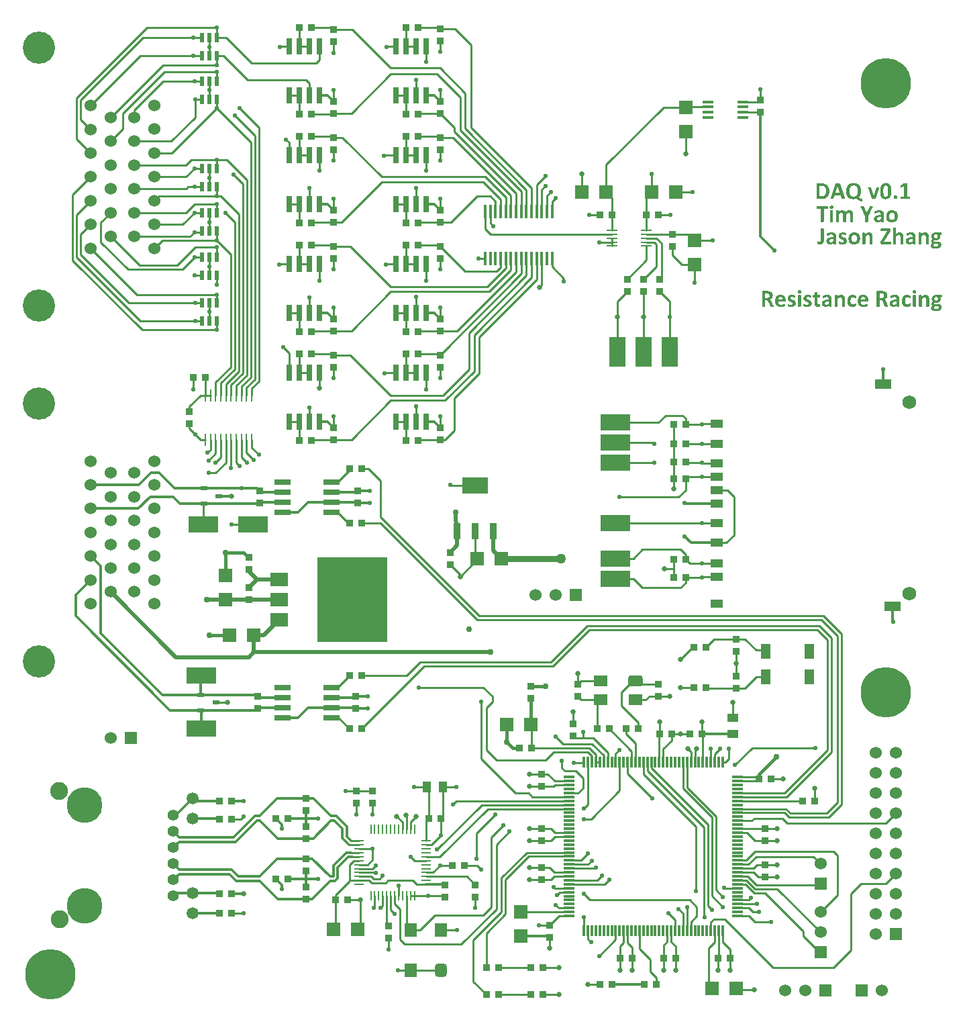
<source format=gtl>
%FSAX24Y24*%
%MOIN*%
G70*
G01*
G75*
G04 Layer_Physical_Order=1*
G04 Layer_Color=255*
%ADD10R,0.0512X0.0748*%
%ADD11R,0.0700X0.0650*%
%ADD12R,0.0350X0.0350*%
%ADD13R,0.0350X0.0350*%
%ADD14R,0.3500X0.4200*%
%ADD15R,0.0900X0.0700*%
%ADD16R,0.0374X0.0189*%
%ADD17R,0.0550X0.0400*%
%ADD18R,0.0650X0.0700*%
%ADD19R,0.0512X0.0110*%
%ADD20R,0.0110X0.0512*%
%ADD21R,0.0600X0.0650*%
G04:AMPARAMS|DCode=22|XSize=65mil|YSize=60mil|CornerRadius=15mil|HoleSize=0mil|Usage=FLASHONLY|Rotation=270.000|XOffset=0mil|YOffset=0mil|HoleType=Round|Shape=RoundedRectangle|*
%AMROUNDEDRECTD22*
21,1,0.0650,0.0300,0,0,270.0*
21,1,0.0350,0.0600,0,0,270.0*
1,1,0.0300,-0.0150,-0.0175*
1,1,0.0300,-0.0150,0.0175*
1,1,0.0300,0.0150,0.0175*
1,1,0.0300,0.0150,-0.0175*
%
%ADD22ROUNDEDRECTD22*%
%ADD23R,0.0236X0.0472*%
%ADD24R,0.0260X0.0800*%
%ADD25R,0.0709X0.0551*%
G04:AMPARAMS|DCode=26|XSize=70.9mil|YSize=55.1mil|CornerRadius=13.8mil|HoleSize=0mil|Usage=FLASHONLY|Rotation=180.000|XOffset=0mil|YOffset=0mil|HoleType=Round|Shape=RoundedRectangle|*
%AMROUNDEDRECTD26*
21,1,0.0709,0.0276,0,0,180.0*
21,1,0.0433,0.0551,0,0,180.0*
1,1,0.0276,-0.0217,0.0138*
1,1,0.0276,0.0217,0.0138*
1,1,0.0276,0.0217,-0.0138*
1,1,0.0276,-0.0217,-0.0138*
%
%ADD26ROUNDEDRECTD26*%
%ADD27R,0.1280X0.0846*%
%ADD28R,0.0374X0.0846*%
%ADD29R,0.0800X0.0260*%
%ADD30R,0.0140X0.0701*%
%ADD31R,0.0787X0.0472*%
%ADD32R,0.0591X0.0394*%
%ADD33R,0.0532X0.0138*%
%ADD34R,0.0138X0.0532*%
%ADD35R,0.0400X0.0550*%
%ADD36R,0.0098X0.0610*%
%ADD37R,0.0571X0.0098*%
%ADD38R,0.0571X0.0177*%
%ADD39R,0.1500X0.0800*%
%ADD40R,0.0800X0.1500*%
%ADD41C,0.0100*%
%ADD42C,0.0120*%
%ADD43C,0.0110*%
%ADD44C,0.0150*%
%ADD45C,0.0130*%
%ADD46C,0.0200*%
%ADD47C,0.0300*%
%ADD48C,0.0600*%
%ADD49R,0.0600X0.0600*%
%ADD50R,0.0600X0.0600*%
%ADD51C,0.0591*%
%ADD52C,0.0551*%
%ADD53C,0.0886*%
%ADD54C,0.1772*%
%ADD55C,0.0220*%
%ADD56C,0.0250*%
%ADD57C,0.1600*%
%ADD58C,0.0689*%
%ADD59C,0.0300*%
%ADD60C,0.0500*%
%ADD61C,0.0400*%
%ADD62C,0.2500*%
G36*
X056228Y045739D02*
X056241Y045737D01*
X056256Y045736D01*
X056272Y045733D01*
X056287Y045727D01*
X056301Y045721D01*
X056303Y045719D01*
X056307Y045718D01*
X056315Y045714D01*
X056323Y045708D01*
X056344Y045693D01*
X056363Y045673D01*
X056364Y045671D01*
X056367Y045667D01*
X056370Y045661D01*
X056376Y045652D01*
X056382Y045642D01*
X056386Y045629D01*
X056392Y045616D01*
X056396Y045599D01*
Y045598D01*
X056398Y045592D01*
X056399Y045583D01*
X056402Y045572D01*
X056404Y045557D01*
X056405Y045541D01*
X056407Y045522D01*
Y045501D01*
Y045170D01*
Y045169D01*
Y045168D01*
X056405Y045163D01*
X056402Y045160D01*
X056399Y045157D01*
X056396Y045156D01*
X056391Y045153D01*
X056389D01*
X056385Y045151D01*
X056377Y045150D01*
X056367Y045149D01*
X056357D01*
X056345Y045147D01*
X056306D01*
X056294Y045149D01*
X056291D01*
X056285Y045150D01*
X056278Y045151D01*
X056271Y045153D01*
X056269D01*
X056266Y045154D01*
X056262Y045157D01*
X056259Y045160D01*
Y045162D01*
X056257Y045163D01*
X056256Y045170D01*
Y045475D01*
Y045476D01*
Y045481D01*
Y045488D01*
Y045497D01*
X056253Y045517D01*
X056252Y045528D01*
X056250Y045536D01*
Y045538D01*
X056249Y045541D01*
X056246Y045550D01*
X056240Y045561D01*
X056233Y045575D01*
Y045576D01*
X056231Y045577D01*
X056225Y045583D01*
X056216Y045592D01*
X056205Y045599D01*
X056202Y045601D01*
X056194Y045604D01*
X056181Y045607D01*
X056165Y045608D01*
X056161D01*
X056155Y045607D01*
X056148Y045605D01*
X056137Y045602D01*
X056129Y045599D01*
X056117Y045594D01*
X056107Y045586D01*
X056105Y045585D01*
X056102Y045582D01*
X056096Y045577D01*
X056088Y045572D01*
X056079Y045563D01*
X056069Y045551D01*
X056058Y045539D01*
X056047Y045525D01*
Y045170D01*
Y045169D01*
Y045168D01*
X056045Y045163D01*
X056042Y045160D01*
X056039Y045157D01*
X056036Y045156D01*
X056030Y045153D01*
X056029D01*
X056025Y045151D01*
X056017Y045150D01*
X056007Y045149D01*
X055997D01*
X055985Y045147D01*
X055946D01*
X055934Y045149D01*
X055931D01*
X055925Y045150D01*
X055918Y045151D01*
X055910Y045153D01*
X055909D01*
X055906Y045154D01*
X055902Y045157D01*
X055899Y045160D01*
Y045162D01*
X055897Y045163D01*
X055896Y045170D01*
Y045705D01*
Y045706D01*
Y045708D01*
X055899Y045715D01*
Y045717D01*
X055902Y045718D01*
X055905Y045719D01*
X055909Y045722D01*
X055910D01*
X055915Y045724D01*
X055921Y045725D01*
X055928Y045727D01*
X055931D01*
X055937Y045728D01*
X055947Y045730D01*
X055972D01*
X055981Y045728D01*
X055991Y045727D01*
X055994D01*
X055998Y045725D01*
X056004Y045724D01*
X056010Y045722D01*
X056011D01*
X056014Y045721D01*
X056017Y045718D01*
X056020Y045715D01*
X056022Y045712D01*
X056023Y045705D01*
Y045643D01*
X056025Y045645D01*
X056030Y045651D01*
X056039Y045659D01*
X056051Y045671D01*
X056066Y045681D01*
X056080Y045695D01*
X056096Y045705D01*
X056114Y045715D01*
X056115Y045717D01*
X056121Y045719D01*
X056132Y045722D01*
X056143Y045728D01*
X056158Y045733D01*
X056174Y045736D01*
X056190Y045739D01*
X056209Y045740D01*
X056218D01*
X056228Y045739D01*
D02*
G37*
G36*
X049983Y045963D02*
X049993D01*
X050016Y045957D01*
X050027Y045952D01*
X050034Y045946D01*
X050035Y045945D01*
X050037Y045943D01*
X050040Y045939D01*
X050044Y045932D01*
X050047Y045924D01*
X050050Y045913D01*
X050052Y045900D01*
X050053Y045885D01*
Y045883D01*
Y045878D01*
X050052Y045870D01*
X050050Y045860D01*
X050046Y045840D01*
X050040Y045829D01*
X050034Y045822D01*
X050032D01*
X050030Y045819D01*
X050025Y045818D01*
X050018Y045815D01*
X050009Y045812D01*
X049997Y045809D01*
X049983Y045807D01*
X049965Y045806D01*
X049956D01*
X049948Y045807D01*
X049937D01*
X049914Y045813D01*
X049904Y045816D01*
X049896Y045822D01*
Y045823D01*
X049893Y045825D01*
X049890Y045829D01*
X049888Y045835D01*
X049885Y045844D01*
X049882Y045854D01*
X049880Y045867D01*
X049879Y045882D01*
Y045883D01*
Y045889D01*
X049880Y045897D01*
X049882Y045907D01*
X049886Y045927D01*
X049890Y045938D01*
X049896Y045945D01*
X049898Y045946D01*
X049901Y045948D01*
X049905Y045951D01*
X049912Y045955D01*
X049921Y045958D01*
X049933Y045961D01*
X049948Y045963D01*
X049965Y045964D01*
X049974D01*
X049983Y045963D01*
D02*
G37*
G36*
X055686D02*
X055697D01*
X055720Y045957D01*
X055730Y045952D01*
X055738Y045946D01*
X055739Y045945D01*
X055741Y045943D01*
X055744Y045939D01*
X055748Y045932D01*
X055751Y045924D01*
X055754Y045913D01*
X055755Y045900D01*
X055757Y045885D01*
Y045883D01*
Y045878D01*
X055755Y045870D01*
X055754Y045860D01*
X055749Y045840D01*
X055744Y045829D01*
X055738Y045822D01*
X055736D01*
X055733Y045819D01*
X055729Y045818D01*
X055722Y045815D01*
X055713Y045812D01*
X055701Y045809D01*
X055686Y045807D01*
X055669Y045806D01*
X055660D01*
X055651Y045807D01*
X055641D01*
X055618Y045813D01*
X055607Y045816D01*
X055600Y045822D01*
Y045823D01*
X055597Y045825D01*
X055594Y045829D01*
X055591Y045835D01*
X055588Y045844D01*
X055585Y045854D01*
X055584Y045867D01*
X055582Y045882D01*
Y045883D01*
Y045889D01*
X055584Y045897D01*
X055585Y045907D01*
X055590Y045927D01*
X055594Y045938D01*
X055600Y045945D01*
X055602Y045946D01*
X055604Y045948D01*
X055609Y045951D01*
X055616Y045955D01*
X055625Y045958D01*
X055637Y045961D01*
X055651Y045963D01*
X055669Y045964D01*
X055678D01*
X055686Y045963D01*
D02*
G37*
G36*
X049620Y045739D02*
X049637Y045736D01*
X049642D01*
X049646Y045734D01*
X049652D01*
X049665Y045731D01*
X049680Y045727D01*
X049681D01*
X049683Y045725D01*
X049691Y045724D01*
X049702Y045719D01*
X049712Y045715D01*
X049715Y045714D01*
X049719Y045712D01*
X049727Y045708D01*
X049731Y045705D01*
X049732D01*
X049734Y045702D01*
X049740Y045695D01*
X049741Y045692D01*
X049743Y045684D01*
Y045683D01*
X049744Y045680D01*
Y045676D01*
X049746Y045668D01*
Y045667D01*
X049747Y045662D01*
Y045655D01*
Y045646D01*
Y045643D01*
Y045638D01*
Y045629D01*
X049746Y045620D01*
Y045618D01*
X049744Y045614D01*
X049741Y045602D01*
Y045601D01*
X049740Y045599D01*
X049738Y045597D01*
X049735Y045595D01*
X049734D01*
X049728Y045594D01*
X049727D01*
X049724Y045595D01*
X049718Y045597D01*
X049710Y045599D01*
X049709Y045601D01*
X049703Y045604D01*
X049694Y045608D01*
X049683Y045613D01*
X049681D01*
X049680Y045614D01*
X049671Y045617D01*
X049659Y045621D01*
X049643Y045626D01*
X049642D01*
X049639Y045627D01*
X049634Y045629D01*
X049628Y045630D01*
X049612Y045632D01*
X049592Y045633D01*
X049580D01*
X049568Y045632D01*
X049555Y045629D01*
X049552Y045627D01*
X049546Y045626D01*
X049539Y045621D01*
X049530Y045616D01*
X049529Y045614D01*
X049526Y045611D01*
X049522Y045605D01*
X049517Y045598D01*
Y045597D01*
X049516Y045592D01*
X049514Y045585D01*
X049513Y045576D01*
Y045575D01*
Y045573D01*
X049514Y045564D01*
X049517Y045554D01*
X049523Y045544D01*
X049524Y045542D01*
X049532Y045536D01*
X049541Y045529D01*
X049554Y045522D01*
X049555D01*
X049557Y045520D01*
X049567Y045516D01*
X049580Y045510D01*
X049596Y045504D01*
X049598D01*
X049601Y045503D01*
X049605Y045501D01*
X049611Y045498D01*
X049625Y045493D01*
X049643Y045485D01*
X049645D01*
X049647Y045484D01*
X049652Y045482D01*
X049659Y045479D01*
X049674Y045472D01*
X049691Y045463D01*
X049693D01*
X049696Y045460D01*
X049700Y045457D01*
X049706Y045455D01*
X049719Y045444D01*
X049734Y045430D01*
X049735Y045428D01*
X049737Y045427D01*
X049741Y045422D01*
X049746Y045416D01*
X049754Y045402D01*
X049765Y045384D01*
Y045383D01*
X049766Y045380D01*
X049769Y045374D01*
X049770Y045367D01*
X049773Y045358D01*
X049775Y045346D01*
X049776Y045321D01*
Y045320D01*
Y045314D01*
X049775Y045305D01*
Y045295D01*
X049772Y045282D01*
X049769Y045269D01*
X049765Y045254D01*
X049759Y045241D01*
X049757Y045239D01*
X049756Y045235D01*
X049751Y045229D01*
X049746Y045220D01*
X049731Y045201D01*
X049710Y045182D01*
X049709Y045181D01*
X049705Y045178D01*
X049699Y045175D01*
X049690Y045169D01*
X049678Y045163D01*
X049666Y045159D01*
X049652Y045153D01*
X049636Y045149D01*
X049634D01*
X049628Y045147D01*
X049620Y045146D01*
X049608Y045143D01*
X049595Y045141D01*
X049579Y045138D01*
X049563Y045137D01*
X049533D01*
X049526Y045138D01*
X049507Y045140D01*
X049486Y045143D01*
X049485D01*
X049482Y045144D01*
X049478D01*
X049470Y045146D01*
X049456Y045149D01*
X049438Y045153D01*
X049437D01*
X049435Y045154D01*
X049425Y045157D01*
X049413Y045162D01*
X049401Y045166D01*
X049399Y045168D01*
X049393Y045170D01*
X049385Y045175D01*
X049380Y045179D01*
X049378Y045181D01*
X049377Y045185D01*
X049374Y045191D01*
X049371Y045200D01*
Y045203D01*
X049369Y045210D01*
X049368Y045222D01*
Y045239D01*
Y045241D01*
Y045242D01*
Y045250D01*
Y045258D01*
Y045267D01*
Y045269D01*
X049369Y045273D01*
Y045279D01*
X049371Y045283D01*
Y045285D01*
X049372Y045288D01*
X049375Y045291D01*
X049377Y045292D01*
X049378D01*
X049380Y045293D01*
X049387Y045295D01*
X049388D01*
X049393Y045293D01*
X049399Y045292D01*
X049406Y045286D01*
X049409Y045285D01*
X049415Y045282D01*
X049425Y045276D01*
X049438Y045270D01*
X049440D01*
X049441Y045269D01*
X049445Y045267D01*
X049451Y045264D01*
X049466Y045260D01*
X049483Y045254D01*
X049485D01*
X049488Y045252D01*
X049494Y045251D01*
X049500D01*
X049508Y045250D01*
X049519Y045248D01*
X049542Y045247D01*
X049554D01*
X049565Y045248D01*
X049577Y045250D01*
X049579D01*
X049580Y045251D01*
X049587Y045252D01*
X049596Y045257D01*
X049605Y045261D01*
X049606Y045263D01*
X049612Y045267D01*
X049617Y045273D01*
X049623Y045282D01*
X049624Y045283D01*
X049627Y045289D01*
X049628Y045298D01*
X049630Y045310D01*
Y045311D01*
Y045312D01*
X049628Y045320D01*
X049625Y045330D01*
X049618Y045340D01*
X049617Y045343D01*
X049609Y045348D01*
X049601Y045355D01*
X049587Y045362D01*
X049586D01*
X049584Y045364D01*
X049576Y045368D01*
X049563Y045374D01*
X049546Y045380D01*
X049545D01*
X049542Y045381D01*
X049538Y045383D01*
X049532Y045386D01*
X049517Y045392D01*
X049500Y045399D01*
X049498D01*
X049495Y045400D01*
X049491Y045403D01*
X049485Y045406D01*
X049469Y045414D01*
X049451Y045422D01*
X049450D01*
X049447Y045425D01*
X049444Y045428D01*
X049438Y045431D01*
X049425Y045441D01*
X049410Y045455D01*
Y045456D01*
X049407Y045457D01*
X049404Y045462D01*
X049400Y045468D01*
X049391Y045482D01*
X049381Y045500D01*
Y045501D01*
X049380Y045504D01*
X049378Y045510D01*
X049377Y045519D01*
X049374Y045528D01*
X049372Y045539D01*
X049371Y045566D01*
Y045567D01*
Y045572D01*
X049372Y045579D01*
Y045589D01*
X049374Y045599D01*
X049377Y045611D01*
X049385Y045636D01*
Y045638D01*
X049388Y045642D01*
X049391Y045648D01*
X049396Y045655D01*
X049409Y045673D01*
X049428Y045690D01*
X049429Y045692D01*
X049434Y045695D01*
X049440Y045699D01*
X049447Y045703D01*
X049457Y045709D01*
X049469Y045715D01*
X049497Y045727D01*
X049498D01*
X049504Y045728D01*
X049513Y045731D01*
X049523Y045734D01*
X049538Y045736D01*
X049552Y045739D01*
X049570Y045740D01*
X049605D01*
X049620Y045739D01*
D02*
G37*
G36*
X050412D02*
X050429Y045736D01*
X050434D01*
X050438Y045734D01*
X050444D01*
X050457Y045731D01*
X050472Y045727D01*
X050473D01*
X050475Y045725D01*
X050483Y045724D01*
X050494Y045719D01*
X050504Y045715D01*
X050507Y045714D01*
X050511Y045712D01*
X050519Y045708D01*
X050523Y045705D01*
X050524D01*
X050526Y045702D01*
X050532Y045695D01*
X050533Y045692D01*
X050535Y045684D01*
Y045683D01*
X050536Y045680D01*
Y045676D01*
X050538Y045668D01*
Y045667D01*
X050539Y045662D01*
Y045655D01*
Y045646D01*
Y045643D01*
Y045638D01*
Y045629D01*
X050538Y045620D01*
Y045618D01*
X050536Y045614D01*
X050533Y045602D01*
Y045601D01*
X050532Y045599D01*
X050530Y045597D01*
X050527Y045595D01*
X050526D01*
X050520Y045594D01*
X050519D01*
X050516Y045595D01*
X050510Y045597D01*
X050502Y045599D01*
X050501Y045601D01*
X050495Y045604D01*
X050486Y045608D01*
X050475Y045613D01*
X050473D01*
X050472Y045614D01*
X050463Y045617D01*
X050451Y045621D01*
X050435Y045626D01*
X050434D01*
X050431Y045627D01*
X050426Y045629D01*
X050420Y045630D01*
X050404Y045632D01*
X050384Y045633D01*
X050372D01*
X050360Y045632D01*
X050347Y045629D01*
X050344Y045627D01*
X050338Y045626D01*
X050331Y045621D01*
X050322Y045616D01*
X050321Y045614D01*
X050318Y045611D01*
X050314Y045605D01*
X050309Y045598D01*
Y045597D01*
X050308Y045592D01*
X050306Y045585D01*
X050305Y045576D01*
Y045575D01*
Y045573D01*
X050306Y045564D01*
X050309Y045554D01*
X050315Y045544D01*
X050317Y045542D01*
X050324Y045536D01*
X050333Y045529D01*
X050346Y045522D01*
X050347D01*
X050349Y045520D01*
X050359Y045516D01*
X050372Y045510D01*
X050388Y045504D01*
X050390D01*
X050393Y045503D01*
X050397Y045501D01*
X050403Y045498D01*
X050418Y045493D01*
X050435Y045485D01*
X050437D01*
X050439Y045484D01*
X050444Y045482D01*
X050451Y045479D01*
X050466Y045472D01*
X050483Y045463D01*
X050485D01*
X050488Y045460D01*
X050492Y045457D01*
X050498Y045455D01*
X050511Y045444D01*
X050526Y045430D01*
X050527Y045428D01*
X050529Y045427D01*
X050533Y045422D01*
X050538Y045416D01*
X050546Y045402D01*
X050557Y045384D01*
Y045383D01*
X050558Y045380D01*
X050561Y045374D01*
X050562Y045367D01*
X050565Y045358D01*
X050567Y045346D01*
X050568Y045321D01*
Y045320D01*
Y045314D01*
X050567Y045305D01*
Y045295D01*
X050564Y045282D01*
X050561Y045269D01*
X050557Y045254D01*
X050551Y045241D01*
X050549Y045239D01*
X050548Y045235D01*
X050543Y045229D01*
X050538Y045220D01*
X050523Y045201D01*
X050502Y045182D01*
X050501Y045181D01*
X050497Y045178D01*
X050491Y045175D01*
X050482Y045169D01*
X050470Y045163D01*
X050458Y045159D01*
X050444Y045153D01*
X050428Y045149D01*
X050426D01*
X050420Y045147D01*
X050412Y045146D01*
X050400Y045143D01*
X050387Y045141D01*
X050371Y045138D01*
X050355Y045137D01*
X050325D01*
X050318Y045138D01*
X050299Y045140D01*
X050278Y045143D01*
X050277D01*
X050274Y045144D01*
X050270D01*
X050262Y045146D01*
X050248Y045149D01*
X050230Y045153D01*
X050229D01*
X050227Y045154D01*
X050217Y045157D01*
X050205Y045162D01*
X050194Y045166D01*
X050191Y045168D01*
X050185Y045170D01*
X050177Y045175D01*
X050172Y045179D01*
X050170Y045181D01*
X050169Y045185D01*
X050166Y045191D01*
X050163Y045200D01*
Y045203D01*
X050161Y045210D01*
X050160Y045222D01*
Y045239D01*
Y045241D01*
Y045242D01*
Y045250D01*
Y045258D01*
Y045267D01*
Y045269D01*
X050161Y045273D01*
Y045279D01*
X050163Y045283D01*
Y045285D01*
X050164Y045288D01*
X050167Y045291D01*
X050169Y045292D01*
X050170D01*
X050172Y045293D01*
X050179Y045295D01*
X050180D01*
X050185Y045293D01*
X050191Y045292D01*
X050198Y045286D01*
X050201Y045285D01*
X050207Y045282D01*
X050217Y045276D01*
X050230Y045270D01*
X050232D01*
X050233Y045269D01*
X050237Y045267D01*
X050243Y045264D01*
X050258Y045260D01*
X050276Y045254D01*
X050277D01*
X050280Y045252D01*
X050286Y045251D01*
X050292D01*
X050300Y045250D01*
X050311Y045248D01*
X050334Y045247D01*
X050346D01*
X050357Y045248D01*
X050369Y045250D01*
X050371D01*
X050372Y045251D01*
X050379Y045252D01*
X050388Y045257D01*
X050397Y045261D01*
X050398Y045263D01*
X050404Y045267D01*
X050409Y045273D01*
X050415Y045282D01*
X050416Y045283D01*
X050419Y045289D01*
X050420Y045298D01*
X050422Y045310D01*
Y045311D01*
Y045312D01*
X050420Y045320D01*
X050418Y045330D01*
X050410Y045340D01*
X050409Y045343D01*
X050401Y045348D01*
X050393Y045355D01*
X050379Y045362D01*
X050378D01*
X050377Y045364D01*
X050368Y045368D01*
X050355Y045374D01*
X050338Y045380D01*
X050337D01*
X050334Y045381D01*
X050330Y045383D01*
X050324Y045386D01*
X050309Y045392D01*
X050292Y045399D01*
X050290D01*
X050287Y045400D01*
X050283Y045403D01*
X050277Y045406D01*
X050261Y045414D01*
X050243Y045422D01*
X050242D01*
X050239Y045425D01*
X050236Y045428D01*
X050230Y045431D01*
X050217Y045441D01*
X050202Y045455D01*
Y045456D01*
X050199Y045457D01*
X050196Y045462D01*
X050192Y045468D01*
X050183Y045482D01*
X050173Y045500D01*
Y045501D01*
X050172Y045504D01*
X050170Y045510D01*
X050169Y045519D01*
X050166Y045528D01*
X050164Y045539D01*
X050163Y045566D01*
Y045567D01*
Y045572D01*
X050164Y045579D01*
Y045589D01*
X050166Y045599D01*
X050169Y045611D01*
X050177Y045636D01*
Y045638D01*
X050180Y045642D01*
X050183Y045648D01*
X050188Y045655D01*
X050201Y045673D01*
X050220Y045690D01*
X050221Y045692D01*
X050226Y045695D01*
X050232Y045699D01*
X050239Y045703D01*
X050249Y045709D01*
X050261Y045715D01*
X050289Y045727D01*
X050290D01*
X050296Y045728D01*
X050305Y045731D01*
X050315Y045734D01*
X050330Y045736D01*
X050344Y045739D01*
X050362Y045740D01*
X050397D01*
X050412Y045739D01*
D02*
G37*
G36*
X052047D02*
X052060Y045737D01*
X052075Y045736D01*
X052091Y045733D01*
X052105Y045727D01*
X052120Y045721D01*
X052122Y045719D01*
X052126Y045718D01*
X052133Y045714D01*
X052142Y045708D01*
X052163Y045693D01*
X052182Y045673D01*
X052183Y045671D01*
X052186Y045667D01*
X052189Y045661D01*
X052195Y045652D01*
X052201Y045642D01*
X052205Y045629D01*
X052211Y045616D01*
X052215Y045599D01*
Y045598D01*
X052217Y045592D01*
X052218Y045583D01*
X052221Y045572D01*
X052223Y045557D01*
X052224Y045541D01*
X052226Y045522D01*
Y045501D01*
Y045170D01*
Y045169D01*
Y045168D01*
X052224Y045163D01*
X052221Y045160D01*
X052218Y045157D01*
X052215Y045156D01*
X052209Y045153D01*
X052208D01*
X052204Y045151D01*
X052196Y045150D01*
X052186Y045149D01*
X052176D01*
X052164Y045147D01*
X052125D01*
X052113Y045149D01*
X052110D01*
X052104Y045150D01*
X052097Y045151D01*
X052089Y045153D01*
X052088D01*
X052085Y045154D01*
X052081Y045157D01*
X052078Y045160D01*
Y045162D01*
X052076Y045163D01*
X052075Y045170D01*
Y045475D01*
Y045476D01*
Y045481D01*
Y045488D01*
Y045497D01*
X052072Y045517D01*
X052070Y045528D01*
X052069Y045536D01*
Y045538D01*
X052067Y045541D01*
X052065Y045550D01*
X052059Y045561D01*
X052051Y045575D01*
Y045576D01*
X052050Y045577D01*
X052044Y045583D01*
X052035Y045592D01*
X052024Y045599D01*
X052021Y045601D01*
X052013Y045604D01*
X052000Y045607D01*
X051984Y045608D01*
X051980D01*
X051974Y045607D01*
X051966Y045605D01*
X051956Y045602D01*
X051947Y045599D01*
X051936Y045594D01*
X051925Y045586D01*
X051924Y045585D01*
X051921Y045582D01*
X051915Y045577D01*
X051906Y045572D01*
X051898Y045563D01*
X051887Y045551D01*
X051877Y045539D01*
X051865Y045525D01*
Y045170D01*
Y045169D01*
Y045168D01*
X051864Y045163D01*
X051861Y045160D01*
X051858Y045157D01*
X051855Y045156D01*
X051849Y045153D01*
X051848D01*
X051843Y045151D01*
X051836Y045150D01*
X051826Y045149D01*
X051816D01*
X051804Y045147D01*
X051764D01*
X051753Y045149D01*
X051750D01*
X051744Y045150D01*
X051737Y045151D01*
X051729Y045153D01*
X051728D01*
X051725Y045154D01*
X051720Y045157D01*
X051718Y045160D01*
Y045162D01*
X051716Y045163D01*
X051715Y045170D01*
Y045705D01*
Y045706D01*
Y045708D01*
X051718Y045715D01*
Y045717D01*
X051720Y045718D01*
X051723Y045719D01*
X051728Y045722D01*
X051729D01*
X051734Y045724D01*
X051740Y045725D01*
X051747Y045727D01*
X051750D01*
X051756Y045728D01*
X051766Y045730D01*
X051791D01*
X051800Y045728D01*
X051810Y045727D01*
X051813D01*
X051817Y045725D01*
X051823Y045724D01*
X051829Y045722D01*
X051830D01*
X051833Y045721D01*
X051836Y045718D01*
X051839Y045715D01*
X051841Y045712D01*
X051842Y045705D01*
Y045643D01*
X051843Y045645D01*
X051849Y045651D01*
X051858Y045659D01*
X051870Y045671D01*
X051884Y045681D01*
X051899Y045695D01*
X051915Y045705D01*
X051933Y045715D01*
X051934Y045717D01*
X051940Y045719D01*
X051950Y045722D01*
X051962Y045728D01*
X051977Y045733D01*
X051993Y045736D01*
X052009Y045739D01*
X052028Y045740D01*
X052037D01*
X052047Y045739D01*
D02*
G37*
G36*
X055526Y048839D02*
X055544Y048837D01*
X055561Y048834D01*
X055579Y048831D01*
X055596Y048827D01*
X055598D01*
X055604Y048825D01*
X055612Y048822D01*
X055623Y048818D01*
X055646Y048806D01*
X055658Y048798D01*
X055669Y048789D01*
X055671Y048787D01*
X055674Y048784D01*
X055680Y048779D01*
X055686Y048771D01*
X055693Y048762D01*
X055700Y048751D01*
X055706Y048738D01*
X055712Y048723D01*
Y048721D01*
X055715Y048716D01*
X055716Y048707D01*
X055719Y048697D01*
X055722Y048682D01*
X055724Y048666D01*
X055727Y048648D01*
Y048628D01*
Y048269D01*
Y048268D01*
X055725Y048265D01*
X055724Y048259D01*
X055719Y048254D01*
X055718D01*
X055715Y048251D01*
X055709Y048250D01*
X055700Y048249D01*
X055691D01*
X055680Y048247D01*
X055634D01*
X055623Y048249D01*
X055621D01*
X055617Y048250D01*
X055611Y048251D01*
X055605Y048254D01*
Y048256D01*
X055604Y048259D01*
X055602Y048263D01*
X055601Y048269D01*
Y048311D01*
X055599Y048310D01*
X055595Y048306D01*
X055589Y048300D01*
X055579Y048291D01*
X055568Y048282D01*
X055555Y048273D01*
X055542Y048265D01*
X055526Y048256D01*
X055525Y048254D01*
X055519Y048253D01*
X055510Y048250D01*
X055498Y048247D01*
X055485Y048243D01*
X055469Y048240D01*
X055451Y048238D01*
X055432Y048237D01*
X055418D01*
X055406Y048238D01*
X055394Y048240D01*
X055381Y048241D01*
X055353Y048249D01*
X055352D01*
X055347Y048250D01*
X055340Y048253D01*
X055333Y048256D01*
X055312Y048266D01*
X055292Y048281D01*
X055290Y048282D01*
X055287Y048285D01*
X055283Y048290D01*
X055277Y048295D01*
X055270Y048304D01*
X055264Y048313D01*
X055251Y048335D01*
Y048336D01*
X055249Y048341D01*
X055246Y048348D01*
X055245Y048357D01*
X055242Y048367D01*
X055239Y048380D01*
X055238Y048395D01*
Y048410D01*
Y048411D01*
Y048417D01*
X055239Y048426D01*
X055241Y048437D01*
X055242Y048451D01*
X055245Y048464D01*
X055249Y048477D01*
X055255Y048490D01*
X055257Y048492D01*
X055258Y048496D01*
X055262Y048502D01*
X055270Y048511D01*
X055277Y048519D01*
X055286Y048530D01*
X055298Y048538D01*
X055309Y048547D01*
X055311Y048549D01*
X055317Y048552D01*
X055324Y048555D01*
X055334Y048560D01*
X055347Y048566D01*
X055364Y048571D01*
X055381Y048576D01*
X055400Y048581D01*
X055403D01*
X055410Y048582D01*
X055421Y048585D01*
X055437Y048587D01*
X055454Y048590D01*
X055476Y048591D01*
X055500Y048593D01*
X055579D01*
Y048625D01*
Y048626D01*
Y048629D01*
Y048634D01*
Y048639D01*
X055576Y048654D01*
X055573Y048669D01*
Y048670D01*
X055571Y048672D01*
X055570Y048680D01*
X055564Y048689D01*
X055557Y048699D01*
X055555Y048702D01*
X055548Y048707D01*
X055538Y048713D01*
X055525Y048718D01*
X055523D01*
X055522Y048720D01*
X055517Y048721D01*
X055511Y048723D01*
X055497Y048724D01*
X055476Y048726D01*
X055463D01*
X055454Y048724D01*
X055432Y048723D01*
X055409Y048717D01*
X055407D01*
X055405Y048716D01*
X055399Y048714D01*
X055391Y048711D01*
X055374Y048705D01*
X055356Y048698D01*
X055355D01*
X055352Y048697D01*
X055343Y048692D01*
X055330Y048686D01*
X055318Y048679D01*
X055315Y048677D01*
X055309Y048676D01*
X055302Y048673D01*
X055293Y048672D01*
X055289D01*
X055280Y048675D01*
Y048676D01*
X055277Y048677D01*
X055273Y048686D01*
Y048688D01*
X055271Y048692D01*
X055270Y048698D01*
X055268Y048707D01*
Y048708D01*
Y048714D01*
X055267Y048723D01*
Y048732D01*
Y048733D01*
Y048735D01*
Y048742D01*
X055268Y048752D01*
X055270Y048761D01*
Y048762D01*
X055273Y048768D01*
X055276Y048774D01*
X055280Y048781D01*
X055282Y048783D01*
X055287Y048787D01*
X055296Y048793D01*
X055309Y048800D01*
X055311D01*
X055314Y048802D01*
X055318Y048805D01*
X055324Y048806D01*
X055340Y048812D01*
X055359Y048819D01*
X055361D01*
X055364Y048821D01*
X055369Y048822D01*
X055377Y048825D01*
X055387Y048827D01*
X055397Y048830D01*
X055421Y048834D01*
X055422D01*
X055426Y048836D01*
X055434D01*
X055443Y048837D01*
X055453Y048839D01*
X055465D01*
X055489Y048840D01*
X055511D01*
X055526Y048839D01*
D02*
G37*
G36*
X054460Y049024D02*
X054472Y049020D01*
X054482Y049013D01*
X054484Y049010D01*
X054488Y049004D01*
X054492Y048992D01*
X054494Y048978D01*
Y048947D01*
Y048944D01*
Y048938D01*
X054492Y048928D01*
X054491Y048919D01*
Y048918D01*
X054489Y048912D01*
X054488Y048904D01*
X054485Y048896D01*
Y048894D01*
X054482Y048890D01*
X054479Y048882D01*
X054475Y048874D01*
X054473Y048872D01*
X054470Y048866D01*
X054466Y048858D01*
X054459Y048846D01*
X054163Y048376D01*
X054489D01*
X054494Y048374D01*
X054500Y048370D01*
X054504Y048361D01*
X054506Y048358D01*
X054507Y048355D01*
X054509Y048350D01*
Y048342D01*
X054510Y048333D01*
X054511Y048323D01*
Y048311D01*
Y048309D01*
Y048301D01*
X054510Y048292D01*
X054509Y048282D01*
Y048281D01*
X054507Y048275D01*
X054506Y048269D01*
X054504Y048263D01*
Y048262D01*
X054503Y048259D01*
X054500Y048256D01*
X054497Y048253D01*
X054494Y048251D01*
X054488Y048250D01*
X054025D01*
X054021Y048251D01*
X054015D01*
X054003Y048256D01*
X053992Y048263D01*
X053990Y048266D01*
X053986Y048273D01*
X053981Y048285D01*
X053980Y048303D01*
Y048329D01*
Y048331D01*
Y048336D01*
Y048344D01*
X053981Y048351D01*
Y048352D01*
X053983Y048357D01*
X053984Y048364D01*
X053986Y048372D01*
Y048373D01*
X053989Y048379D01*
X053992Y048385D01*
X053996Y048393D01*
X053998Y048395D01*
X054001Y048401D01*
X054006Y048410D01*
X054014Y048421D01*
X054315Y048900D01*
X054012D01*
X054003Y048903D01*
X054001Y048906D01*
X053999Y048909D01*
X053996Y048913D01*
Y048915D01*
X053995Y048919D01*
X053993Y048925D01*
X053992Y048932D01*
Y048934D01*
Y048941D01*
X053990Y048950D01*
Y048962D01*
Y048963D01*
Y048964D01*
Y048972D01*
Y048982D01*
X053992Y048991D01*
Y048994D01*
X053993Y048998D01*
X053995Y049005D01*
X053996Y049011D01*
Y049013D01*
X053998Y049016D01*
X054001Y049019D01*
X054003Y049022D01*
X054005Y049023D01*
X054008Y049024D01*
X054012Y049026D01*
X054450D01*
X054460Y049024D01*
D02*
G37*
G36*
X051118Y049029D02*
X051130Y049027D01*
X051133D01*
X051138Y049026D01*
X051147Y049024D01*
X051155Y049023D01*
X051156D01*
X051159Y049022D01*
X051163Y049019D01*
X051168Y049016D01*
X051169D01*
X051171Y049013D01*
X051172Y049010D01*
Y049005D01*
Y048465D01*
Y048462D01*
Y048456D01*
Y048446D01*
X051171Y048433D01*
X051169Y048418D01*
X051168Y048402D01*
X051162Y048370D01*
Y048369D01*
X051160Y048363D01*
X051157Y048355D01*
X051155Y048345D01*
X051143Y048322D01*
X051128Y048298D01*
X051127Y048297D01*
X051124Y048294D01*
X051119Y048288D01*
X051112Y048282D01*
X051103Y048275D01*
X051092Y048268D01*
X051080Y048260D01*
X051065Y048253D01*
X051064D01*
X051058Y048250D01*
X051051Y048249D01*
X051039Y048246D01*
X051026Y048243D01*
X051010Y048241D01*
X050991Y048238D01*
X050960D01*
X050948Y048240D01*
X050935Y048241D01*
X050932D01*
X050925Y048243D01*
X050914Y048246D01*
X050903Y048247D01*
X050900D01*
X050894Y048249D01*
X050885Y048251D01*
X050876Y048254D01*
X050875Y048256D01*
X050870Y048257D01*
X050866Y048260D01*
X050862Y048263D01*
Y048265D01*
X050860Y048266D01*
X050856Y048272D01*
Y048273D01*
X050854Y048275D01*
X050851Y048282D01*
Y048284D01*
Y048287D01*
X050850Y048292D01*
Y048300D01*
Y048301D01*
Y048307D01*
Y048316D01*
Y048326D01*
Y048328D01*
Y048329D01*
Y048338D01*
Y048350D01*
Y048360D01*
Y048363D01*
X050851Y048369D01*
Y048376D01*
X050853Y048382D01*
Y048383D01*
X050854Y048386D01*
X050857Y048391D01*
X050859Y048393D01*
X050860Y048395D01*
X050862Y048396D01*
X050865Y048398D01*
X050873D01*
X050878Y048396D01*
X050882Y048393D01*
X050884D01*
X050887Y048391D01*
X050892Y048388D01*
X050898Y048385D01*
X050900D01*
X050904Y048383D01*
X050910Y048380D01*
X050919Y048377D01*
X050922D01*
X050928Y048376D01*
X050936Y048374D01*
X050958D01*
X050967Y048376D01*
X050976Y048379D01*
X050979Y048380D01*
X050983Y048382D01*
X050991Y048388D01*
X050996Y048393D01*
X050998Y048395D01*
X051001Y048402D01*
X051005Y048411D01*
X051010Y048423D01*
Y048424D01*
X051011Y048426D01*
Y048430D01*
X051013Y048436D01*
X051014Y048451D01*
Y048471D01*
Y049005D01*
Y049007D01*
Y049008D01*
X051017Y049016D01*
X051018Y049017D01*
X051020Y049019D01*
X051024Y049020D01*
X051030Y049023D01*
X051032D01*
X051036Y049024D01*
X051043Y049026D01*
X051054Y049027D01*
X051056D01*
X051065Y049029D01*
X051077Y049030D01*
X051106D01*
X051118Y049029D01*
D02*
G37*
G36*
X052714Y048839D02*
X052731Y048837D01*
X052750Y048836D01*
X052772Y048831D01*
X052793Y048827D01*
X052813Y048819D01*
X052816Y048818D01*
X052822Y048817D01*
X052832Y048812D01*
X052844Y048805D01*
X052859Y048798D01*
X052873Y048787D01*
X052888Y048776D01*
X052901Y048762D01*
X052903Y048761D01*
X052907Y048755D01*
X052913Y048748D01*
X052920Y048736D01*
X052929Y048723D01*
X052938Y048707D01*
X052945Y048689D01*
X052952Y048669D01*
X052954Y048666D01*
X052955Y048658D01*
X052958Y048648D01*
X052961Y048632D01*
X052964Y048615D01*
X052967Y048593D01*
X052970Y048569D01*
Y048543D01*
Y048540D01*
Y048531D01*
X052968Y048518D01*
X052967Y048502D01*
X052965Y048483D01*
X052963Y048462D01*
X052957Y048440D01*
X052951Y048418D01*
X052949Y048415D01*
X052948Y048410D01*
X052944Y048399D01*
X052938Y048386D01*
X052930Y048370D01*
X052920Y048354D01*
X052910Y048338D01*
X052897Y048322D01*
X052895Y048320D01*
X052891Y048314D01*
X052882Y048307D01*
X052872Y048298D01*
X052859Y048288D01*
X052842Y048278D01*
X052825Y048268D01*
X052804Y048259D01*
X052802Y048257D01*
X052794Y048256D01*
X052782Y048251D01*
X052768Y048249D01*
X052749Y048244D01*
X052727Y048240D01*
X052702Y048238D01*
X052676Y048237D01*
X052664D01*
X052651Y048238D01*
X052633Y048240D01*
X052614Y048241D01*
X052594Y048246D01*
X052572Y048250D01*
X052551Y048256D01*
X052548Y048257D01*
X052542Y048260D01*
X052532Y048265D01*
X052520Y048271D01*
X052507Y048279D01*
X052493Y048288D01*
X052478Y048300D01*
X052463Y048313D01*
X052462Y048314D01*
X052457Y048320D01*
X052452Y048328D01*
X052444Y048339D01*
X052436Y048352D01*
X052427Y048369D01*
X052419Y048386D01*
X052412Y048405D01*
Y048408D01*
X052409Y048415D01*
X052408Y048427D01*
X052405Y048442D01*
X052402Y048461D01*
X052399Y048483D01*
X052397Y048506D01*
X052396Y048533D01*
Y048534D01*
Y048535D01*
Y048544D01*
X052397Y048557D01*
X052399Y048574D01*
X052400Y048593D01*
X052403Y048615D01*
X052408Y048635D01*
X052414Y048657D01*
X052415Y048660D01*
X052416Y048667D01*
X052421Y048677D01*
X052428Y048691D01*
X052436Y048705D01*
X052446Y048721D01*
X052456Y048738D01*
X052469Y048754D01*
X052471Y048755D01*
X052477Y048761D01*
X052484Y048768D01*
X052494Y048777D01*
X052507Y048787D01*
X052523Y048798D01*
X052541Y048808D01*
X052560Y048817D01*
X052563Y048818D01*
X052570Y048821D01*
X052582Y048824D01*
X052597Y048828D01*
X052616Y048833D01*
X052638Y048837D01*
X052662Y048839D01*
X052689Y048840D01*
X052701D01*
X052714Y048839D01*
D02*
G37*
G36*
X051586D02*
X051604Y048837D01*
X051622Y048834D01*
X051639Y048831D01*
X051657Y048827D01*
X051658D01*
X051664Y048825D01*
X051673Y048822D01*
X051683Y048818D01*
X051706Y048806D01*
X051718Y048798D01*
X051730Y048789D01*
X051731Y048787D01*
X051734Y048784D01*
X051740Y048779D01*
X051746Y048771D01*
X051753Y048762D01*
X051761Y048751D01*
X051766Y048738D01*
X051772Y048723D01*
Y048721D01*
X051775Y048716D01*
X051777Y048707D01*
X051780Y048697D01*
X051783Y048682D01*
X051784Y048666D01*
X051787Y048648D01*
Y048628D01*
Y048269D01*
Y048268D01*
X051785Y048265D01*
X051784Y048259D01*
X051780Y048254D01*
X051778D01*
X051775Y048251D01*
X051769Y048250D01*
X051761Y048249D01*
X051752D01*
X051740Y048247D01*
X051695D01*
X051683Y048249D01*
X051682D01*
X051677Y048250D01*
X051671Y048251D01*
X051665Y048254D01*
Y048256D01*
X051664Y048259D01*
X051663Y048263D01*
X051661Y048269D01*
Y048311D01*
X051660Y048310D01*
X051655Y048306D01*
X051649Y048300D01*
X051639Y048291D01*
X051629Y048282D01*
X051616Y048273D01*
X051603Y048265D01*
X051586Y048256D01*
X051585Y048254D01*
X051579Y048253D01*
X051570Y048250D01*
X051559Y048247D01*
X051545Y048243D01*
X051529Y048240D01*
X051512Y048238D01*
X051493Y048237D01*
X051478D01*
X051466Y048238D01*
X051455Y048240D01*
X051441Y048241D01*
X051414Y048249D01*
X051412D01*
X051408Y048250D01*
X051400Y048253D01*
X051393Y048256D01*
X051373Y048266D01*
X051352Y048281D01*
X051351Y048282D01*
X051348Y048285D01*
X051343Y048290D01*
X051338Y048295D01*
X051330Y048304D01*
X051324Y048313D01*
X051311Y048335D01*
Y048336D01*
X051310Y048341D01*
X051307Y048348D01*
X051305Y048357D01*
X051302Y048367D01*
X051299Y048380D01*
X051298Y048395D01*
Y048410D01*
Y048411D01*
Y048417D01*
X051299Y048426D01*
X051301Y048437D01*
X051302Y048451D01*
X051305Y048464D01*
X051310Y048477D01*
X051316Y048490D01*
X051317Y048492D01*
X051318Y048496D01*
X051323Y048502D01*
X051330Y048511D01*
X051338Y048519D01*
X051346Y048530D01*
X051358Y048538D01*
X051370Y048547D01*
X051371Y048549D01*
X051377Y048552D01*
X051384Y048555D01*
X051395Y048560D01*
X051408Y048566D01*
X051424Y048571D01*
X051441Y048576D01*
X051460Y048581D01*
X051463D01*
X051471Y048582D01*
X051481Y048585D01*
X051497Y048587D01*
X051515Y048590D01*
X051537Y048591D01*
X051560Y048593D01*
X051639D01*
Y048625D01*
Y048626D01*
Y048629D01*
Y048634D01*
Y048639D01*
X051636Y048654D01*
X051633Y048669D01*
Y048670D01*
X051632Y048672D01*
X051630Y048680D01*
X051624Y048689D01*
X051617Y048699D01*
X051616Y048702D01*
X051608Y048707D01*
X051598Y048713D01*
X051585Y048718D01*
X051583D01*
X051582Y048720D01*
X051578Y048721D01*
X051572Y048723D01*
X051557Y048724D01*
X051537Y048726D01*
X051523D01*
X051515Y048724D01*
X051493Y048723D01*
X051469Y048717D01*
X051468D01*
X051465Y048716D01*
X051459Y048714D01*
X051452Y048711D01*
X051434Y048705D01*
X051417Y048698D01*
X051415D01*
X051412Y048697D01*
X051403Y048692D01*
X051390Y048686D01*
X051378Y048679D01*
X051376Y048677D01*
X051370Y048676D01*
X051362Y048673D01*
X051354Y048672D01*
X051349D01*
X051340Y048675D01*
Y048676D01*
X051338Y048677D01*
X051333Y048686D01*
Y048688D01*
X051332Y048692D01*
X051330Y048698D01*
X051329Y048707D01*
Y048708D01*
Y048714D01*
X051327Y048723D01*
Y048732D01*
Y048733D01*
Y048735D01*
Y048742D01*
X051329Y048752D01*
X051330Y048761D01*
Y048762D01*
X051333Y048768D01*
X051336Y048774D01*
X051340Y048781D01*
X051342Y048783D01*
X051348Y048787D01*
X051357Y048793D01*
X051370Y048800D01*
X051371D01*
X051374Y048802D01*
X051378Y048805D01*
X051384Y048806D01*
X051400Y048812D01*
X051420Y048819D01*
X051421D01*
X051424Y048821D01*
X051430Y048822D01*
X051437Y048825D01*
X051447Y048827D01*
X051458Y048830D01*
X051481Y048834D01*
X051482D01*
X051487Y048836D01*
X051494D01*
X051503Y048837D01*
X051513Y048839D01*
X051525D01*
X051550Y048840D01*
X051572D01*
X051586Y048839D01*
D02*
G37*
G36*
X054712Y049083D02*
X054724Y049082D01*
X054727D01*
X054733Y049080D01*
X054740Y049079D01*
X054747Y049077D01*
X054749D01*
X054752Y049076D01*
X054756Y049073D01*
X054759Y049068D01*
X054760D01*
X054762Y049065D01*
X054763Y049063D01*
Y049058D01*
Y048764D01*
X054765Y048765D01*
X054771Y048770D01*
X054778Y048777D01*
X054788Y048786D01*
X054800Y048795D01*
X054813Y048803D01*
X054828Y048814D01*
X054842Y048821D01*
X054844Y048822D01*
X054850Y048824D01*
X054857Y048827D01*
X054869Y048831D01*
X054880Y048834D01*
X054895Y048837D01*
X054910Y048839D01*
X054926Y048840D01*
X054935D01*
X054945Y048839D01*
X054958Y048837D01*
X054973Y048836D01*
X054989Y048833D01*
X055003Y048827D01*
X055018Y048821D01*
X055019Y048819D01*
X055024Y048818D01*
X055031Y048814D01*
X055040Y048808D01*
X055050Y048800D01*
X055060Y048793D01*
X055079Y048771D01*
X055081Y048770D01*
X055084Y048765D01*
X055087Y048759D01*
X055093Y048751D01*
X055099Y048740D01*
X055103Y048727D01*
X055109Y048714D01*
X055113Y048698D01*
Y048697D01*
X055115Y048691D01*
X055116Y048682D01*
X055119Y048670D01*
X055120Y048656D01*
X055122Y048639D01*
X055123Y048619D01*
Y048598D01*
Y048271D01*
Y048269D01*
Y048268D01*
X055122Y048263D01*
X055119Y048260D01*
X055116Y048257D01*
X055113Y048256D01*
X055107Y048253D01*
X055106D01*
X055101Y048251D01*
X055094Y048250D01*
X055084Y048249D01*
X055074D01*
X055062Y048247D01*
X055022D01*
X055011Y048249D01*
X055008D01*
X055002Y048250D01*
X054995Y048251D01*
X054987Y048253D01*
X054986D01*
X054983Y048254D01*
X054978Y048257D01*
X054976Y048260D01*
Y048262D01*
X054974Y048263D01*
X054973Y048271D01*
Y048575D01*
Y048576D01*
Y048581D01*
Y048588D01*
Y048597D01*
X054970Y048617D01*
X054968Y048628D01*
X054967Y048636D01*
Y048638D01*
X054965Y048641D01*
X054962Y048650D01*
X054957Y048661D01*
X054949Y048675D01*
Y048676D01*
X054948Y048677D01*
X054942Y048683D01*
X054933Y048692D01*
X054921Y048699D01*
X054918Y048701D01*
X054911Y048704D01*
X054898Y048707D01*
X054882Y048708D01*
X054877D01*
X054872Y048707D01*
X054864Y048705D01*
X054854Y048702D01*
X054845Y048699D01*
X054834Y048694D01*
X054823Y048686D01*
X054822Y048685D01*
X054819Y048682D01*
X054813Y048677D01*
X054804Y048672D01*
X054795Y048663D01*
X054785Y048651D01*
X054775Y048639D01*
X054763Y048625D01*
Y048271D01*
Y048269D01*
Y048268D01*
X054762Y048263D01*
X054759Y048260D01*
X054756Y048257D01*
X054753Y048256D01*
X054747Y048253D01*
X054746D01*
X054741Y048251D01*
X054734Y048250D01*
X054724Y048249D01*
X054714D01*
X054702Y048247D01*
X054662D01*
X054651Y048249D01*
X054648D01*
X054642Y048250D01*
X054634Y048251D01*
X054627Y048253D01*
X054626D01*
X054623Y048254D01*
X054618Y048257D01*
X054615Y048260D01*
Y048262D01*
X054614Y048263D01*
X054612Y048271D01*
Y049058D01*
Y049060D01*
Y049061D01*
X054615Y049068D01*
Y049070D01*
X054618Y049071D01*
X054621Y049074D01*
X054627Y049077D01*
X054629D01*
X054633Y049079D01*
X054640Y049080D01*
X054651Y049082D01*
X054653D01*
X054661Y049083D01*
X054672Y049084D01*
X054700D01*
X054712Y049083D01*
D02*
G37*
G36*
X048397Y045924D02*
X048400D01*
X048409Y045923D01*
X048421D01*
X048434Y045922D01*
X048435D01*
X048441Y045920D01*
X048450Y045919D01*
X048462Y045916D01*
X048475Y045913D01*
X048489Y045908D01*
X048517Y045898D01*
X048519D01*
X048523Y045895D01*
X048530Y045892D01*
X048539Y045886D01*
X048561Y045873D01*
X048582Y045856D01*
X048583Y045854D01*
X048586Y045851D01*
X048590Y045845D01*
X048596Y045838D01*
X048604Y045829D01*
X048609Y045819D01*
X048621Y045794D01*
Y045793D01*
X048624Y045788D01*
X048626Y045781D01*
X048629Y045771D01*
X048631Y045759D01*
X048633Y045744D01*
X048636Y045730D01*
Y045712D01*
Y045711D01*
Y045706D01*
Y045699D01*
X048634Y045689D01*
X048633Y045679D01*
X048631Y045667D01*
X048626Y045642D01*
Y045640D01*
X048624Y045636D01*
X048621Y045630D01*
X048618Y045623D01*
X048609Y045604D01*
X048596Y045585D01*
X048595Y045583D01*
X048593Y045580D01*
X048589Y045576D01*
X048583Y045570D01*
X048568Y045556D01*
X048548Y045541D01*
X048547Y045539D01*
X048544Y045538D01*
X048538Y045535D01*
X048530Y045531D01*
X048520Y045525D01*
X048510Y045520D01*
X048485Y045512D01*
X048486D01*
X048488Y045510D01*
X048495Y045506D01*
X048506Y045498D01*
X048517Y045490D01*
X048520Y045488D01*
X048526Y045482D01*
X048535Y045472D01*
X048545Y045460D01*
X048548Y045457D01*
X048554Y045450D01*
X048563Y045437D01*
X048571Y045422D01*
Y045421D01*
X048573Y045418D01*
X048576Y045414D01*
X048579Y045408D01*
X048586Y045392D01*
X048595Y045373D01*
X048659Y045220D01*
Y045219D01*
X048661Y045216D01*
X048664Y045207D01*
X048668Y045197D01*
X048671Y045187D01*
X048672Y045185D01*
X048674Y045181D01*
X048675Y045175D01*
Y045170D01*
Y045169D01*
Y045166D01*
X048672Y045159D01*
X048670Y045156D01*
X048667Y045154D01*
X048661Y045151D01*
X048659D01*
X048655Y045150D01*
X048646D01*
X048634Y045149D01*
X048623D01*
X048607Y045147D01*
X048560D01*
X048547Y045149D01*
X048544D01*
X048538Y045150D01*
X048530Y045151D01*
X048523Y045153D01*
X048522D01*
X048519Y045154D01*
X048514Y045157D01*
X048510Y045160D01*
Y045162D01*
X048508Y045165D01*
X048506Y045173D01*
X048435Y045346D01*
Y045348D01*
X048434Y045351D01*
X048431Y045356D01*
X048428Y045364D01*
X048419Y045380D01*
X048410Y045397D01*
Y045399D01*
X048409Y045402D01*
X048403Y045411D01*
X048394Y045424D01*
X048384Y045435D01*
Y045437D01*
X048381Y045438D01*
X048374Y045444D01*
X048364Y045452D01*
X048350Y045459D01*
X048349D01*
X048347Y045460D01*
X048343Y045462D01*
X048337Y045463D01*
X048324Y045466D01*
X048306Y045468D01*
X048258D01*
Y045172D01*
Y045170D01*
Y045169D01*
X048257Y045165D01*
X048254Y045160D01*
X048252D01*
X048251Y045157D01*
X048246Y045156D01*
X048241Y045153D01*
X048239D01*
X048235Y045151D01*
X048226Y045150D01*
X048216Y045149D01*
X048205D01*
X048194Y045147D01*
X048153D01*
X048140Y045149D01*
X048137D01*
X048131Y045150D01*
X048123Y045151D01*
X048115Y045153D01*
X048113D01*
X048110Y045154D01*
X048106Y045157D01*
X048103Y045160D01*
Y045162D01*
X048101Y045165D01*
X048100Y045172D01*
Y045876D01*
Y045878D01*
Y045881D01*
X048101Y045885D01*
Y045891D01*
X048106Y045904D01*
X048113Y045914D01*
X048116Y045916D01*
X048122Y045920D01*
X048132Y045924D01*
X048145Y045926D01*
X048381D01*
X048397Y045924D01*
D02*
G37*
G36*
X049990Y045728D02*
X050002Y045727D01*
X050005D01*
X050011Y045725D01*
X050018Y045724D01*
X050025Y045722D01*
X050027D01*
X050030Y045721D01*
X050034Y045718D01*
X050037Y045714D01*
X050038D01*
X050040Y045711D01*
X050041Y045708D01*
Y045703D01*
Y045170D01*
Y045169D01*
Y045168D01*
X050040Y045163D01*
X050037Y045160D01*
X050034Y045157D01*
X050031Y045156D01*
X050025Y045153D01*
X050024D01*
X050019Y045151D01*
X050012Y045150D01*
X050002Y045149D01*
X049991D01*
X049980Y045147D01*
X049940D01*
X049929Y045149D01*
X049926D01*
X049920Y045150D01*
X049912Y045151D01*
X049905Y045153D01*
X049904D01*
X049901Y045154D01*
X049896Y045157D01*
X049893Y045160D01*
Y045162D01*
X049892Y045163D01*
X049890Y045170D01*
Y045703D01*
Y045705D01*
Y045706D01*
X049893Y045714D01*
Y045715D01*
X049896Y045717D01*
X049899Y045719D01*
X049905Y045722D01*
X049907D01*
X049911Y045724D01*
X049918Y045725D01*
X049929Y045727D01*
X049931D01*
X049939Y045728D01*
X049950Y045730D01*
X049978D01*
X049990Y045728D01*
D02*
G37*
G36*
X051363Y045739D02*
X051381Y045737D01*
X051398Y045734D01*
X051416Y045731D01*
X051434Y045727D01*
X051435D01*
X051441Y045725D01*
X051450Y045722D01*
X051460Y045718D01*
X051483Y045706D01*
X051495Y045698D01*
X051507Y045689D01*
X051508Y045687D01*
X051511Y045684D01*
X051517Y045679D01*
X051523Y045671D01*
X051530Y045662D01*
X051537Y045651D01*
X051543Y045638D01*
X051549Y045623D01*
Y045621D01*
X051552Y045616D01*
X051554Y045607D01*
X051557Y045597D01*
X051559Y045582D01*
X051561Y045566D01*
X051564Y045548D01*
Y045528D01*
Y045169D01*
Y045168D01*
X051562Y045165D01*
X051561Y045159D01*
X051557Y045154D01*
X051555D01*
X051552Y045151D01*
X051546Y045150D01*
X051537Y045149D01*
X051529D01*
X051517Y045147D01*
X051472D01*
X051460Y045149D01*
X051458D01*
X051454Y045150D01*
X051448Y045151D01*
X051442Y045154D01*
Y045156D01*
X051441Y045159D01*
X051439Y045163D01*
X051438Y045169D01*
Y045211D01*
X051436Y045210D01*
X051432Y045206D01*
X051426Y045200D01*
X051416Y045191D01*
X051406Y045182D01*
X051393Y045173D01*
X051379Y045165D01*
X051363Y045156D01*
X051362Y045154D01*
X051356Y045153D01*
X051347Y045150D01*
X051335Y045147D01*
X051322Y045143D01*
X051306Y045140D01*
X051289Y045138D01*
X051270Y045137D01*
X051255D01*
X051243Y045138D01*
X051231Y045140D01*
X051218Y045141D01*
X051191Y045149D01*
X051189D01*
X051185Y045150D01*
X051177Y045153D01*
X051170Y045156D01*
X051150Y045166D01*
X051129Y045181D01*
X051128Y045182D01*
X051125Y045185D01*
X051120Y045190D01*
X051114Y045195D01*
X051107Y045204D01*
X051101Y045213D01*
X051088Y045235D01*
Y045236D01*
X051087Y045241D01*
X051084Y045248D01*
X051082Y045257D01*
X051079Y045267D01*
X051076Y045280D01*
X051075Y045295D01*
Y045310D01*
Y045311D01*
Y045317D01*
X051076Y045326D01*
X051078Y045337D01*
X051079Y045351D01*
X051082Y045364D01*
X051087Y045377D01*
X051092Y045390D01*
X051094Y045392D01*
X051095Y045396D01*
X051100Y045402D01*
X051107Y045411D01*
X051114Y045419D01*
X051123Y045430D01*
X051135Y045438D01*
X051147Y045447D01*
X051148Y045449D01*
X051154Y045452D01*
X051161Y045455D01*
X051171Y045460D01*
X051185Y045466D01*
X051201Y045471D01*
X051218Y045476D01*
X051237Y045481D01*
X051240D01*
X051248Y045482D01*
X051258Y045485D01*
X051274Y045487D01*
X051292Y045490D01*
X051313Y045491D01*
X051337Y045493D01*
X051416D01*
Y045525D01*
Y045526D01*
Y045529D01*
Y045534D01*
Y045539D01*
X051413Y045554D01*
X051410Y045569D01*
Y045570D01*
X051409Y045572D01*
X051407Y045580D01*
X051401Y045589D01*
X051394Y045599D01*
X051393Y045602D01*
X051385Y045607D01*
X051375Y045613D01*
X051362Y045618D01*
X051360D01*
X051359Y045620D01*
X051354Y045621D01*
X051349Y045623D01*
X051334Y045624D01*
X051313Y045626D01*
X051300D01*
X051292Y045624D01*
X051270Y045623D01*
X051246Y045617D01*
X051245D01*
X051242Y045616D01*
X051236Y045614D01*
X051229Y045611D01*
X051211Y045605D01*
X051193Y045598D01*
X051192D01*
X051189Y045597D01*
X051180Y045592D01*
X051167Y045586D01*
X051155Y045579D01*
X051152Y045577D01*
X051147Y045576D01*
X051139Y045573D01*
X051130Y045572D01*
X051126D01*
X051117Y045575D01*
Y045576D01*
X051114Y045577D01*
X051110Y045586D01*
Y045588D01*
X051109Y045592D01*
X051107Y045598D01*
X051106Y045607D01*
Y045608D01*
Y045614D01*
X051104Y045623D01*
Y045632D01*
Y045633D01*
Y045635D01*
Y045642D01*
X051106Y045652D01*
X051107Y045661D01*
Y045662D01*
X051110Y045668D01*
X051113Y045674D01*
X051117Y045681D01*
X051119Y045683D01*
X051125Y045687D01*
X051133Y045693D01*
X051147Y045700D01*
X051148D01*
X051151Y045702D01*
X051155Y045705D01*
X051161Y045706D01*
X051177Y045712D01*
X051196Y045719D01*
X051198D01*
X051201Y045721D01*
X051207Y045722D01*
X051214Y045725D01*
X051224Y045727D01*
X051234Y045730D01*
X051258Y045734D01*
X051259D01*
X051264Y045736D01*
X051271D01*
X051280Y045737D01*
X051290Y045739D01*
X051302D01*
X051327Y045740D01*
X051349D01*
X051363Y045739D01*
D02*
G37*
G36*
X049046D02*
X049062Y045737D01*
X049079Y045736D01*
X049098Y045731D01*
X049117Y045727D01*
X049137Y045719D01*
X049138Y045718D01*
X049145Y045717D01*
X049154Y045712D01*
X049164Y045706D01*
X049177Y045698D01*
X049191Y045689D01*
X049204Y045679D01*
X049216Y045665D01*
X049217Y045664D01*
X049220Y045659D01*
X049226Y045652D01*
X049233Y045642D01*
X049240Y045630D01*
X049248Y045616D01*
X049255Y045599D01*
X049261Y045582D01*
Y045580D01*
X049264Y045573D01*
X049265Y045564D01*
X049268Y045551D01*
X049271Y045535D01*
X049273Y045517D01*
X049276Y045498D01*
Y045478D01*
Y045453D01*
Y045452D01*
Y045449D01*
Y045444D01*
X049274Y045438D01*
X049270Y045425D01*
X049262Y045414D01*
X049261Y045412D01*
X049254Y045408D01*
X049243Y045402D01*
X049229Y045400D01*
X048904D01*
Y045399D01*
Y045394D01*
Y045387D01*
X048905Y045380D01*
X048907Y045359D01*
X048911Y045337D01*
Y045336D01*
X048913Y045333D01*
X048915Y045327D01*
X048918Y045321D01*
X048926Y045305D01*
X048937Y045289D01*
X048939Y045288D01*
X048940Y045286D01*
X048945Y045283D01*
X048949Y045279D01*
X048964Y045269D01*
X048983Y045260D01*
X048984D01*
X048987Y045258D01*
X048993Y045257D01*
X049002Y045255D01*
X049012Y045254D01*
X049022Y045252D01*
X049036Y045251D01*
X049074D01*
X049096Y045252D01*
X049119Y045255D01*
X049120D01*
X049125Y045257D01*
X049129Y045258D01*
X049137Y045260D01*
X049154Y045264D01*
X049172Y045269D01*
X049173D01*
X049176Y045270D01*
X049185Y045273D01*
X049195Y045277D01*
X049207Y045282D01*
X049210Y045283D01*
X049216Y045285D01*
X049223Y045286D01*
X049230Y045288D01*
X049233D01*
X049239Y045285D01*
X049240D01*
X049242Y045283D01*
X049243Y045282D01*
X049245Y045277D01*
Y045276D01*
X049246Y045273D01*
X049248Y045269D01*
X049249Y045261D01*
Y045260D01*
X049251Y045255D01*
Y045247D01*
Y045236D01*
Y045235D01*
Y045229D01*
Y045222D01*
X049249Y045214D01*
Y045213D01*
Y045209D01*
X049248Y045198D01*
Y045197D01*
X049246Y045194D01*
X049243Y045187D01*
X049242Y045184D01*
X049238Y045178D01*
X049236D01*
X049233Y045175D01*
X049226Y045172D01*
X049216Y045168D01*
X049213Y045166D01*
X049204Y045163D01*
X049191Y045159D01*
X049172Y045153D01*
X049170D01*
X049167Y045151D01*
X049161D01*
X049154Y045150D01*
X049145Y045149D01*
X049135Y045146D01*
X049110Y045143D01*
X049109D01*
X049104Y045141D01*
X049097D01*
X049088Y045140D01*
X049076Y045138D01*
X049063D01*
X049036Y045137D01*
X049024D01*
X049011Y045138D01*
X048993Y045140D01*
X048974Y045141D01*
X048952Y045144D01*
X048930Y045149D01*
X048910Y045154D01*
X048907Y045156D01*
X048901Y045157D01*
X048891Y045162D01*
X048879Y045168D01*
X048864Y045175D01*
X048850Y045185D01*
X048835Y045195D01*
X048820Y045209D01*
X048819Y045210D01*
X048814Y045216D01*
X048809Y045223D01*
X048801Y045233D01*
X048792Y045247D01*
X048784Y045263D01*
X048775Y045280D01*
X048768Y045301D01*
Y045304D01*
X048765Y045311D01*
X048762Y045323D01*
X048759Y045337D01*
X048756Y045356D01*
X048753Y045380D01*
X048751Y045405D01*
X048750Y045431D01*
Y045433D01*
Y045434D01*
Y045443D01*
X048751Y045457D01*
X048753Y045474D01*
X048754Y045494D01*
X048757Y045516D01*
X048762Y045538D01*
X048768Y045560D01*
X048769Y045563D01*
X048771Y045570D01*
X048775Y045580D01*
X048782Y045594D01*
X048790Y045608D01*
X048798Y045624D01*
X048810Y045640D01*
X048822Y045657D01*
X048823Y045658D01*
X048828Y045664D01*
X048835Y045671D01*
X048845Y045680D01*
X048858Y045690D01*
X048873Y045700D01*
X048889Y045709D01*
X048908Y045718D01*
X048911Y045719D01*
X048917Y045721D01*
X048927Y045725D01*
X048942Y045730D01*
X048958Y045733D01*
X048978Y045737D01*
X048999Y045739D01*
X049022Y045740D01*
X049034D01*
X049046Y045739D01*
D02*
G37*
G36*
X053151D02*
X053167Y045737D01*
X053184Y045736D01*
X053204Y045731D01*
X053223Y045727D01*
X053242Y045719D01*
X053243Y045718D01*
X053250Y045717D01*
X053259Y045712D01*
X053269Y045706D01*
X053283Y045698D01*
X053296Y045689D01*
X053309Y045679D01*
X053321Y045665D01*
X053322Y045664D01*
X053325Y045659D01*
X053331Y045652D01*
X053338Y045642D01*
X053346Y045630D01*
X053353Y045616D01*
X053360Y045599D01*
X053366Y045582D01*
Y045580D01*
X053369Y045573D01*
X053370Y045564D01*
X053373Y045551D01*
X053376Y045535D01*
X053378Y045517D01*
X053381Y045498D01*
Y045478D01*
Y045453D01*
Y045452D01*
Y045449D01*
Y045444D01*
X053379Y045438D01*
X053375Y045425D01*
X053367Y045414D01*
X053366Y045412D01*
X053359Y045408D01*
X053348Y045402D01*
X053334Y045400D01*
X053009D01*
Y045399D01*
Y045394D01*
Y045387D01*
X053010Y045380D01*
X053012Y045359D01*
X053016Y045337D01*
Y045336D01*
X053018Y045333D01*
X053021Y045327D01*
X053023Y045321D01*
X053031Y045305D01*
X053042Y045289D01*
X053044Y045288D01*
X053045Y045286D01*
X053050Y045283D01*
X053054Y045279D01*
X053069Y045269D01*
X053088Y045260D01*
X053089D01*
X053092Y045258D01*
X053098Y045257D01*
X053107Y045255D01*
X053117Y045254D01*
X053127Y045252D01*
X053141Y045251D01*
X053179D01*
X053201Y045252D01*
X053224Y045255D01*
X053225D01*
X053230Y045257D01*
X053234Y045258D01*
X053242Y045260D01*
X053259Y045264D01*
X053277Y045269D01*
X053278D01*
X053281Y045270D01*
X053290Y045273D01*
X053300Y045277D01*
X053312Y045282D01*
X053315Y045283D01*
X053321Y045285D01*
X053328Y045286D01*
X053335Y045288D01*
X053338D01*
X053344Y045285D01*
X053346D01*
X053347Y045283D01*
X053348Y045282D01*
X053350Y045277D01*
Y045276D01*
X053351Y045273D01*
X053353Y045269D01*
X053354Y045261D01*
Y045260D01*
X053356Y045255D01*
Y045247D01*
Y045236D01*
Y045235D01*
Y045229D01*
Y045222D01*
X053354Y045214D01*
Y045213D01*
Y045209D01*
X053353Y045198D01*
Y045197D01*
X053351Y045194D01*
X053348Y045187D01*
X053347Y045184D01*
X053343Y045178D01*
X053341D01*
X053338Y045175D01*
X053331Y045172D01*
X053321Y045168D01*
X053318Y045166D01*
X053309Y045163D01*
X053296Y045159D01*
X053277Y045153D01*
X053275D01*
X053272Y045151D01*
X053266D01*
X053259Y045150D01*
X053250Y045149D01*
X053240Y045146D01*
X053215Y045143D01*
X053214D01*
X053209Y045141D01*
X053202D01*
X053193Y045140D01*
X053182Y045138D01*
X053168D01*
X053141Y045137D01*
X053129D01*
X053116Y045138D01*
X053098Y045140D01*
X053079Y045141D01*
X053057Y045144D01*
X053035Y045149D01*
X053015Y045154D01*
X053012Y045156D01*
X053006Y045157D01*
X052996Y045162D01*
X052984Y045168D01*
X052969Y045175D01*
X052955Y045185D01*
X052940Y045195D01*
X052925Y045209D01*
X052924Y045210D01*
X052919Y045216D01*
X052914Y045223D01*
X052906Y045233D01*
X052898Y045247D01*
X052889Y045263D01*
X052880Y045280D01*
X052873Y045301D01*
Y045304D01*
X052870Y045311D01*
X052867Y045323D01*
X052864Y045337D01*
X052861Y045356D01*
X052858Y045380D01*
X052857Y045405D01*
X052855Y045431D01*
Y045433D01*
Y045434D01*
Y045443D01*
X052857Y045457D01*
X052858Y045474D01*
X052859Y045494D01*
X052862Y045516D01*
X052867Y045538D01*
X052873Y045560D01*
X052874Y045563D01*
X052876Y045570D01*
X052880Y045580D01*
X052887Y045594D01*
X052895Y045608D01*
X052903Y045624D01*
X052915Y045640D01*
X052927Y045657D01*
X052928Y045658D01*
X052933Y045664D01*
X052940Y045671D01*
X052950Y045680D01*
X052963Y045690D01*
X052978Y045700D01*
X052994Y045709D01*
X053013Y045718D01*
X053016Y045719D01*
X053022Y045721D01*
X053032Y045725D01*
X053047Y045730D01*
X053063Y045733D01*
X053083Y045737D01*
X053104Y045739D01*
X053127Y045740D01*
X053139D01*
X053151Y045739D01*
D02*
G37*
G36*
X050807Y045869D02*
X050819Y045867D01*
X050822D01*
X050827Y045866D01*
X050835Y045864D01*
X050842Y045863D01*
X050844D01*
X050846Y045862D01*
X050851Y045859D01*
X050854Y045854D01*
X050855D01*
X050857Y045851D01*
X050858Y045848D01*
Y045844D01*
Y045725D01*
X050977D01*
X050981Y045724D01*
X050984Y045721D01*
X050986D01*
X050987Y045718D01*
X050988Y045715D01*
X050991Y045711D01*
Y045709D01*
X050993Y045706D01*
X050994Y045700D01*
X050996Y045692D01*
Y045690D01*
X050997Y045684D01*
X050999Y045676D01*
Y045664D01*
Y045662D01*
Y045658D01*
Y045652D01*
X050997Y045645D01*
X050996Y045629D01*
X050994Y045621D01*
X050991Y045616D01*
X050990Y045614D01*
X050987Y045610D01*
X050983Y045604D01*
X050975Y045602D01*
X050858D01*
Y045351D01*
Y045349D01*
Y045343D01*
X050860Y045336D01*
Y045326D01*
X050864Y045304D01*
X050867Y045293D01*
X050871Y045285D01*
Y045283D01*
X050874Y045282D01*
X050877Y045279D01*
X050883Y045274D01*
X050889Y045270D01*
X050898Y045267D01*
X050908Y045266D01*
X050921Y045264D01*
X050934D01*
X050942Y045266D01*
X050943D01*
X050947Y045267D01*
X050959Y045270D01*
X050961D01*
X050964Y045272D01*
X050971Y045274D01*
X050972D01*
X050974Y045276D01*
X050981Y045277D01*
X050983D01*
X050987Y045274D01*
X050988D01*
X050990Y045273D01*
X050991Y045270D01*
X050993Y045266D01*
Y045264D01*
X050994Y045261D01*
Y045257D01*
X050996Y045250D01*
Y045248D01*
X050997Y045242D01*
X050999Y045233D01*
Y045222D01*
Y045220D01*
Y045217D01*
Y045213D01*
Y045207D01*
X050997Y045194D01*
X050994Y045181D01*
Y045179D01*
X050993Y045173D01*
X050990Y045168D01*
X050986Y045162D01*
X050984D01*
X050983Y045159D01*
X050977Y045156D01*
X050969Y045153D01*
X050968D01*
X050962Y045150D01*
X050955Y045149D01*
X050945Y045146D01*
X050942D01*
X050936Y045144D01*
X050926Y045143D01*
X050914Y045141D01*
X050911D01*
X050904Y045140D01*
X050893Y045138D01*
X050866D01*
X050855Y045140D01*
X050842Y045141D01*
X050829Y045143D01*
X050803Y045150D01*
X050801D01*
X050797Y045151D01*
X050791Y045154D01*
X050784Y045159D01*
X050766Y045169D01*
X050748Y045184D01*
X050747Y045185D01*
X050745Y045188D01*
X050741Y045192D01*
X050737Y045200D01*
X050731Y045209D01*
X050725Y045219D01*
X050716Y045242D01*
Y045244D01*
X050715Y045248D01*
X050713Y045257D01*
X050712Y045267D01*
X050710Y045279D01*
X050709Y045293D01*
X050707Y045311D01*
Y045329D01*
Y045602D01*
X050641D01*
X050637Y045604D01*
X050631Y045608D01*
X050625Y045616D01*
Y045617D01*
X050624Y045618D01*
Y045621D01*
X050622Y045627D01*
X050621Y045633D01*
Y045642D01*
X050620Y045652D01*
Y045664D01*
Y045665D01*
Y045667D01*
Y045674D01*
Y045683D01*
X050621Y045692D01*
Y045695D01*
X050622Y045699D01*
X050624Y045705D01*
X050625Y045711D01*
Y045712D01*
X050627Y045715D01*
X050630Y045718D01*
X050633Y045721D01*
X050634Y045722D01*
X050636Y045724D01*
X050639Y045725D01*
X050707D01*
Y045844D01*
Y045845D01*
Y045847D01*
X050710Y045854D01*
Y045856D01*
X050713Y045857D01*
X050716Y045860D01*
X050722Y045863D01*
X050723D01*
X050728Y045864D01*
X050735Y045866D01*
X050745Y045867D01*
X050748D01*
X050756Y045869D01*
X050767Y045870D01*
X050795D01*
X050807Y045869D01*
D02*
G37*
G36*
X056783Y045736D02*
X056799Y045733D01*
X056803D01*
X056808Y045731D01*
X056814D01*
X056827Y045728D01*
X056843Y045725D01*
X057014D01*
X057019Y045724D01*
X057025Y045719D01*
X057029Y045711D01*
X057030Y045708D01*
X057032Y045700D01*
X057033Y045695D01*
Y045687D01*
X057035Y045677D01*
Y045667D01*
Y045665D01*
Y045662D01*
Y045657D01*
X057033Y045651D01*
X057032Y045636D01*
X057030Y045630D01*
X057027Y045624D01*
X057026Y045623D01*
X057023Y045618D01*
X057019Y045613D01*
X057013Y045611D01*
X056950D01*
X056953Y045608D01*
X056957Y045601D01*
X056963Y045591D01*
X056969Y045577D01*
Y045576D01*
X056970Y045575D01*
X056972Y045566D01*
X056973Y045554D01*
X056975Y045541D01*
Y045539D01*
Y045534D01*
X056973Y045525D01*
Y045513D01*
X056970Y045500D01*
X056967Y045485D01*
X056965Y045472D01*
X056959Y045457D01*
Y045456D01*
X056956Y045452D01*
X056951Y045444D01*
X056947Y045435D01*
X056932Y045416D01*
X056913Y045396D01*
X056912Y045394D01*
X056909Y045392D01*
X056903Y045387D01*
X056894Y045381D01*
X056884Y045375D01*
X056872Y045370D01*
X056859Y045364D01*
X056844Y045358D01*
X056843D01*
X056837Y045356D01*
X056828Y045355D01*
X056818Y045352D01*
X056803Y045351D01*
X056789Y045348D01*
X056771Y045346D01*
X056743D01*
X056738Y045348D01*
X056722Y045349D01*
X056704Y045352D01*
X056702D01*
X056700Y045353D01*
X056691Y045356D01*
X056679Y045361D01*
X056667Y045367D01*
X056666Y045365D01*
X056663Y045361D01*
X056659Y045355D01*
X056654Y045348D01*
X056653Y045346D01*
X056651Y045340D01*
X056650Y045333D01*
X056648Y045324D01*
Y045321D01*
X056650Y045314D01*
X056654Y045305D01*
X056663Y045295D01*
X056664D01*
X056666Y045293D01*
X056675Y045289D01*
X056688Y045285D01*
X056707Y045283D01*
X056837Y045277D01*
X056844D01*
X056853Y045276D01*
X056865D01*
X056877Y045273D01*
X056890Y045272D01*
X056918Y045264D01*
X056919D01*
X056924Y045263D01*
X056931Y045260D01*
X056940Y045257D01*
X056959Y045247D01*
X056978Y045233D01*
X056979Y045232D01*
X056982Y045231D01*
X056986Y045226D01*
X056992Y045220D01*
X057004Y045204D01*
X057016Y045185D01*
Y045184D01*
X057017Y045181D01*
X057020Y045175D01*
X057023Y045168D01*
X057025Y045157D01*
X057027Y045147D01*
X057029Y045122D01*
Y045121D01*
Y045115D01*
X057027Y045108D01*
Y045099D01*
X057025Y045087D01*
X057022Y045074D01*
X057017Y045061D01*
X057011Y045048D01*
X057010Y045046D01*
X057008Y045042D01*
X057004Y045036D01*
X056998Y045027D01*
X056991Y045017D01*
X056982Y045008D01*
X056970Y044998D01*
X056959Y044988D01*
X056957Y044986D01*
X056953Y044983D01*
X056945Y044979D01*
X056935Y044973D01*
X056922Y044966D01*
X056907Y044960D01*
X056890Y044952D01*
X056871Y044946D01*
X056868D01*
X056862Y044944D01*
X056850Y044942D01*
X056837Y044939D01*
X056818Y044936D01*
X056798Y044933D01*
X056774Y044932D01*
X056749Y044930D01*
X056724D01*
X056708Y044932D01*
X056691Y044933D01*
X056670Y044935D01*
X056651Y044938D01*
X056632Y044942D01*
X056631D01*
X056625Y044944D01*
X056615Y044946D01*
X056604Y044949D01*
X056578Y044958D01*
X056565Y044964D01*
X056553Y044971D01*
X056552Y044973D01*
X056549Y044974D01*
X056543Y044979D01*
X056536Y044985D01*
X056521Y044999D01*
X056514Y045008D01*
X056508Y045018D01*
Y045020D01*
X056506Y045023D01*
X056503Y045028D01*
X056502Y045036D01*
X056499Y045045D01*
X056496Y045055D01*
X056495Y045077D01*
Y045078D01*
Y045080D01*
Y045089D01*
X056496Y045100D01*
X056499Y045115D01*
Y045116D01*
X056500Y045118D01*
X056503Y045125D01*
X056508Y045137D01*
X056514Y045149D01*
X056515Y045151D01*
X056521Y045157D01*
X056528Y045168D01*
X056539Y045178D01*
Y045179D01*
X056541Y045181D01*
X056549Y045188D01*
X056559Y045197D01*
X056571Y045207D01*
X056569D01*
X056566Y045210D01*
X056562Y045213D01*
X056556Y045217D01*
X056543Y045229D01*
X056531Y045245D01*
Y045247D01*
X056530Y045250D01*
X056527Y045254D01*
X056525Y045261D01*
X056519Y045277D01*
X056518Y045298D01*
Y045299D01*
Y045304D01*
X056519Y045311D01*
Y045320D01*
X056525Y045340D01*
X056528Y045351D01*
X056534Y045362D01*
X056536Y045364D01*
X056537Y045367D01*
X056540Y045373D01*
X056546Y045380D01*
X056558Y045397D01*
X056575Y045415D01*
X056574Y045416D01*
X056572Y045419D01*
X056568Y045424D01*
X056563Y045430D01*
X056552Y045444D01*
X056541Y045465D01*
Y045466D01*
X056540Y045471D01*
X056539Y045476D01*
X056536Y045485D01*
X056534Y045496D01*
X056531Y045509D01*
X056530Y045522D01*
Y045538D01*
Y045539D01*
Y045545D01*
X056531Y045554D01*
Y045566D01*
X056534Y045579D01*
X056537Y045594D01*
X056540Y045607D01*
X056546Y045621D01*
X056547Y045623D01*
X056549Y045627D01*
X056553Y045635D01*
X056558Y045643D01*
X056572Y045662D01*
X056591Y045683D01*
X056593Y045684D01*
X056597Y045687D01*
X056603Y045692D01*
X056612Y045698D01*
X056622Y045705D01*
X056634Y045711D01*
X056647Y045717D01*
X056661Y045722D01*
X056663D01*
X056669Y045725D01*
X056678Y045727D01*
X056688Y045730D01*
X056701Y045733D01*
X056717Y045734D01*
X056735Y045737D01*
X056767D01*
X056783Y045736D01*
D02*
G37*
G36*
X052640Y045737D02*
X052657Y045734D01*
X052659D01*
X052662Y045733D01*
X052666D01*
X052672Y045731D01*
X052685Y045727D01*
X052700Y045722D01*
X052701D01*
X052703Y045721D01*
X052712Y045718D01*
X052723Y045712D01*
X052736Y045706D01*
X052738D01*
X052739Y045705D01*
X052745Y045700D01*
X052753Y045696D01*
X052758Y045690D01*
X052760Y045689D01*
X052763Y045687D01*
X052766Y045683D01*
X052769Y045679D01*
Y045677D01*
X052770Y045676D01*
X052773Y045667D01*
Y045665D01*
X052775Y045662D01*
Y045657D01*
Y045649D01*
Y045648D01*
X052776Y045642D01*
Y045635D01*
Y045624D01*
Y045623D01*
Y045618D01*
Y045613D01*
Y045605D01*
X052773Y045589D01*
X052772Y045580D01*
X052770Y045575D01*
X052769Y045573D01*
X052766Y045569D01*
X052761Y045563D01*
X052754Y045561D01*
X052753D01*
X052748Y045563D01*
X052741Y045564D01*
X052732Y045569D01*
X052731Y045570D01*
X052725Y045575D01*
X052716Y045580D01*
X052706Y045588D01*
X052703Y045589D01*
X052695Y045594D01*
X052682Y045599D01*
X052668Y045607D01*
X052666D01*
X052665Y045608D01*
X052659Y045610D01*
X052653Y045611D01*
X052637Y045614D01*
X052616Y045616D01*
X052606D01*
X052596Y045613D01*
X052583Y045610D01*
X052570Y045604D01*
X052553Y045597D01*
X052540Y045585D01*
X052527Y045570D01*
X052526Y045569D01*
X052523Y045561D01*
X052517Y045551D01*
X052512Y045536D01*
X052507Y045517D01*
X052501Y045496D01*
X052498Y045468D01*
X052496Y045437D01*
Y045435D01*
Y045430D01*
Y045422D01*
X052498Y045412D01*
Y045400D01*
X052499Y045387D01*
X052504Y045361D01*
Y045359D01*
X052505Y045355D01*
X052507Y045349D01*
X052510Y045342D01*
X052515Y045324D01*
X052526Y045307D01*
X052527Y045305D01*
X052529Y045304D01*
X052537Y045295D01*
X052549Y045283D01*
X052565Y045273D01*
X052567D01*
X052570Y045272D01*
X052574Y045270D01*
X052581Y045269D01*
X052597Y045264D01*
X052619Y045263D01*
X052630D01*
X052637Y045264D01*
X052655Y045267D01*
X052672Y045272D01*
X052674D01*
X052676Y045273D01*
X052681Y045274D01*
X052685Y045277D01*
X052698Y045283D01*
X052712Y045292D01*
X052713D01*
X052715Y045293D01*
X052722Y045299D01*
X052731Y045305D01*
X052739Y045312D01*
X052741Y045314D01*
X052747Y045318D01*
X052753Y045321D01*
X052758Y045323D01*
X052761D01*
X052764Y045321D01*
X052767Y045318D01*
X052769D01*
X052770Y045315D01*
X052772Y045312D01*
X052773Y045307D01*
Y045305D01*
X052775Y045301D01*
X052776Y045295D01*
X052777Y045286D01*
Y045285D01*
X052779Y045277D01*
Y045269D01*
Y045255D01*
Y045252D01*
Y045247D01*
Y045238D01*
X052777Y045229D01*
Y045228D01*
X052776Y045223D01*
X052775Y045211D01*
Y045210D01*
X052773Y045207D01*
X052770Y045200D01*
Y045198D01*
X052769Y045197D01*
X052766Y045192D01*
X052761Y045188D01*
X052760Y045187D01*
X052757Y045184D01*
X052750Y045178D01*
X052738Y045170D01*
X052736D01*
X052735Y045169D01*
X052726Y045165D01*
X052713Y045160D01*
X052697Y045154D01*
X052695D01*
X052693Y045153D01*
X052688Y045151D01*
X052682Y045150D01*
X052668Y045147D01*
X052649Y045143D01*
X052647D01*
X052644Y045141D01*
X052640D01*
X052633Y045140D01*
X052616Y045138D01*
X052596Y045137D01*
X052586D01*
X052574Y045138D01*
X052559Y045140D01*
X052542Y045141D01*
X052524Y045146D01*
X052505Y045150D01*
X052486Y045156D01*
X052485Y045157D01*
X052479Y045159D01*
X052469Y045163D01*
X052458Y045170D01*
X052445Y045178D01*
X052432Y045188D01*
X052419Y045198D01*
X052406Y045211D01*
X052404Y045213D01*
X052400Y045219D01*
X052394Y045226D01*
X052388Y045238D01*
X052379Y045251D01*
X052372Y045267D01*
X052365Y045285D01*
X052357Y045304D01*
Y045307D01*
X052354Y045314D01*
X052353Y045324D01*
X052350Y045339D01*
X052347Y045358D01*
X052344Y045378D01*
X052343Y045402D01*
X052341Y045427D01*
Y045428D01*
Y045430D01*
Y045434D01*
Y045440D01*
X052343Y045456D01*
X052344Y045475D01*
X052346Y045496D01*
X052350Y045519D01*
X052354Y045542D01*
X052360Y045566D01*
X052362Y045569D01*
X052365Y045576D01*
X052369Y045586D01*
X052375Y045599D01*
X052382Y045616D01*
X052392Y045632D01*
X052404Y045648D01*
X052416Y045662D01*
X052417Y045664D01*
X052422Y045668D01*
X052431Y045676D01*
X052441Y045684D01*
X052452Y045693D01*
X052467Y045702D01*
X052483Y045712D01*
X052501Y045719D01*
X052504Y045721D01*
X052510Y045722D01*
X052520Y045725D01*
X052533Y045730D01*
X052549Y045733D01*
X052568Y045736D01*
X052589Y045737D01*
X052611Y045739D01*
X052625D01*
X052640Y045737D01*
D02*
G37*
G36*
X055347D02*
X055364Y045734D01*
X055366D01*
X055369Y045733D01*
X055373D01*
X055379Y045731D01*
X055392Y045727D01*
X055407Y045722D01*
X055408D01*
X055410Y045721D01*
X055419Y045718D01*
X055430Y045712D01*
X055443Y045706D01*
X055445D01*
X055446Y045705D01*
X055452Y045700D01*
X055460Y045696D01*
X055465Y045690D01*
X055467Y045689D01*
X055470Y045687D01*
X055473Y045683D01*
X055476Y045679D01*
Y045677D01*
X055477Y045676D01*
X055480Y045667D01*
Y045665D01*
X055481Y045662D01*
Y045657D01*
Y045649D01*
Y045648D01*
X055483Y045642D01*
Y045635D01*
Y045624D01*
Y045623D01*
Y045618D01*
Y045613D01*
Y045605D01*
X055480Y045589D01*
X055479Y045580D01*
X055477Y045575D01*
X055476Y045573D01*
X055473Y045569D01*
X055468Y045563D01*
X055461Y045561D01*
X055460D01*
X055455Y045563D01*
X055448Y045564D01*
X055439Y045569D01*
X055438Y045570D01*
X055432Y045575D01*
X055423Y045580D01*
X055413Y045588D01*
X055410Y045589D01*
X055402Y045594D01*
X055389Y045599D01*
X055375Y045607D01*
X055373D01*
X055372Y045608D01*
X055366Y045610D01*
X055360Y045611D01*
X055344Y045614D01*
X055323Y045616D01*
X055313D01*
X055303Y045613D01*
X055290Y045610D01*
X055277Y045604D01*
X055260Y045597D01*
X055247Y045585D01*
X055234Y045570D01*
X055233Y045569D01*
X055230Y045561D01*
X055224Y045551D01*
X055219Y045536D01*
X055214Y045517D01*
X055208Y045496D01*
X055205Y045468D01*
X055203Y045437D01*
Y045435D01*
Y045430D01*
Y045422D01*
X055205Y045412D01*
Y045400D01*
X055206Y045387D01*
X055211Y045361D01*
Y045359D01*
X055212Y045355D01*
X055214Y045349D01*
X055216Y045342D01*
X055222Y045324D01*
X055233Y045307D01*
X055234Y045305D01*
X055236Y045304D01*
X055244Y045295D01*
X055256Y045283D01*
X055272Y045273D01*
X055274D01*
X055277Y045272D01*
X055281Y045270D01*
X055288Y045269D01*
X055304Y045264D01*
X055326Y045263D01*
X055337D01*
X055344Y045264D01*
X055361Y045267D01*
X055379Y045272D01*
X055380D01*
X055383Y045273D01*
X055388Y045274D01*
X055392Y045277D01*
X055405Y045283D01*
X055419Y045292D01*
X055420D01*
X055421Y045293D01*
X055429Y045299D01*
X055438Y045305D01*
X055446Y045312D01*
X055448Y045314D01*
X055454Y045318D01*
X055460Y045321D01*
X055465Y045323D01*
X055468D01*
X055471Y045321D01*
X055474Y045318D01*
X055476D01*
X055477Y045315D01*
X055479Y045312D01*
X055480Y045307D01*
Y045305D01*
X055481Y045301D01*
X055483Y045295D01*
X055484Y045286D01*
Y045285D01*
X055486Y045277D01*
Y045269D01*
Y045255D01*
Y045252D01*
Y045247D01*
Y045238D01*
X055484Y045229D01*
Y045228D01*
X055483Y045223D01*
X055481Y045211D01*
Y045210D01*
X055480Y045207D01*
X055477Y045200D01*
Y045198D01*
X055476Y045197D01*
X055473Y045192D01*
X055468Y045188D01*
X055467Y045187D01*
X055464Y045184D01*
X055457Y045178D01*
X055445Y045170D01*
X055443D01*
X055442Y045169D01*
X055433Y045165D01*
X055420Y045160D01*
X055404Y045154D01*
X055402D01*
X055399Y045153D01*
X055395Y045151D01*
X055389Y045150D01*
X055375Y045147D01*
X055356Y045143D01*
X055354D01*
X055351Y045141D01*
X055347D01*
X055339Y045140D01*
X055323Y045138D01*
X055303Y045137D01*
X055293D01*
X055281Y045138D01*
X055266Y045140D01*
X055249Y045141D01*
X055231Y045146D01*
X055212Y045150D01*
X055193Y045156D01*
X055192Y045157D01*
X055186Y045159D01*
X055176Y045163D01*
X055165Y045170D01*
X055152Y045178D01*
X055139Y045188D01*
X055126Y045198D01*
X055113Y045211D01*
X055111Y045213D01*
X055107Y045219D01*
X055101Y045226D01*
X055095Y045238D01*
X055086Y045251D01*
X055079Y045267D01*
X055072Y045285D01*
X055064Y045304D01*
Y045307D01*
X055061Y045314D01*
X055060Y045324D01*
X055057Y045339D01*
X055054Y045358D01*
X055051Y045378D01*
X055050Y045402D01*
X055048Y045427D01*
Y045428D01*
Y045430D01*
Y045434D01*
Y045440D01*
X055050Y045456D01*
X055051Y045475D01*
X055053Y045496D01*
X055057Y045519D01*
X055061Y045542D01*
X055067Y045566D01*
X055069Y045569D01*
X055072Y045576D01*
X055076Y045586D01*
X055082Y045599D01*
X055089Y045616D01*
X055099Y045632D01*
X055111Y045648D01*
X055123Y045662D01*
X055124Y045664D01*
X055129Y045668D01*
X055137Y045676D01*
X055148Y045684D01*
X055159Y045693D01*
X055174Y045702D01*
X055190Y045712D01*
X055208Y045719D01*
X055211Y045721D01*
X055216Y045722D01*
X055227Y045725D01*
X055240Y045730D01*
X055256Y045733D01*
X055275Y045736D01*
X055296Y045737D01*
X055318Y045739D01*
X055332D01*
X055347Y045737D01*
D02*
G37*
G36*
X054089Y045924D02*
X054092D01*
X054101Y045923D01*
X054113D01*
X054126Y045922D01*
X054127D01*
X054133Y045920D01*
X054142Y045919D01*
X054154Y045916D01*
X054167Y045913D01*
X054181Y045908D01*
X054209Y045898D01*
X054211D01*
X054215Y045895D01*
X054222Y045892D01*
X054231Y045886D01*
X054253Y045873D01*
X054274Y045856D01*
X054275Y045854D01*
X054278Y045851D01*
X054282Y045845D01*
X054288Y045838D01*
X054296Y045829D01*
X054302Y045819D01*
X054313Y045794D01*
Y045793D01*
X054316Y045788D01*
X054318Y045781D01*
X054321Y045771D01*
X054323Y045759D01*
X054325Y045744D01*
X054328Y045730D01*
Y045712D01*
Y045711D01*
Y045706D01*
Y045699D01*
X054326Y045689D01*
X054325Y045679D01*
X054323Y045667D01*
X054318Y045642D01*
Y045640D01*
X054316Y045636D01*
X054313Y045630D01*
X054310Y045623D01*
X054302Y045604D01*
X054288Y045585D01*
X054287Y045583D01*
X054285Y045580D01*
X054281Y045576D01*
X054275Y045570D01*
X054261Y045556D01*
X054240Y045541D01*
X054239Y045539D01*
X054236Y045538D01*
X054230Y045535D01*
X054222Y045531D01*
X054212Y045525D01*
X054202Y045520D01*
X054177Y045512D01*
X054179D01*
X054180Y045510D01*
X054187Y045506D01*
X054198Y045498D01*
X054209Y045490D01*
X054212Y045488D01*
X054218Y045482D01*
X054227Y045472D01*
X054237Y045460D01*
X054240Y045457D01*
X054246Y045450D01*
X054255Y045437D01*
X054263Y045422D01*
Y045421D01*
X054265Y045418D01*
X054268Y045414D01*
X054271Y045408D01*
X054278Y045392D01*
X054287Y045373D01*
X054351Y045220D01*
Y045219D01*
X054353Y045216D01*
X054356Y045207D01*
X054360Y045197D01*
X054363Y045187D01*
X054364Y045185D01*
X054366Y045181D01*
X054367Y045175D01*
Y045170D01*
Y045169D01*
Y045166D01*
X054364Y045159D01*
X054362Y045156D01*
X054359Y045154D01*
X054353Y045151D01*
X054351D01*
X054347Y045150D01*
X054338D01*
X054326Y045149D01*
X054315D01*
X054299Y045147D01*
X054252D01*
X054239Y045149D01*
X054236D01*
X054230Y045150D01*
X054222Y045151D01*
X054215Y045153D01*
X054214D01*
X054211Y045154D01*
X054206Y045157D01*
X054202Y045160D01*
Y045162D01*
X054200Y045165D01*
X054198Y045173D01*
X054127Y045346D01*
Y045348D01*
X054126Y045351D01*
X054123Y045356D01*
X054120Y045364D01*
X054111Y045380D01*
X054102Y045397D01*
Y045399D01*
X054101Y045402D01*
X054095Y045411D01*
X054086Y045424D01*
X054076Y045435D01*
Y045437D01*
X054073Y045438D01*
X054066Y045444D01*
X054056Y045452D01*
X054042Y045459D01*
X054041D01*
X054039Y045460D01*
X054035Y045462D01*
X054029Y045463D01*
X054016Y045466D01*
X053998Y045468D01*
X053950D01*
Y045172D01*
Y045170D01*
Y045169D01*
X053949Y045165D01*
X053946Y045160D01*
X053944D01*
X053943Y045157D01*
X053938Y045156D01*
X053933Y045153D01*
X053931D01*
X053927Y045151D01*
X053918Y045150D01*
X053908Y045149D01*
X053897D01*
X053886Y045147D01*
X053845D01*
X053832Y045149D01*
X053829D01*
X053823Y045150D01*
X053815Y045151D01*
X053807Y045153D01*
X053805D01*
X053802Y045154D01*
X053798Y045157D01*
X053795Y045160D01*
Y045162D01*
X053794Y045165D01*
X053792Y045172D01*
Y045876D01*
Y045878D01*
Y045881D01*
X053794Y045885D01*
Y045891D01*
X053798Y045904D01*
X053805Y045914D01*
X053808Y045916D01*
X053814Y045920D01*
X053824Y045924D01*
X053837Y045926D01*
X054073D01*
X054089Y045924D01*
D02*
G37*
G36*
X054729Y045739D02*
X054747Y045737D01*
X054764Y045734D01*
X054782Y045731D01*
X054799Y045727D01*
X054801D01*
X054807Y045725D01*
X054815Y045722D01*
X054826Y045718D01*
X054849Y045706D01*
X054861Y045698D01*
X054872Y045689D01*
X054874Y045687D01*
X054877Y045684D01*
X054883Y045679D01*
X054889Y045671D01*
X054896Y045662D01*
X054903Y045651D01*
X054909Y045638D01*
X054915Y045623D01*
Y045621D01*
X054918Y045616D01*
X054919Y045607D01*
X054922Y045597D01*
X054925Y045582D01*
X054927Y045566D01*
X054930Y045548D01*
Y045528D01*
Y045169D01*
Y045168D01*
X054928Y045165D01*
X054927Y045159D01*
X054922Y045154D01*
X054921D01*
X054918Y045151D01*
X054912Y045150D01*
X054903Y045149D01*
X054894D01*
X054883Y045147D01*
X054837D01*
X054826Y045149D01*
X054824D01*
X054820Y045150D01*
X054814Y045151D01*
X054808Y045154D01*
Y045156D01*
X054807Y045159D01*
X054805Y045163D01*
X054804Y045169D01*
Y045211D01*
X054802Y045210D01*
X054798Y045206D01*
X054792Y045200D01*
X054782Y045191D01*
X054771Y045182D01*
X054758Y045173D01*
X054745Y045165D01*
X054729Y045156D01*
X054728Y045154D01*
X054722Y045153D01*
X054713Y045150D01*
X054701Y045147D01*
X054688Y045143D01*
X054672Y045140D01*
X054654Y045138D01*
X054635Y045137D01*
X054621D01*
X054609Y045138D01*
X054597Y045140D01*
X054584Y045141D01*
X054556Y045149D01*
X054555D01*
X054550Y045150D01*
X054543Y045153D01*
X054536Y045156D01*
X054515Y045166D01*
X054495Y045181D01*
X054493Y045182D01*
X054490Y045185D01*
X054486Y045190D01*
X054480Y045195D01*
X054473Y045204D01*
X054467Y045213D01*
X054454Y045235D01*
Y045236D01*
X054452Y045241D01*
X054449Y045248D01*
X054448Y045257D01*
X054445Y045267D01*
X054442Y045280D01*
X054441Y045295D01*
Y045310D01*
Y045311D01*
Y045317D01*
X054442Y045326D01*
X054444Y045337D01*
X054445Y045351D01*
X054448Y045364D01*
X054452Y045377D01*
X054458Y045390D01*
X054460Y045392D01*
X054461Y045396D01*
X054465Y045402D01*
X054473Y045411D01*
X054480Y045419D01*
X054489Y045430D01*
X054501Y045438D01*
X054512Y045447D01*
X054514Y045449D01*
X054520Y045452D01*
X054527Y045455D01*
X054537Y045460D01*
X054550Y045466D01*
X054566Y045471D01*
X054584Y045476D01*
X054603Y045481D01*
X054606D01*
X054613Y045482D01*
X054624Y045485D01*
X054640Y045487D01*
X054657Y045490D01*
X054679Y045491D01*
X054703Y045493D01*
X054782D01*
Y045525D01*
Y045526D01*
Y045529D01*
Y045534D01*
Y045539D01*
X054779Y045554D01*
X054776Y045569D01*
Y045570D01*
X054774Y045572D01*
X054773Y045580D01*
X054767Y045589D01*
X054760Y045599D01*
X054758Y045602D01*
X054751Y045607D01*
X054741Y045613D01*
X054728Y045618D01*
X054726D01*
X054725Y045620D01*
X054720Y045621D01*
X054714Y045623D01*
X054700Y045624D01*
X054679Y045626D01*
X054666D01*
X054657Y045624D01*
X054635Y045623D01*
X054612Y045617D01*
X054610D01*
X054607Y045616D01*
X054602Y045614D01*
X054594Y045611D01*
X054577Y045605D01*
X054559Y045598D01*
X054558D01*
X054555Y045597D01*
X054546Y045592D01*
X054533Y045586D01*
X054521Y045579D01*
X054518Y045577D01*
X054512Y045576D01*
X054505Y045573D01*
X054496Y045572D01*
X054492D01*
X054483Y045575D01*
Y045576D01*
X054480Y045577D01*
X054476Y045586D01*
Y045588D01*
X054474Y045592D01*
X054473Y045598D01*
X054471Y045607D01*
Y045608D01*
Y045614D01*
X054470Y045623D01*
Y045632D01*
Y045633D01*
Y045635D01*
Y045642D01*
X054471Y045652D01*
X054473Y045661D01*
Y045662D01*
X054476Y045668D01*
X054479Y045674D01*
X054483Y045681D01*
X054485Y045683D01*
X054490Y045687D01*
X054499Y045693D01*
X054512Y045700D01*
X054514D01*
X054517Y045702D01*
X054521Y045705D01*
X054527Y045706D01*
X054543Y045712D01*
X054562Y045719D01*
X054564D01*
X054566Y045721D01*
X054572Y045722D01*
X054580Y045725D01*
X054590Y045727D01*
X054600Y045730D01*
X054624Y045734D01*
X054625D01*
X054629Y045736D01*
X054637D01*
X054646Y045737D01*
X054656Y045739D01*
X054668D01*
X054692Y045740D01*
X054714D01*
X054729Y045739D01*
D02*
G37*
G36*
X055694Y045728D02*
X055705Y045727D01*
X055708D01*
X055714Y045725D01*
X055722Y045724D01*
X055729Y045722D01*
X055730D01*
X055733Y045721D01*
X055738Y045718D01*
X055741Y045714D01*
X055742D01*
X055744Y045711D01*
X055745Y045708D01*
Y045703D01*
Y045170D01*
Y045169D01*
Y045168D01*
X055744Y045163D01*
X055741Y045160D01*
X055738Y045157D01*
X055735Y045156D01*
X055729Y045153D01*
X055727D01*
X055723Y045151D01*
X055716Y045150D01*
X055705Y045149D01*
X055695D01*
X055684Y045147D01*
X055644D01*
X055632Y045149D01*
X055629D01*
X055623Y045150D01*
X055616Y045151D01*
X055609Y045153D01*
X055607D01*
X055604Y045154D01*
X055600Y045157D01*
X055597Y045160D01*
Y045162D01*
X055596Y045163D01*
X055594Y045170D01*
Y045703D01*
Y045705D01*
Y045706D01*
X055597Y045714D01*
Y045715D01*
X055600Y045717D01*
X055603Y045719D01*
X055609Y045722D01*
X055610D01*
X055615Y045724D01*
X055622Y045725D01*
X055632Y045727D01*
X055635D01*
X055643Y045728D01*
X055654Y045730D01*
X055682D01*
X055694Y045728D01*
D02*
G37*
G36*
X056765Y048836D02*
X056781Y048833D01*
X056785D01*
X056789Y048831D01*
X056795D01*
X056808Y048828D01*
X056825Y048825D01*
X056996D01*
X057000Y048824D01*
X057006Y048819D01*
X057011Y048811D01*
X057012Y048808D01*
X057013Y048800D01*
X057015Y048795D01*
Y048787D01*
X057016Y048777D01*
Y048767D01*
Y048765D01*
Y048762D01*
Y048757D01*
X057015Y048751D01*
X057013Y048736D01*
X057012Y048730D01*
X057009Y048724D01*
X057008Y048723D01*
X057005Y048718D01*
X057000Y048713D01*
X056994Y048711D01*
X056931D01*
X056934Y048708D01*
X056939Y048701D01*
X056945Y048691D01*
X056950Y048677D01*
Y048676D01*
X056952Y048675D01*
X056953Y048666D01*
X056955Y048654D01*
X056956Y048641D01*
Y048639D01*
Y048634D01*
X056955Y048625D01*
Y048613D01*
X056952Y048600D01*
X056949Y048585D01*
X056946Y048572D01*
X056940Y048557D01*
Y048556D01*
X056937Y048552D01*
X056933Y048544D01*
X056929Y048535D01*
X056914Y048516D01*
X056895Y048496D01*
X056893Y048494D01*
X056890Y048492D01*
X056885Y048487D01*
X056876Y048481D01*
X056866Y048475D01*
X056854Y048470D01*
X056841Y048464D01*
X056826Y048458D01*
X056825D01*
X056819Y048456D01*
X056810Y048455D01*
X056800Y048452D01*
X056785Y048451D01*
X056770Y048448D01*
X056753Y048446D01*
X056725D01*
X056719Y048448D01*
X056703Y048449D01*
X056686Y048452D01*
X056684D01*
X056681Y048453D01*
X056672Y048456D01*
X056661Y048461D01*
X056649Y048467D01*
X056647Y048465D01*
X056645Y048461D01*
X056640Y048455D01*
X056636Y048448D01*
X056634Y048446D01*
X056633Y048440D01*
X056631Y048433D01*
X056630Y048424D01*
Y048421D01*
X056631Y048414D01*
X056636Y048405D01*
X056645Y048395D01*
X056646D01*
X056647Y048393D01*
X056656Y048389D01*
X056669Y048385D01*
X056688Y048383D01*
X056819Y048377D01*
X056826D01*
X056835Y048376D01*
X056847D01*
X056858Y048373D01*
X056871Y048372D01*
X056899Y048364D01*
X056901D01*
X056905Y048363D01*
X056912Y048360D01*
X056921Y048357D01*
X056940Y048347D01*
X056959Y048333D01*
X056961Y048332D01*
X056964Y048331D01*
X056968Y048326D01*
X056974Y048320D01*
X056986Y048304D01*
X056997Y048285D01*
Y048284D01*
X056999Y048281D01*
X057002Y048275D01*
X057005Y048268D01*
X057006Y048257D01*
X057009Y048247D01*
X057011Y048222D01*
Y048221D01*
Y048215D01*
X057009Y048208D01*
Y048199D01*
X057006Y048187D01*
X057003Y048174D01*
X056999Y048161D01*
X056993Y048148D01*
X056991Y048146D01*
X056990Y048142D01*
X056986Y048136D01*
X056980Y048127D01*
X056972Y048117D01*
X056964Y048108D01*
X056952Y048098D01*
X056940Y048088D01*
X056939Y048086D01*
X056934Y048083D01*
X056927Y048079D01*
X056917Y048073D01*
X056904Y048066D01*
X056889Y048060D01*
X056871Y048052D01*
X056852Y048046D01*
X056849D01*
X056844Y048044D01*
X056832Y048042D01*
X056819Y048039D01*
X056800Y048036D01*
X056779Y048033D01*
X056756Y048032D01*
X056731Y048030D01*
X056706D01*
X056690Y048032D01*
X056672Y048033D01*
X056652Y048035D01*
X056633Y048038D01*
X056614Y048042D01*
X056612D01*
X056606Y048044D01*
X056596Y048046D01*
X056586Y048049D01*
X056560Y048058D01*
X056546Y048064D01*
X056535Y048071D01*
X056533Y048073D01*
X056530Y048074D01*
X056524Y048079D01*
X056517Y048085D01*
X056502Y048099D01*
X056495Y048108D01*
X056489Y048118D01*
Y048120D01*
X056488Y048123D01*
X056485Y048128D01*
X056483Y048136D01*
X056481Y048145D01*
X056478Y048155D01*
X056476Y048177D01*
Y048178D01*
Y048180D01*
Y048189D01*
X056478Y048200D01*
X056481Y048215D01*
Y048216D01*
X056482Y048218D01*
X056485Y048225D01*
X056489Y048237D01*
X056495Y048249D01*
X056497Y048251D01*
X056502Y048257D01*
X056510Y048268D01*
X056520Y048278D01*
Y048279D01*
X056523Y048281D01*
X056530Y048288D01*
X056541Y048297D01*
X056552Y048307D01*
X056551D01*
X056548Y048310D01*
X056543Y048313D01*
X056538Y048317D01*
X056524Y048329D01*
X056513Y048345D01*
Y048347D01*
X056511Y048350D01*
X056508Y048354D01*
X056507Y048361D01*
X056501Y048377D01*
X056500Y048398D01*
Y048399D01*
Y048404D01*
X056501Y048411D01*
Y048420D01*
X056507Y048440D01*
X056510Y048451D01*
X056516Y048462D01*
X056517Y048464D01*
X056519Y048467D01*
X056522Y048473D01*
X056527Y048480D01*
X056539Y048497D01*
X056557Y048515D01*
X056555Y048516D01*
X056554Y048519D01*
X056549Y048524D01*
X056545Y048530D01*
X056533Y048544D01*
X056523Y048565D01*
Y048566D01*
X056522Y048571D01*
X056520Y048576D01*
X056517Y048585D01*
X056516Y048595D01*
X056513Y048609D01*
X056511Y048622D01*
Y048638D01*
Y048639D01*
Y048645D01*
X056513Y048654D01*
Y048666D01*
X056516Y048679D01*
X056519Y048694D01*
X056522Y048707D01*
X056527Y048721D01*
X056529Y048723D01*
X056530Y048727D01*
X056535Y048735D01*
X056539Y048743D01*
X056554Y048762D01*
X056573Y048783D01*
X056574Y048784D01*
X056579Y048787D01*
X056584Y048792D01*
X056593Y048798D01*
X056604Y048805D01*
X056615Y048811D01*
X056628Y048817D01*
X056643Y048822D01*
X056645D01*
X056650Y048825D01*
X056659Y048827D01*
X056669Y048830D01*
X056683Y048833D01*
X056699Y048834D01*
X056716Y048837D01*
X056748D01*
X056765Y048836D01*
D02*
G37*
G36*
X052456Y049939D02*
X052469Y049937D01*
X052482Y049936D01*
X052498Y049933D01*
X052513Y049927D01*
X052528Y049921D01*
X052529Y049920D01*
X052533Y049918D01*
X052541Y049914D01*
X052548Y049908D01*
X052567Y049893D01*
X052586Y049873D01*
X052588Y049871D01*
X052589Y049867D01*
X052593Y049861D01*
X052598Y049852D01*
X052604Y049842D01*
X052610Y049829D01*
X052614Y049816D01*
X052618Y049799D01*
Y049798D01*
X052620Y049792D01*
X052621Y049785D01*
X052624Y049773D01*
X052626Y049760D01*
X052627Y049745D01*
X052629Y049713D01*
Y049370D01*
Y049369D01*
Y049368D01*
X052627Y049363D01*
X052624Y049360D01*
X052621Y049357D01*
X052618Y049356D01*
X052612Y049353D01*
X052611D01*
X052607Y049351D01*
X052599Y049350D01*
X052589Y049349D01*
X052579D01*
X052567Y049347D01*
X052528D01*
X052516Y049349D01*
X052513D01*
X052507Y049350D01*
X052500Y049351D01*
X052492Y049353D01*
X052491D01*
X052488Y049354D01*
X052484Y049357D01*
X052481Y049360D01*
Y049362D01*
X052479Y049363D01*
X052478Y049370D01*
Y049687D01*
Y049688D01*
Y049691D01*
Y049697D01*
Y049703D01*
X052475Y049719D01*
X052472Y049736D01*
Y049738D01*
X052470Y049741D01*
X052469Y049750D01*
X052463Y049761D01*
X052456Y049775D01*
Y049776D01*
X052454Y049777D01*
X052448Y049783D01*
X052440Y049792D01*
X052429Y049799D01*
X052427Y049801D01*
X052419Y049804D01*
X052407Y049807D01*
X052393Y049808D01*
X052388D01*
X052383Y049807D01*
X052375Y049805D01*
X052366Y049802D01*
X052358Y049799D01*
X052347Y049794D01*
X052337Y049786D01*
X052336Y049785D01*
X052333Y049782D01*
X052327Y049777D01*
X052320Y049772D01*
X052311Y049763D01*
X052302Y049751D01*
X052290Y049739D01*
X052279Y049725D01*
Y049370D01*
Y049369D01*
Y049368D01*
X052277Y049363D01*
X052274Y049360D01*
X052271Y049357D01*
X052268Y049356D01*
X052263Y049353D01*
X052261D01*
X052257Y049351D01*
X052249Y049350D01*
X052239Y049349D01*
X052229D01*
X052217Y049347D01*
X052178D01*
X052166Y049349D01*
X052163D01*
X052157Y049350D01*
X052150Y049351D01*
X052142Y049353D01*
X052141D01*
X052138Y049354D01*
X052134Y049357D01*
X052131Y049360D01*
Y049362D01*
X052129Y049363D01*
X052128Y049370D01*
Y049687D01*
Y049688D01*
Y049691D01*
Y049697D01*
Y049703D01*
X052125Y049719D01*
X052122Y049736D01*
Y049738D01*
X052121Y049741D01*
X052119Y049750D01*
X052115Y049761D01*
X052107Y049775D01*
Y049776D01*
X052106Y049777D01*
X052100Y049783D01*
X052091Y049792D01*
X052080Y049799D01*
X052077Y049801D01*
X052069Y049804D01*
X052058Y049807D01*
X052043Y049808D01*
X052039D01*
X052033Y049807D01*
X052025Y049805D01*
X052017Y049802D01*
X052008Y049799D01*
X051998Y049794D01*
X051987Y049786D01*
X051986Y049785D01*
X051983Y049782D01*
X051977Y049777D01*
X051970Y049772D01*
X051961Y049763D01*
X051951Y049751D01*
X051940Y049739D01*
X051929Y049725D01*
Y049370D01*
Y049369D01*
Y049368D01*
X051927Y049363D01*
X051924Y049360D01*
X051921Y049357D01*
X051919Y049356D01*
X051913Y049353D01*
X051911D01*
X051907Y049351D01*
X051899Y049350D01*
X051889Y049349D01*
X051879D01*
X051867Y049347D01*
X051828D01*
X051816Y049349D01*
X051813D01*
X051807Y049350D01*
X051800Y049351D01*
X051793Y049353D01*
X051791D01*
X051788Y049354D01*
X051784Y049357D01*
X051781Y049360D01*
Y049362D01*
X051779Y049363D01*
X051778Y049370D01*
Y049905D01*
Y049906D01*
Y049908D01*
X051781Y049915D01*
Y049917D01*
X051784Y049918D01*
X051787Y049920D01*
X051791Y049922D01*
X051793D01*
X051797Y049924D01*
X051803Y049925D01*
X051810Y049927D01*
X051813D01*
X051819Y049928D01*
X051829Y049930D01*
X051854D01*
X051863Y049928D01*
X051873Y049927D01*
X051876D01*
X051880Y049925D01*
X051886Y049924D01*
X051892Y049922D01*
X051894D01*
X051897Y049921D01*
X051899Y049918D01*
X051902Y049915D01*
X051904Y049912D01*
X051905Y049905D01*
Y049843D01*
X051907Y049845D01*
X051913Y049851D01*
X051921Y049859D01*
X051933Y049871D01*
X051948Y049881D01*
X051962Y049895D01*
X051979Y049905D01*
X051995Y049915D01*
X051996Y049917D01*
X052002Y049920D01*
X052011Y049922D01*
X052022Y049928D01*
X052037Y049933D01*
X052052Y049936D01*
X052069Y049939D01*
X052087Y049940D01*
X052099D01*
X052106Y049939D01*
X052125Y049937D01*
X052145Y049933D01*
X052147D01*
X052150Y049931D01*
X052154Y049930D01*
X052162Y049927D01*
X052176Y049921D01*
X052192Y049912D01*
X052194D01*
X052197Y049909D01*
X052205Y049903D01*
X052217Y049893D01*
X052229Y049881D01*
Y049880D01*
X052232Y049879D01*
X052238Y049870D01*
X052245Y049858D01*
X052254Y049842D01*
X052255Y049843D01*
X052258Y049846D01*
X052263Y049851D01*
X052268Y049857D01*
X052283Y049871D01*
X052301Y049886D01*
X052302Y049887D01*
X052305Y049889D01*
X052309Y049893D01*
X052315Y049898D01*
X052330Y049906D01*
X052346Y049917D01*
X052347D01*
X052350Y049918D01*
X052355Y049921D01*
X052361Y049924D01*
X052375Y049928D01*
X052391Y049934D01*
X052393D01*
X052396Y049936D01*
X052400D01*
X052406Y049937D01*
X052419Y049939D01*
X052437Y049940D01*
X052446D01*
X052456Y049939D01*
D02*
G37*
G36*
X051081Y051274D02*
X051106Y051273D01*
X051134Y051270D01*
X051163Y051266D01*
X051192Y051260D01*
X051220Y051251D01*
X051222D01*
X051223Y051250D01*
X051232Y051247D01*
X051247Y051241D01*
X051263Y051232D01*
X051282Y051222D01*
X051302Y051210D01*
X051323Y051195D01*
X051342Y051178D01*
X051345Y051176D01*
X051350Y051169D01*
X051359Y051159D01*
X051370Y051146D01*
X051383Y051128D01*
X051394Y051109D01*
X051408Y051086D01*
X051418Y051061D01*
Y051059D01*
X051419Y051058D01*
X051421Y051053D01*
X051422Y051049D01*
X051427Y051034D01*
X051431Y051014D01*
X051435Y050990D01*
X051440Y050963D01*
X051443Y050932D01*
X051444Y050898D01*
Y050897D01*
Y050894D01*
Y050888D01*
Y050881D01*
X051443Y050872D01*
Y050860D01*
X051441Y050835D01*
X051437Y050806D01*
X051432Y050777D01*
X051425Y050744D01*
X051415Y050715D01*
Y050714D01*
X051413Y050712D01*
X051410Y050704D01*
X051403Y050689D01*
X051394Y050671D01*
X051383Y050652D01*
X051370Y050632D01*
X051353Y050611D01*
X051334Y050592D01*
X051331Y050591D01*
X051326Y050585D01*
X051314Y050576D01*
X051299Y050566D01*
X051282Y050554D01*
X051260Y050542D01*
X051235Y050531D01*
X051208Y050522D01*
X051207D01*
X051206Y050521D01*
X051201D01*
X051195Y050519D01*
X051188Y050518D01*
X051179Y050515D01*
X051159Y050512D01*
X051132Y050507D01*
X051102Y050503D01*
X051068Y050501D01*
X051031Y050500D01*
X050842D01*
X050834Y050501D01*
X050823Y050504D01*
X050813Y050510D01*
X050812Y050513D01*
X050807Y050519D01*
X050801Y050532D01*
X050800Y050540D01*
Y050550D01*
Y051226D01*
Y051228D01*
Y051231D01*
X050801Y051235D01*
Y051241D01*
X050806Y051254D01*
X050813Y051264D01*
X050816Y051266D01*
X050822Y051270D01*
X050832Y051274D01*
X050845Y051276D01*
X051071D01*
X051081Y051274D01*
D02*
G37*
G36*
X053558Y050129D02*
X053567D01*
X053574Y050127D01*
X053577D01*
X053585Y050126D01*
X053593Y050124D01*
X053601Y050120D01*
X053602Y050119D01*
X053604Y050116D01*
X053605Y050110D01*
X053604Y050101D01*
Y050100D01*
X053601Y050092D01*
X053596Y050082D01*
X053590Y050067D01*
X053378Y049644D01*
Y049372D01*
Y049370D01*
Y049369D01*
X053377Y049365D01*
X053374Y049360D01*
X053372D01*
X053371Y049357D01*
X053366Y049356D01*
X053361Y049353D01*
X053359D01*
X053355Y049351D01*
X053346Y049350D01*
X053336Y049349D01*
X053325D01*
X053314Y049347D01*
X053273D01*
X053260Y049349D01*
X053257D01*
X053251Y049350D01*
X053243Y049351D01*
X053235Y049353D01*
X053233D01*
X053230Y049354D01*
X053226Y049357D01*
X053223Y049360D01*
Y049362D01*
X053221Y049365D01*
X053220Y049372D01*
Y049644D01*
X053008Y050067D01*
Y050069D01*
X053006Y050072D01*
X053002Y050081D01*
X052996Y050091D01*
X052992Y050101D01*
Y050104D01*
Y050108D01*
Y050114D01*
X052996Y050120D01*
X052997Y050122D01*
X053002Y050123D01*
X053009Y050126D01*
X053021Y050127D01*
X053024D01*
X053028Y050129D01*
X053043D01*
X053052Y050130D01*
X053104D01*
X053118Y050129D01*
X053120D01*
X053126Y050127D01*
X053135Y050126D01*
X053142Y050123D01*
X053144D01*
X053148Y050122D01*
X053153Y050119D01*
X053157Y050114D01*
X053158Y050113D01*
X053160Y050111D01*
X053164Y050107D01*
X053167Y050101D01*
X053252Y049911D01*
Y049909D01*
X053255Y049906D01*
X053257Y049900D01*
X053261Y049893D01*
X053268Y049874D01*
X053277Y049852D01*
Y049851D01*
X053279Y049846D01*
X053281Y049840D01*
X053284Y049833D01*
X053289Y049823D01*
X053293Y049813D01*
X053302Y049788D01*
X053303D01*
Y049789D01*
X053305Y049794D01*
X053308Y049799D01*
X053311Y049808D01*
X053318Y049829D01*
X053327Y049851D01*
Y049852D01*
X053328Y049857D01*
X053331Y049862D01*
X053334Y049870D01*
X053341Y049889D01*
X053350Y049909D01*
X053435Y050100D01*
Y050101D01*
X053437Y050105D01*
X053443Y050114D01*
X053444Y050116D01*
X053445Y050117D01*
X053450Y050120D01*
X053456Y050123D01*
X053457Y050124D01*
X053462Y050126D01*
X053469Y050127D01*
X053479Y050129D01*
X053482D01*
X053491Y050130D01*
X053542D01*
X053558Y050129D01*
D02*
G37*
G36*
X053949Y049939D02*
X053967Y049937D01*
X053984Y049934D01*
X054002Y049931D01*
X054019Y049927D01*
X054021D01*
X054027Y049925D01*
X054035Y049922D01*
X054046Y049918D01*
X054069Y049906D01*
X054081Y049898D01*
X054093Y049889D01*
X054094Y049887D01*
X054097Y049884D01*
X054103Y049879D01*
X054109Y049871D01*
X054116Y049862D01*
X054123Y049851D01*
X054129Y049838D01*
X054135Y049823D01*
Y049821D01*
X054138Y049816D01*
X054139Y049807D01*
X054142Y049797D01*
X054145Y049782D01*
X054147Y049766D01*
X054150Y049748D01*
Y049728D01*
Y049369D01*
Y049368D01*
X054148Y049365D01*
X054147Y049359D01*
X054142Y049354D01*
X054141D01*
X054138Y049351D01*
X054132Y049350D01*
X054123Y049349D01*
X054114D01*
X054103Y049347D01*
X054057D01*
X054046Y049349D01*
X054044D01*
X054040Y049350D01*
X054034Y049351D01*
X054028Y049354D01*
Y049356D01*
X054027Y049359D01*
X054025Y049363D01*
X054024Y049369D01*
Y049411D01*
X054022Y049410D01*
X054018Y049406D01*
X054012Y049400D01*
X054002Y049391D01*
X053992Y049382D01*
X053978Y049373D01*
X053965Y049365D01*
X053949Y049356D01*
X053948Y049354D01*
X053942Y049353D01*
X053933Y049350D01*
X053921Y049347D01*
X053908Y049343D01*
X053892Y049340D01*
X053874Y049338D01*
X053855Y049337D01*
X053841D01*
X053829Y049338D01*
X053817Y049340D01*
X053804Y049341D01*
X053776Y049349D01*
X053775D01*
X053770Y049350D01*
X053763Y049353D01*
X053756Y049356D01*
X053735Y049366D01*
X053715Y049381D01*
X053713Y049382D01*
X053710Y049385D01*
X053706Y049390D01*
X053700Y049395D01*
X053693Y049404D01*
X053687Y049413D01*
X053674Y049435D01*
Y049436D01*
X053672Y049441D01*
X053669Y049448D01*
X053668Y049457D01*
X053665Y049467D01*
X053662Y049480D01*
X053661Y049495D01*
Y049510D01*
Y049511D01*
Y049517D01*
X053662Y049526D01*
X053664Y049537D01*
X053665Y049551D01*
X053668Y049564D01*
X053672Y049577D01*
X053678Y049590D01*
X053680Y049592D01*
X053681Y049596D01*
X053686Y049602D01*
X053693Y049611D01*
X053700Y049619D01*
X053709Y049630D01*
X053721Y049638D01*
X053732Y049647D01*
X053734Y049649D01*
X053740Y049652D01*
X053747Y049655D01*
X053757Y049660D01*
X053770Y049666D01*
X053787Y049671D01*
X053804Y049676D01*
X053823Y049681D01*
X053826D01*
X053833Y049682D01*
X053844Y049685D01*
X053860Y049687D01*
X053877Y049690D01*
X053899Y049691D01*
X053923Y049693D01*
X054002D01*
Y049725D01*
Y049726D01*
Y049729D01*
Y049734D01*
Y049739D01*
X053999Y049754D01*
X053996Y049769D01*
Y049770D01*
X053994Y049772D01*
X053993Y049780D01*
X053987Y049789D01*
X053980Y049799D01*
X053978Y049802D01*
X053971Y049807D01*
X053961Y049813D01*
X053948Y049818D01*
X053946D01*
X053945Y049820D01*
X053940Y049821D01*
X053934Y049823D01*
X053920Y049824D01*
X053899Y049826D01*
X053886D01*
X053877Y049824D01*
X053855Y049823D01*
X053832Y049817D01*
X053830D01*
X053828Y049816D01*
X053822Y049814D01*
X053814Y049811D01*
X053797Y049805D01*
X053779Y049798D01*
X053778D01*
X053775Y049797D01*
X053766Y049792D01*
X053753Y049786D01*
X053741Y049779D01*
X053738Y049777D01*
X053732Y049776D01*
X053725Y049773D01*
X053716Y049772D01*
X053712D01*
X053703Y049775D01*
Y049776D01*
X053700Y049777D01*
X053696Y049786D01*
Y049788D01*
X053694Y049792D01*
X053693Y049798D01*
X053691Y049807D01*
Y049808D01*
Y049814D01*
X053690Y049823D01*
Y049832D01*
Y049833D01*
Y049835D01*
Y049842D01*
X053691Y049852D01*
X053693Y049861D01*
Y049862D01*
X053696Y049868D01*
X053699Y049874D01*
X053703Y049881D01*
X053705Y049883D01*
X053710Y049887D01*
X053719Y049893D01*
X053732Y049900D01*
X053734D01*
X053737Y049902D01*
X053741Y049905D01*
X053747Y049906D01*
X053763Y049912D01*
X053782Y049920D01*
X053784D01*
X053787Y049921D01*
X053792Y049922D01*
X053800Y049925D01*
X053810Y049927D01*
X053820Y049930D01*
X053844Y049934D01*
X053845D01*
X053850Y049936D01*
X053857D01*
X053866Y049937D01*
X053876Y049939D01*
X053888D01*
X053912Y049940D01*
X053934D01*
X053949Y049939D01*
D02*
G37*
G36*
X055267Y051280D02*
X055270D01*
X055275Y051279D01*
X055283Y051277D01*
X055289Y051276D01*
X055290D01*
X055293Y051274D01*
X055296Y051273D01*
X055299Y051270D01*
X055300Y051269D01*
X055302Y051263D01*
Y050622D01*
X055431D01*
X055435Y050620D01*
X055438Y050617D01*
X055439D01*
X055441Y050614D01*
X055442Y050611D01*
X055445Y050607D01*
Y050605D01*
X055447Y050602D01*
X055448Y050595D01*
X055450Y050588D01*
Y050586D01*
X055451Y050581D01*
X055453Y050570D01*
Y050559D01*
Y050556D01*
Y050550D01*
X055451Y050540D01*
X055450Y050531D01*
Y050529D01*
X055448Y050523D01*
X055447Y050518D01*
X055445Y050512D01*
Y050510D01*
X055444Y050509D01*
X055438Y050503D01*
X055435Y050501D01*
X055428Y050500D01*
X054996D01*
X054990Y050503D01*
X054987Y050506D01*
X054983Y050512D01*
Y050513D01*
X054981Y050518D01*
X054980Y050523D01*
X054978Y050531D01*
Y050532D01*
Y050538D01*
X054977Y050547D01*
Y050559D01*
Y050560D01*
Y050561D01*
Y050569D01*
Y050579D01*
X054978Y050588D01*
Y050589D01*
X054980Y050595D01*
X054981Y050601D01*
X054983Y050607D01*
Y050608D01*
X054984Y050611D01*
X054987Y050614D01*
X054990Y050617D01*
X054991Y050619D01*
X054993Y050620D01*
X054996Y050622D01*
X055145D01*
Y051127D01*
X055019Y051058D01*
X055018Y051056D01*
X055012Y051053D01*
X055005Y051050D01*
X054997Y051049D01*
X054987D01*
X054983Y051052D01*
Y051053D01*
X054980Y051056D01*
X054978Y051062D01*
X054977Y051069D01*
Y051072D01*
Y051080D01*
X054975Y051090D01*
Y051106D01*
Y051109D01*
Y051115D01*
Y051122D01*
Y051130D01*
Y051131D01*
Y051135D01*
X054978Y051144D01*
Y051146D01*
X054980Y051149D01*
X054984Y051156D01*
X054986Y051157D01*
X054987Y051159D01*
X054996Y051165D01*
X055163Y051273D01*
X055164Y051274D01*
X055170Y051277D01*
X055171D01*
X055173Y051279D01*
X055183D01*
X055188Y051280D01*
X055202D01*
X055210Y051282D01*
X055255D01*
X055267Y051280D01*
D02*
G37*
G36*
X054738Y050677D02*
X054750Y050676D01*
X054772Y050671D01*
X054782Y050665D01*
X054791Y050660D01*
X054792Y050658D01*
X054794Y050655D01*
X054797Y050651D01*
X054801Y050643D01*
X054804Y050633D01*
X054807Y050620D01*
X054808Y050605D01*
X054810Y050586D01*
Y050583D01*
Y050578D01*
X054808Y050567D01*
X054807Y050556D01*
X054803Y050531D01*
X054797Y050521D01*
X054791Y050512D01*
X054789Y050510D01*
X054786Y050509D01*
X054782Y050506D01*
X054775Y050503D01*
X054766Y050499D01*
X054753Y050496D01*
X054738Y050494D01*
X054721Y050493D01*
X054713D01*
X054704Y050494D01*
X054693Y050496D01*
X054671Y050500D01*
X054661Y050504D01*
X054652Y050510D01*
X054650Y050512D01*
X054649Y050515D01*
X054646Y050519D01*
X054643Y050526D01*
X054639Y050537D01*
X054636Y050550D01*
X054634Y050564D01*
X054633Y050583D01*
Y050586D01*
Y050592D01*
X054634Y050602D01*
X054636Y050614D01*
X054642Y050639D01*
X054646Y050649D01*
X054652Y050658D01*
X054653Y050660D01*
X054656Y050661D01*
X054661Y050664D01*
X054668Y050668D01*
X054677Y050673D01*
X054690Y050676D01*
X054704Y050677D01*
X054722Y050679D01*
X054731D01*
X054738Y050677D01*
D02*
G37*
G36*
X054281Y051289D02*
X054300Y051288D01*
X054321Y051283D01*
X054343Y051279D01*
X054365Y051272D01*
X054385Y051263D01*
X054388Y051261D01*
X054394Y051258D01*
X054404Y051251D01*
X054416Y051242D01*
X054429Y051231D01*
X054442Y051217D01*
X054457Y051201D01*
X054469Y051184D01*
X054470Y051181D01*
X054473Y051175D01*
X054479Y051163D01*
X054486Y051149D01*
X054492Y051131D01*
X054500Y051109D01*
X054505Y051084D01*
X054511Y051058D01*
Y051056D01*
Y051055D01*
X054513Y051050D01*
Y051045D01*
X054516Y051030D01*
X054519Y051009D01*
X054520Y050985D01*
X054523Y050957D01*
X054524Y050925D01*
Y050891D01*
Y050889D01*
Y050887D01*
Y050882D01*
Y050875D01*
Y050867D01*
X054523Y050857D01*
Y050835D01*
X054520Y050809D01*
X054517Y050781D01*
X054514Y050752D01*
X054508Y050723D01*
Y050721D01*
Y050720D01*
X054507Y050715D01*
X054505Y050711D01*
X054502Y050696D01*
X054497Y050679D01*
X054491Y050658D01*
X054482Y050638D01*
X054472Y050616D01*
X054460Y050595D01*
X054459Y050592D01*
X054454Y050586D01*
X054447Y050578D01*
X054437Y050566D01*
X054423Y050553D01*
X054409Y050540D01*
X054391Y050526D01*
X054372Y050515D01*
X054369Y050513D01*
X054362Y050510D01*
X054350Y050506D01*
X054336Y050501D01*
X054317Y050496D01*
X054293Y050491D01*
X054267Y050488D01*
X054239Y050487D01*
X054226D01*
X054211Y050488D01*
X054192Y050490D01*
X054172Y050493D01*
X054148Y050499D01*
X054126Y050504D01*
X054106Y050513D01*
X054103Y050515D01*
X054097Y050519D01*
X054088Y050525D01*
X054076Y050534D01*
X054063Y050545D01*
X054050Y050559D01*
X054035Y050575D01*
X054024Y050592D01*
X054022Y050595D01*
X054019Y050601D01*
X054013Y050613D01*
X054008Y050627D01*
X054000Y050645D01*
X053993Y050667D01*
X053987Y050690D01*
X053981Y050717D01*
Y050718D01*
Y050720D01*
X053980Y050724D01*
Y050730D01*
X053978Y050746D01*
X053975Y050766D01*
X053974Y050791D01*
X053971Y050819D01*
X053970Y050851D01*
Y050885D01*
Y050887D01*
Y050889D01*
Y050894D01*
Y050901D01*
Y050908D01*
X053971Y050919D01*
Y050941D01*
X053972Y050967D01*
X053975Y050995D01*
X053980Y051023D01*
X053984Y051052D01*
Y051053D01*
X053986Y051055D01*
Y051059D01*
X053987Y051065D01*
X053990Y051078D01*
X053996Y051097D01*
X054002Y051116D01*
X054011Y051138D01*
X054021Y051160D01*
X054033Y051181D01*
X054034Y051184D01*
X054038Y051190D01*
X054047Y051198D01*
X054057Y051210D01*
X054069Y051223D01*
X054085Y051236D01*
X054103Y051250D01*
X054122Y051261D01*
X054125Y051263D01*
X054132Y051266D01*
X054144Y051270D01*
X054158Y051276D01*
X054177Y051282D01*
X054201Y051286D01*
X054226Y051289D01*
X054254Y051291D01*
X054267D01*
X054281Y051289D01*
D02*
G37*
G36*
X052687D02*
X052708Y051288D01*
X052731Y051285D01*
X052757Y051280D01*
X052784Y051274D01*
X052809Y051267D01*
X052810D01*
X052812Y051266D01*
X052820Y051263D01*
X052832Y051257D01*
X052848Y051250D01*
X052866Y051239D01*
X052885Y051228D01*
X052904Y051213D01*
X052921Y051195D01*
X052923Y051194D01*
X052929Y051187D01*
X052937Y051176D01*
X052948Y051162D01*
X052959Y051144D01*
X052971Y051124D01*
X052981Y051099D01*
X052992Y051072D01*
Y051071D01*
X052993Y051069D01*
X052995Y051065D01*
X052996Y051059D01*
X052999Y051045D01*
X053005Y051023D01*
X053009Y050998D01*
X053012Y050968D01*
X053015Y050935D01*
X053017Y050898D01*
Y050895D01*
Y050889D01*
Y050879D01*
X053015Y050866D01*
Y050851D01*
X053014Y050835D01*
X053009Y050800D01*
Y050799D01*
X053008Y050793D01*
X053006Y050784D01*
X053003Y050772D01*
X053000Y050759D01*
X052997Y050744D01*
X052989Y050715D01*
Y050714D01*
X052986Y050708D01*
X052983Y050701D01*
X052980Y050692D01*
X052976Y050680D01*
X052970Y050668D01*
X052956Y050643D01*
X052955Y050642D01*
X052954Y050638D01*
X052949Y050632D01*
X052943Y050624D01*
X052930Y050605D01*
X052913Y050586D01*
X052914Y050585D01*
X052918Y050581D01*
X052926Y050575D01*
X052935Y050569D01*
X052956Y050551D01*
X052978Y050537D01*
X052980D01*
X052983Y050534D01*
X052989Y050531D01*
X052996Y050528D01*
X053011Y050519D01*
X053027Y050512D01*
X053028D01*
X053030Y050510D01*
X053038Y050507D01*
X053047Y050504D01*
X053057Y050500D01*
X053059D01*
X053065Y050499D01*
X053069Y050496D01*
X053075Y050491D01*
X053077Y050490D01*
X053079Y050487D01*
X053082Y050479D01*
X053085Y050471D01*
X053087Y050468D01*
X053088Y050459D01*
X053090Y050446D01*
Y050428D01*
Y050427D01*
Y050425D01*
Y050415D01*
X053088Y050405D01*
X053087Y050393D01*
Y050392D01*
X053085Y050386D01*
X053084Y050378D01*
X053081Y050373D01*
Y050371D01*
X053079Y050368D01*
X053077Y050365D01*
X053074Y050364D01*
X053071Y050362D01*
X053065Y050361D01*
X053056D01*
X053050Y050362D01*
X053043Y050364D01*
X053034Y050365D01*
X053012Y050373D01*
X053011D01*
X053006Y050374D01*
X053000Y050377D01*
X052992Y050380D01*
X052981Y050384D01*
X052970Y050390D01*
X052943Y050403D01*
X052942Y050405D01*
X052937Y050408D01*
X052930Y050412D01*
X052920Y050418D01*
X052908Y050424D01*
X052896Y050433D01*
X052867Y050453D01*
X052866Y050455D01*
X052861Y050458D01*
X052854Y050463D01*
X052844Y050472D01*
X052833Y050481D01*
X052820Y050493D01*
X052795Y050518D01*
X052794D01*
X052791Y050516D01*
X052785Y050513D01*
X052776Y050510D01*
X052766Y050506D01*
X052756Y050503D01*
X052743Y050499D01*
X052728Y050496D01*
X052727D01*
X052721Y050494D01*
X052713Y050493D01*
X052703Y050491D01*
X052690Y050490D01*
X052675Y050488D01*
X052659Y050487D01*
X052627D01*
X052610Y050488D01*
X052588Y050490D01*
X052563Y050493D01*
X052536Y050496D01*
X052510Y050501D01*
X052484Y050509D01*
X052481Y050510D01*
X052472Y050513D01*
X052460Y050519D01*
X052444Y050526D01*
X052427Y050537D01*
X052407Y050548D01*
X052388Y050563D01*
X052371Y050581D01*
X052369Y050583D01*
X052364Y050589D01*
X052355Y050600D01*
X052346Y050614D01*
X052334Y050632D01*
X052324Y050652D01*
X052312Y050677D01*
X052304Y050704D01*
Y050705D01*
X052302Y050706D01*
Y050711D01*
X052301Y050717D01*
X052299Y050724D01*
X052296Y050733D01*
X052293Y050755D01*
X052289Y050781D01*
X052284Y050812D01*
X052283Y050845D01*
X052282Y050884D01*
Y050885D01*
Y050888D01*
Y050892D01*
Y050900D01*
X052283Y050907D01*
Y050917D01*
X052284Y050939D01*
X052287Y050966D01*
X052292Y050995D01*
X052298Y051023D01*
X052305Y051052D01*
Y051053D01*
X052306Y051055D01*
X052308Y051059D01*
X052309Y051065D01*
X052315Y051078D01*
X052323Y051097D01*
X052333Y051116D01*
X052345Y051138D01*
X052359Y051160D01*
X052375Y051181D01*
X052378Y051184D01*
X052384Y051190D01*
X052394Y051198D01*
X052409Y051210D01*
X052425Y051223D01*
X052446Y051236D01*
X052469Y051250D01*
X052494Y051261D01*
X052495D01*
X052497Y051263D01*
X052501Y051264D01*
X052507Y051266D01*
X052522Y051270D01*
X052541Y051276D01*
X052564Y051282D01*
X052592Y051286D01*
X052623Y051289D01*
X052656Y051291D01*
X052671D01*
X052687Y051289D01*
D02*
G37*
G36*
X051910Y051279D02*
X051914D01*
X051923Y051277D01*
X051933Y051276D01*
X051943Y051274D01*
X051945D01*
X051949Y051272D01*
X051955Y051269D01*
X051959Y051264D01*
X051961Y051263D01*
X051962Y051260D01*
X051965Y051254D01*
X051968Y051247D01*
X052208Y050559D01*
Y050557D01*
X052210Y050556D01*
X052213Y050545D01*
X052216Y050535D01*
X052217Y050523D01*
Y050522D01*
Y050518D01*
X052216Y050512D01*
X052211Y050506D01*
X052210Y050504D01*
X052207Y050503D01*
X052200Y050500D01*
X052188Y050499D01*
X052176D01*
X052162Y050497D01*
X052109D01*
X052094Y050499D01*
X052091D01*
X052085Y050500D01*
X052077D01*
X052069Y050501D01*
X052068D01*
X052065Y050503D01*
X052060Y050504D01*
X052056Y050507D01*
Y050509D01*
X052055Y050512D01*
X052050Y050521D01*
X052000Y050677D01*
X051706D01*
X051658Y050525D01*
Y050523D01*
X051656Y050521D01*
X051651Y050510D01*
X051648Y050507D01*
X051645Y050506D01*
X051639Y050503D01*
X051637D01*
X051633Y050501D01*
X051624Y050500D01*
X051614Y050499D01*
X051604D01*
X051591Y050497D01*
X051542D01*
X051529Y050499D01*
X051526D01*
X051522Y050500D01*
X051514Y050503D01*
X051509Y050506D01*
X051507Y050507D01*
X051506Y050512D01*
X051504Y050518D01*
Y050526D01*
Y050529D01*
X051506Y050535D01*
X051509Y050547D01*
X051513Y050560D01*
X051753Y051248D01*
Y051250D01*
X051755Y051254D01*
X051757Y051260D01*
X051760Y051264D01*
X051762Y051266D01*
X051765Y051269D01*
X051769Y051272D01*
X051776Y051274D01*
X051778D01*
X051784Y051276D01*
X051793Y051277D01*
X051804Y051279D01*
X051812D01*
X051817Y051280D01*
X051892D01*
X051910Y051279D01*
D02*
G37*
G36*
X051569Y050163D02*
X051579D01*
X051602Y050157D01*
X051613Y050152D01*
X051620Y050146D01*
X051621Y050145D01*
X051623Y050143D01*
X051626Y050139D01*
X051630Y050132D01*
X051633Y050124D01*
X051636Y050113D01*
X051637Y050100D01*
X051639Y050085D01*
Y050083D01*
Y050078D01*
X051637Y050070D01*
X051636Y050060D01*
X051632Y050040D01*
X051626Y050029D01*
X051620Y050022D01*
X051618D01*
X051615Y050019D01*
X051611Y050018D01*
X051604Y050015D01*
X051595Y050012D01*
X051583Y050009D01*
X051569Y050007D01*
X051551Y050006D01*
X051542D01*
X051533Y050007D01*
X051523D01*
X051500Y050013D01*
X051490Y050016D01*
X051482Y050022D01*
Y050023D01*
X051479Y050025D01*
X051476Y050029D01*
X051473Y050035D01*
X051471Y050044D01*
X051468Y050054D01*
X051466Y050067D01*
X051465Y050082D01*
Y050083D01*
Y050089D01*
X051466Y050097D01*
X051468Y050107D01*
X051472Y050127D01*
X051476Y050138D01*
X051482Y050145D01*
X051484Y050146D01*
X051487Y050148D01*
X051491Y050151D01*
X051498Y050155D01*
X051507Y050158D01*
X051519Y050161D01*
X051533Y050163D01*
X051551Y050164D01*
X051560D01*
X051569Y050163D01*
D02*
G37*
G36*
X051576Y049928D02*
X051588Y049927D01*
X051591D01*
X051596Y049925D01*
X051604Y049924D01*
X051611Y049922D01*
X051613D01*
X051615Y049921D01*
X051620Y049918D01*
X051623Y049914D01*
X051624D01*
X051626Y049911D01*
X051627Y049908D01*
Y049903D01*
Y049370D01*
Y049369D01*
Y049368D01*
X051626Y049363D01*
X051623Y049360D01*
X051620Y049357D01*
X051617Y049356D01*
X051611Y049353D01*
X051610D01*
X051605Y049351D01*
X051598Y049350D01*
X051588Y049349D01*
X051577D01*
X051566Y049347D01*
X051526D01*
X051514Y049349D01*
X051512D01*
X051506Y049350D01*
X051498Y049351D01*
X051491Y049353D01*
X051490D01*
X051487Y049354D01*
X051482Y049357D01*
X051479Y049360D01*
Y049362D01*
X051478Y049363D01*
X051476Y049370D01*
Y049903D01*
Y049905D01*
Y049906D01*
X051479Y049914D01*
Y049915D01*
X051482Y049917D01*
X051485Y049920D01*
X051491Y049922D01*
X051492D01*
X051497Y049924D01*
X051504Y049925D01*
X051514Y049927D01*
X051517D01*
X051525Y049928D01*
X051536Y049930D01*
X051564D01*
X051576Y049928D01*
D02*
G37*
G36*
X053421Y048839D02*
X053434Y048837D01*
X053449Y048836D01*
X053465Y048833D01*
X053479Y048827D01*
X053494Y048821D01*
X053495Y048819D01*
X053500Y048818D01*
X053507Y048814D01*
X053516Y048808D01*
X053536Y048793D01*
X053555Y048773D01*
X053557Y048771D01*
X053560Y048767D01*
X053563Y048761D01*
X053569Y048752D01*
X053575Y048742D01*
X053579Y048729D01*
X053585Y048716D01*
X053589Y048699D01*
Y048698D01*
X053591Y048692D01*
X053592Y048683D01*
X053595Y048672D01*
X053596Y048657D01*
X053598Y048641D01*
X053599Y048622D01*
Y048601D01*
Y048271D01*
Y048269D01*
Y048268D01*
X053598Y048263D01*
X053595Y048260D01*
X053592Y048257D01*
X053589Y048256D01*
X053583Y048253D01*
X053582D01*
X053577Y048251D01*
X053570Y048250D01*
X053560Y048249D01*
X053550D01*
X053538Y048247D01*
X053498D01*
X053487Y048249D01*
X053484D01*
X053478Y048250D01*
X053471Y048251D01*
X053463Y048253D01*
X053462D01*
X053459Y048254D01*
X053454Y048257D01*
X053452Y048260D01*
Y048262D01*
X053450Y048263D01*
X053449Y048271D01*
Y048575D01*
Y048576D01*
Y048581D01*
Y048588D01*
Y048597D01*
X053446Y048617D01*
X053444Y048628D01*
X053443Y048636D01*
Y048638D01*
X053441Y048641D01*
X053438Y048650D01*
X053432Y048661D01*
X053425Y048675D01*
Y048676D01*
X053424Y048677D01*
X053418Y048683D01*
X053409Y048692D01*
X053397Y048699D01*
X053394Y048701D01*
X053387Y048704D01*
X053374Y048707D01*
X053358Y048708D01*
X053353D01*
X053348Y048707D01*
X053340Y048705D01*
X053330Y048702D01*
X053321Y048699D01*
X053310Y048694D01*
X053299Y048686D01*
X053298Y048685D01*
X053295Y048682D01*
X053289Y048677D01*
X053280Y048672D01*
X053271Y048663D01*
X053261Y048651D01*
X053251Y048639D01*
X053239Y048625D01*
Y048271D01*
Y048269D01*
Y048268D01*
X053238Y048263D01*
X053235Y048260D01*
X053232Y048257D01*
X053229Y048256D01*
X053223Y048253D01*
X053222D01*
X053217Y048251D01*
X053210Y048250D01*
X053200Y048249D01*
X053189D01*
X053178Y048247D01*
X053138D01*
X053127Y048249D01*
X053124D01*
X053118Y048250D01*
X053110Y048251D01*
X053103Y048253D01*
X053102D01*
X053099Y048254D01*
X053094Y048257D01*
X053091Y048260D01*
Y048262D01*
X053090Y048263D01*
X053088Y048271D01*
Y048805D01*
Y048806D01*
Y048808D01*
X053091Y048815D01*
Y048817D01*
X053094Y048818D01*
X053097Y048819D01*
X053102Y048822D01*
X053103D01*
X053107Y048824D01*
X053113Y048825D01*
X053121Y048827D01*
X053124D01*
X053129Y048828D01*
X053140Y048830D01*
X053165D01*
X053173Y048828D01*
X053184Y048827D01*
X053187D01*
X053191Y048825D01*
X053197Y048824D01*
X053203Y048822D01*
X053204D01*
X053207Y048821D01*
X053210Y048818D01*
X053213Y048815D01*
X053214Y048812D01*
X053216Y048805D01*
Y048743D01*
X053217Y048745D01*
X053223Y048751D01*
X053232Y048759D01*
X053244Y048771D01*
X053258Y048781D01*
X053273Y048795D01*
X053289Y048805D01*
X053307Y048815D01*
X053308Y048817D01*
X053314Y048819D01*
X053324Y048822D01*
X053336Y048828D01*
X053351Y048833D01*
X053367Y048836D01*
X053383Y048839D01*
X053402Y048840D01*
X053411D01*
X053421Y048839D01*
D02*
G37*
G36*
X056210D02*
X056223Y048837D01*
X056238Y048836D01*
X056254Y048833D01*
X056268Y048827D01*
X056283Y048821D01*
X056284Y048819D01*
X056289Y048818D01*
X056296Y048814D01*
X056305Y048808D01*
X056325Y048793D01*
X056344Y048773D01*
X056346Y048771D01*
X056349Y048767D01*
X056352Y048761D01*
X056358Y048752D01*
X056363Y048742D01*
X056368Y048729D01*
X056374Y048716D01*
X056378Y048699D01*
Y048698D01*
X056380Y048692D01*
X056381Y048683D01*
X056384Y048672D01*
X056385Y048657D01*
X056387Y048641D01*
X056388Y048622D01*
Y048601D01*
Y048271D01*
Y048269D01*
Y048268D01*
X056387Y048263D01*
X056384Y048260D01*
X056381Y048257D01*
X056378Y048256D01*
X056372Y048253D01*
X056371D01*
X056366Y048251D01*
X056359Y048250D01*
X056349Y048249D01*
X056339D01*
X056327Y048247D01*
X056287D01*
X056276Y048249D01*
X056273D01*
X056267Y048250D01*
X056259Y048251D01*
X056252Y048253D01*
X056251D01*
X056248Y048254D01*
X056243Y048257D01*
X056240Y048260D01*
Y048262D01*
X056239Y048263D01*
X056238Y048271D01*
Y048575D01*
Y048576D01*
Y048581D01*
Y048588D01*
Y048597D01*
X056235Y048617D01*
X056233Y048628D01*
X056232Y048636D01*
Y048638D01*
X056230Y048641D01*
X056227Y048650D01*
X056221Y048661D01*
X056214Y048675D01*
Y048676D01*
X056213Y048677D01*
X056207Y048683D01*
X056198Y048692D01*
X056186Y048699D01*
X056183Y048701D01*
X056176Y048704D01*
X056163Y048707D01*
X056147Y048708D01*
X056142D01*
X056136Y048707D01*
X056129Y048705D01*
X056119Y048702D01*
X056110Y048699D01*
X056098Y048694D01*
X056088Y048686D01*
X056087Y048685D01*
X056084Y048682D01*
X056078Y048677D01*
X056069Y048672D01*
X056060Y048663D01*
X056050Y048651D01*
X056040Y048639D01*
X056028Y048625D01*
Y048271D01*
Y048269D01*
Y048268D01*
X056027Y048263D01*
X056024Y048260D01*
X056021Y048257D01*
X056018Y048256D01*
X056012Y048253D01*
X056011D01*
X056006Y048251D01*
X055999Y048250D01*
X055989Y048249D01*
X055978D01*
X055967Y048247D01*
X055927D01*
X055915Y048249D01*
X055913D01*
X055907Y048250D01*
X055899Y048251D01*
X055892Y048253D01*
X055891D01*
X055888Y048254D01*
X055883Y048257D01*
X055880Y048260D01*
Y048262D01*
X055879Y048263D01*
X055877Y048271D01*
Y048805D01*
Y048806D01*
Y048808D01*
X055880Y048815D01*
Y048817D01*
X055883Y048818D01*
X055886Y048819D01*
X055891Y048822D01*
X055892D01*
X055896Y048824D01*
X055902Y048825D01*
X055910Y048827D01*
X055913D01*
X055918Y048828D01*
X055929Y048830D01*
X055953D01*
X055962Y048828D01*
X055973Y048827D01*
X055975D01*
X055980Y048825D01*
X055986Y048824D01*
X055992Y048822D01*
X055993D01*
X055996Y048821D01*
X055999Y048818D01*
X056002Y048815D01*
X056003Y048812D01*
X056005Y048805D01*
Y048743D01*
X056006Y048745D01*
X056012Y048751D01*
X056021Y048759D01*
X056033Y048771D01*
X056047Y048781D01*
X056062Y048795D01*
X056078Y048805D01*
X056096Y048815D01*
X056097Y048817D01*
X056103Y048819D01*
X056113Y048822D01*
X056125Y048828D01*
X056139Y048833D01*
X056156Y048836D01*
X056172Y048839D01*
X056191Y048840D01*
X056199D01*
X056210Y048839D01*
D02*
G37*
G36*
X053885Y051078D02*
X053888D01*
X053893Y051077D01*
X053901Y051075D01*
X053907Y051074D01*
X053908D01*
X053911Y051072D01*
X053915Y051069D01*
X053918Y051067D01*
X053920Y051064D01*
X053921Y051056D01*
Y051053D01*
Y051048D01*
Y051046D01*
X053920Y051039D01*
Y051037D01*
X053918Y051036D01*
X053917Y051027D01*
Y051026D01*
X053915Y051023D01*
Y051018D01*
X053914Y051012D01*
X053753Y050529D01*
Y050528D01*
X053751Y050523D01*
X053744Y050512D01*
X053743Y050510D01*
X053741Y050509D01*
X053735Y050506D01*
X053728Y050503D01*
X053727D01*
X053719Y050501D01*
X053709Y050500D01*
X053696Y050499D01*
X053683D01*
X053675Y050497D01*
X053609D01*
X053592Y050499D01*
X053589D01*
X053580Y050500D01*
X053570Y050501D01*
X053560Y050503D01*
X053558D01*
X053554Y050506D01*
X053548Y050507D01*
X053544Y050512D01*
Y050513D01*
X053541Y050516D01*
X053539Y050522D01*
X053536Y050529D01*
X053375Y051012D01*
Y051014D01*
X053372Y051020D01*
X053371Y051026D01*
X053368Y051033D01*
Y051034D01*
Y051039D01*
X053366Y051043D01*
Y051048D01*
Y051049D01*
Y051050D01*
Y051056D01*
Y051058D01*
Y051059D01*
X053369Y051067D01*
X053371Y051068D01*
X053372Y051069D01*
X053381Y051074D01*
X053383D01*
X053387Y051075D01*
X053394Y051077D01*
X053404Y051078D01*
X053407D01*
X053415Y051080D01*
X053456D01*
X053469Y051078D01*
X053481Y051077D01*
X053484D01*
X053489Y051075D01*
X053497Y051074D01*
X053504Y051072D01*
X053505D01*
X053508Y051071D01*
X053513Y051069D01*
X053516Y051065D01*
X053517Y051064D01*
X053519Y051062D01*
X053523Y051053D01*
X053646Y050661D01*
X053649Y050645D01*
X053652Y050661D01*
X053772Y051053D01*
Y051055D01*
X053773Y051058D01*
X053778Y051065D01*
X053779Y051067D01*
X053781Y051068D01*
X053785Y051071D01*
X053789Y051072D01*
X053791D01*
X053795Y051074D01*
X053803Y051075D01*
X053811Y051077D01*
X053814D01*
X053822Y051078D01*
X053833Y051080D01*
X053873D01*
X053885Y051078D01*
D02*
G37*
G36*
X052157Y048839D02*
X052175Y048836D01*
X052179D01*
X052184Y048834D01*
X052190D01*
X052203Y048831D01*
X052217Y048827D01*
X052219D01*
X052220Y048825D01*
X052229Y048824D01*
X052239Y048819D01*
X052250Y048815D01*
X052253Y048814D01*
X052257Y048812D01*
X052264Y048808D01*
X052269Y048805D01*
X052270D01*
X052272Y048802D01*
X052277Y048795D01*
X052279Y048792D01*
X052280Y048784D01*
Y048783D01*
X052282Y048780D01*
Y048776D01*
X052283Y048768D01*
Y048767D01*
X052285Y048762D01*
Y048755D01*
Y048746D01*
Y048743D01*
Y048738D01*
Y048729D01*
X052283Y048720D01*
Y048718D01*
X052282Y048714D01*
X052279Y048702D01*
Y048701D01*
X052277Y048699D01*
X052276Y048697D01*
X052273Y048695D01*
X052272D01*
X052266Y048694D01*
X052264D01*
X052261Y048695D01*
X052255Y048697D01*
X052248Y048699D01*
X052247Y048701D01*
X052241Y048704D01*
X052232Y048708D01*
X052220Y048713D01*
X052219D01*
X052217Y048714D01*
X052209Y048717D01*
X052197Y048721D01*
X052181Y048726D01*
X052179D01*
X052176Y048727D01*
X052172Y048729D01*
X052166Y048730D01*
X052150Y048732D01*
X052130Y048733D01*
X052118D01*
X052106Y048732D01*
X052093Y048729D01*
X052090Y048727D01*
X052084Y048726D01*
X052077Y048721D01*
X052068Y048716D01*
X052067Y048714D01*
X052064Y048711D01*
X052059Y048705D01*
X052055Y048698D01*
Y048697D01*
X052053Y048692D01*
X052052Y048685D01*
X052050Y048676D01*
Y048675D01*
Y048673D01*
X052052Y048664D01*
X052055Y048654D01*
X052061Y048644D01*
X052062Y048642D01*
X052070Y048636D01*
X052078Y048629D01*
X052091Y048622D01*
X052093D01*
X052094Y048620D01*
X052105Y048616D01*
X052118Y048610D01*
X052134Y048604D01*
X052135D01*
X052138Y048603D01*
X052143Y048601D01*
X052149Y048598D01*
X052163Y048593D01*
X052181Y048585D01*
X052182D01*
X052185Y048584D01*
X052190Y048582D01*
X052197Y048579D01*
X052212Y048572D01*
X052229Y048563D01*
X052231D01*
X052233Y048560D01*
X052238Y048557D01*
X052244Y048555D01*
X052257Y048544D01*
X052272Y048530D01*
X052273Y048528D01*
X052274Y048527D01*
X052279Y048522D01*
X052283Y048516D01*
X052292Y048502D01*
X052302Y048484D01*
Y048483D01*
X052304Y048480D01*
X052307Y048474D01*
X052308Y048467D01*
X052311Y048458D01*
X052313Y048446D01*
X052314Y048421D01*
Y048420D01*
Y048414D01*
X052313Y048405D01*
Y048395D01*
X052310Y048382D01*
X052307Y048369D01*
X052302Y048354D01*
X052296Y048341D01*
X052295Y048339D01*
X052294Y048335D01*
X052289Y048329D01*
X052283Y048320D01*
X052269Y048301D01*
X052248Y048282D01*
X052247Y048281D01*
X052242Y048278D01*
X052236Y048275D01*
X052228Y048269D01*
X052216Y048263D01*
X052204Y048259D01*
X052190Y048253D01*
X052173Y048249D01*
X052172D01*
X052166Y048247D01*
X052157Y048246D01*
X052146Y048243D01*
X052132Y048241D01*
X052116Y048238D01*
X052100Y048237D01*
X052071D01*
X052064Y048238D01*
X052045Y048240D01*
X052024Y048243D01*
X052023D01*
X052020Y048244D01*
X052015D01*
X052008Y048246D01*
X051993Y048249D01*
X051976Y048253D01*
X051974D01*
X051973Y048254D01*
X051963Y048257D01*
X051951Y048262D01*
X051939Y048266D01*
X051936Y048268D01*
X051930Y048271D01*
X051923Y048275D01*
X051917Y048279D01*
X051916Y048281D01*
X051914Y048285D01*
X051911Y048291D01*
X051908Y048300D01*
Y048303D01*
X051907Y048310D01*
X051906Y048322D01*
Y048339D01*
Y048341D01*
Y048342D01*
Y048350D01*
Y048358D01*
Y048367D01*
Y048369D01*
X051907Y048373D01*
Y048379D01*
X051908Y048383D01*
Y048385D01*
X051910Y048388D01*
X051913Y048391D01*
X051914Y048392D01*
X051916D01*
X051917Y048393D01*
X051925Y048395D01*
X051926D01*
X051930Y048393D01*
X051936Y048392D01*
X051944Y048386D01*
X051947Y048385D01*
X051952Y048382D01*
X051963Y048376D01*
X051976Y048370D01*
X051977D01*
X051979Y048369D01*
X051983Y048367D01*
X051989Y048364D01*
X052004Y048360D01*
X052021Y048354D01*
X052023D01*
X052026Y048352D01*
X052031Y048351D01*
X052037D01*
X052046Y048350D01*
X052056Y048348D01*
X052080Y048347D01*
X052091D01*
X052103Y048348D01*
X052115Y048350D01*
X052116D01*
X052118Y048351D01*
X052125Y048352D01*
X052134Y048357D01*
X052143Y048361D01*
X052144Y048363D01*
X052150Y048367D01*
X052154Y048373D01*
X052160Y048382D01*
X052162Y048383D01*
X052165Y048389D01*
X052166Y048398D01*
X052168Y048410D01*
Y048411D01*
Y048412D01*
X052166Y048420D01*
X052163Y048430D01*
X052156Y048440D01*
X052154Y048443D01*
X052147Y048448D01*
X052138Y048455D01*
X052125Y048462D01*
X052124D01*
X052122Y048464D01*
X052113Y048468D01*
X052100Y048474D01*
X052084Y048480D01*
X052083D01*
X052080Y048481D01*
X052075Y048483D01*
X052070Y048486D01*
X052055Y048492D01*
X052037Y048499D01*
X052036D01*
X052033Y048500D01*
X052029Y048503D01*
X052023Y048506D01*
X052007Y048514D01*
X051989Y048522D01*
X051988D01*
X051985Y048525D01*
X051982Y048528D01*
X051976Y048531D01*
X051963Y048541D01*
X051948Y048555D01*
Y048556D01*
X051945Y048557D01*
X051942Y048562D01*
X051938Y048568D01*
X051929Y048582D01*
X051919Y048600D01*
Y048601D01*
X051917Y048604D01*
X051916Y048610D01*
X051914Y048619D01*
X051911Y048628D01*
X051910Y048639D01*
X051908Y048666D01*
Y048667D01*
Y048672D01*
X051910Y048679D01*
Y048689D01*
X051911Y048699D01*
X051914Y048711D01*
X051923Y048736D01*
Y048738D01*
X051926Y048742D01*
X051929Y048748D01*
X051933Y048755D01*
X051947Y048773D01*
X051966Y048790D01*
X051967Y048792D01*
X051971Y048795D01*
X051977Y048799D01*
X051985Y048803D01*
X051995Y048809D01*
X052007Y048815D01*
X052034Y048827D01*
X052036D01*
X052042Y048828D01*
X052050Y048831D01*
X052061Y048834D01*
X052075Y048836D01*
X052090Y048839D01*
X052108Y048840D01*
X052143D01*
X052157Y048839D01*
D02*
G37*
G36*
X051377Y050124D02*
X051380Y050122D01*
X051381D01*
X051383Y050119D01*
X051384Y050116D01*
X051387Y050111D01*
Y050110D01*
X051389Y050105D01*
X051390Y050100D01*
X051391Y050091D01*
Y050089D01*
X051393Y050082D01*
X051394Y050073D01*
Y050060D01*
Y050057D01*
Y050050D01*
X051393Y050041D01*
X051391Y050031D01*
Y050029D01*
X051390Y050023D01*
X051389Y050018D01*
X051387Y050010D01*
Y050009D01*
X051386Y050006D01*
X051383Y050003D01*
X051380Y050000D01*
X051377Y049999D01*
X051370Y049997D01*
X051176D01*
Y049372D01*
Y049370D01*
Y049369D01*
X051175Y049365D01*
X051172Y049360D01*
X051170D01*
X051169Y049357D01*
X051165Y049356D01*
X051159Y049353D01*
X051157D01*
X051153Y049351D01*
X051144Y049350D01*
X051134Y049349D01*
X051124D01*
X051112Y049347D01*
X051071D01*
X051058Y049349D01*
X051055D01*
X051049Y049350D01*
X051042Y049351D01*
X051034Y049353D01*
X051033D01*
X051030Y049354D01*
X051025Y049357D01*
X051021Y049360D01*
Y049362D01*
X051020Y049365D01*
X051018Y049372D01*
Y049997D01*
X050819D01*
X050812Y050000D01*
X050810Y050003D01*
X050809Y050006D01*
X050806Y050010D01*
Y050012D01*
X050804Y050016D01*
X050803Y050022D01*
X050801Y050031D01*
Y050032D01*
Y050040D01*
X050800Y050048D01*
Y050060D01*
Y050061D01*
Y050063D01*
Y050072D01*
Y050081D01*
X050801Y050091D01*
Y050094D01*
X050803Y050098D01*
X050804Y050105D01*
X050806Y050111D01*
Y050113D01*
X050807Y050116D01*
X050810Y050119D01*
X050812Y050122D01*
X050813Y050123D01*
X050815Y050124D01*
X050819Y050126D01*
X051374D01*
X051377Y050124D01*
D02*
G37*
G36*
X054586Y049939D02*
X054603Y049937D01*
X054623Y049936D01*
X054644Y049931D01*
X054665Y049927D01*
X054685Y049920D01*
X054688Y049918D01*
X054694Y049917D01*
X054704Y049912D01*
X054716Y049905D01*
X054731Y049898D01*
X054745Y049887D01*
X054760Y049876D01*
X054773Y049862D01*
X054775Y049861D01*
X054779Y049855D01*
X054785Y049848D01*
X054792Y049836D01*
X054801Y049823D01*
X054810Y049807D01*
X054817Y049789D01*
X054825Y049769D01*
X054826Y049766D01*
X054827Y049758D01*
X054830Y049748D01*
X054833Y049732D01*
X054836Y049715D01*
X054839Y049693D01*
X054842Y049669D01*
Y049643D01*
Y049640D01*
Y049631D01*
X054841Y049618D01*
X054839Y049602D01*
X054838Y049583D01*
X054835Y049562D01*
X054829Y049540D01*
X054823Y049518D01*
X054822Y049515D01*
X054820Y049510D01*
X054816Y049499D01*
X054810Y049486D01*
X054803Y049470D01*
X054792Y049454D01*
X054782Y049438D01*
X054769Y049422D01*
X054767Y049420D01*
X054763Y049414D01*
X054754Y049407D01*
X054744Y049398D01*
X054731Y049388D01*
X054715Y049378D01*
X054697Y049368D01*
X054677Y049359D01*
X054674Y049357D01*
X054666Y049356D01*
X054655Y049351D01*
X054640Y049349D01*
X054621Y049344D01*
X054599Y049340D01*
X054574Y049338D01*
X054548Y049337D01*
X054536D01*
X054523Y049338D01*
X054505Y049340D01*
X054486Y049341D01*
X054466Y049346D01*
X054444Y049350D01*
X054423Y049356D01*
X054420Y049357D01*
X054415Y049360D01*
X054404Y049365D01*
X054393Y049370D01*
X054379Y049379D01*
X054365Y049388D01*
X054350Y049400D01*
X054336Y049413D01*
X054334Y049414D01*
X054330Y049420D01*
X054324Y049428D01*
X054317Y049439D01*
X054308Y049452D01*
X054299Y049469D01*
X054292Y049486D01*
X054284Y049505D01*
Y049508D01*
X054281Y049515D01*
X054280Y049527D01*
X054277Y049542D01*
X054274Y049561D01*
X054271Y049583D01*
X054270Y049606D01*
X054268Y049633D01*
Y049634D01*
Y049635D01*
Y049644D01*
X054270Y049657D01*
X054271Y049674D01*
X054273Y049693D01*
X054276Y049715D01*
X054280Y049735D01*
X054286Y049757D01*
X054287Y049760D01*
X054289Y049767D01*
X054293Y049777D01*
X054300Y049791D01*
X054308Y049805D01*
X054318Y049821D01*
X054328Y049838D01*
X054341Y049854D01*
X054343Y049855D01*
X054349Y049861D01*
X054356Y049868D01*
X054366Y049877D01*
X054379Y049887D01*
X054396Y049898D01*
X054413Y049908D01*
X054432Y049917D01*
X054435Y049918D01*
X054442Y049921D01*
X054454Y049924D01*
X054469Y049928D01*
X054488Y049933D01*
X054510Y049937D01*
X054535Y049939D01*
X054561Y049940D01*
X054573D01*
X054586Y049939D01*
D02*
G37*
%LPC*%
G36*
X051416Y045397D02*
X051335D01*
X051315Y045394D01*
X051294Y045392D01*
X051293D01*
X051290Y045390D01*
X051286Y045389D01*
X051280Y045387D01*
X051267Y045383D01*
X051253Y045375D01*
X051251Y045374D01*
X051245Y045368D01*
X051237Y045359D01*
X051230Y045349D01*
X051229Y045346D01*
X051227Y045339D01*
X051224Y045329D01*
X051223Y045314D01*
Y045312D01*
Y045308D01*
X051224Y045302D01*
X051226Y045295D01*
X051231Y045279D01*
X051236Y045270D01*
X051243Y045263D01*
X051245Y045261D01*
X051248Y045260D01*
X051252Y045257D01*
X051259Y045254D01*
X051267Y045250D01*
X051277Y045247D01*
X051289Y045245D01*
X051302Y045244D01*
X051308D01*
X051313Y045245D01*
X051321D01*
X051340Y045250D01*
X051360Y045258D01*
X051362Y045260D01*
X051365Y045261D01*
X051371Y045266D01*
X051378Y045270D01*
X051387Y045277D01*
X051395Y045286D01*
X051406Y045295D01*
X051416Y045307D01*
Y045397D01*
D02*
G37*
G36*
X054782D02*
X054701D01*
X054681Y045394D01*
X054660Y045392D01*
X054659D01*
X054656Y045390D01*
X054651Y045389D01*
X054646Y045387D01*
X054632Y045383D01*
X054619Y045375D01*
X054616Y045374D01*
X054610Y045368D01*
X054603Y045359D01*
X054596Y045349D01*
X054594Y045346D01*
X054593Y045339D01*
X054590Y045329D01*
X054588Y045314D01*
Y045312D01*
Y045308D01*
X054590Y045302D01*
X054591Y045295D01*
X054597Y045279D01*
X054602Y045270D01*
X054609Y045263D01*
X054610Y045261D01*
X054613Y045260D01*
X054618Y045257D01*
X054625Y045254D01*
X054632Y045250D01*
X054643Y045247D01*
X054654Y045245D01*
X054668Y045244D01*
X054673D01*
X054679Y045245D01*
X054687D01*
X054706Y045250D01*
X054726Y045258D01*
X054728Y045260D01*
X054730Y045261D01*
X054736Y045266D01*
X054744Y045270D01*
X054752Y045277D01*
X054761Y045286D01*
X054771Y045295D01*
X054782Y045307D01*
Y045397D01*
D02*
G37*
G36*
X056689Y045173D02*
X056686Y045172D01*
X056680Y045166D01*
X056672Y045159D01*
X056663Y045151D01*
X056661Y045150D01*
X056659Y045146D01*
X056653Y045140D01*
X056648Y045132D01*
Y045131D01*
X056645Y045127D01*
X056644Y045121D01*
X056641Y045113D01*
Y045112D01*
Y045108D01*
X056640Y045102D01*
Y045094D01*
Y045093D01*
Y045090D01*
X056641Y045084D01*
X056644Y045078D01*
X056647Y045071D01*
X056651Y045064D01*
X056659Y045056D01*
X056669Y045049D01*
X056670D01*
X056675Y045046D01*
X056682Y045045D01*
X056691Y045042D01*
X056704Y045039D01*
X056719Y045036D01*
X056736Y045034D01*
X056755Y045033D01*
X056767D01*
X056776Y045034D01*
X056795Y045036D01*
X056812Y045040D01*
X056814D01*
X056817Y045042D01*
X056825Y045046D01*
X056839Y045052D01*
X056850Y045059D01*
X056853Y045061D01*
X056859Y045067D01*
X056865Y045075D01*
X056871Y045086D01*
X056872Y045089D01*
X056874Y045094D01*
X056875Y045103D01*
X056877Y045113D01*
Y045115D01*
Y045118D01*
X056875Y045124D01*
X056874Y045129D01*
X056871Y045135D01*
X056868Y045143D01*
X056862Y045149D01*
X056855Y045154D01*
X056853D01*
X056850Y045157D01*
X056846Y045159D01*
X056840Y045162D01*
X056831Y045165D01*
X056821Y045166D01*
X056809Y045169D01*
X056796D01*
X056689Y045173D01*
D02*
G37*
G36*
X051853Y051128D02*
X051743Y050799D01*
X051962D01*
X051853Y051128D01*
D02*
G37*
G36*
X054248Y051166D02*
X054242D01*
X054236Y051165D01*
X054227D01*
X054208Y051159D01*
X054198Y051154D01*
X054189Y051149D01*
X054188Y051147D01*
X054185Y051146D01*
X054180Y051141D01*
X054176Y051135D01*
X054170Y051128D01*
X054164Y051119D01*
X054158Y051108D01*
X054153Y051096D01*
Y051094D01*
X054151Y051090D01*
X054148Y051083D01*
X054145Y051072D01*
X054142Y051061D01*
X054139Y051046D01*
X054136Y051030D01*
X054134Y051011D01*
Y051008D01*
Y051002D01*
X054132Y050992D01*
Y050977D01*
X054131Y050961D01*
Y050941D01*
X054129Y050919D01*
Y050894D01*
Y050892D01*
Y050891D01*
Y050887D01*
Y050881D01*
Y050865D01*
X054131Y050845D01*
Y050824D01*
X054132Y050800D01*
X054134Y050778D01*
X054135Y050756D01*
Y050753D01*
X054136Y050747D01*
X054138Y050737D01*
X054139Y050725D01*
X054142Y050711D01*
X054147Y050698D01*
X054151Y050683D01*
X054155Y050670D01*
Y050668D01*
X054158Y050664D01*
X054161Y050660D01*
X054166Y050652D01*
X054177Y050638D01*
X054185Y050630D01*
X054192Y050624D01*
X054194D01*
X054196Y050623D01*
X054201Y050622D01*
X054207Y050619D01*
X054224Y050614D01*
X054245Y050613D01*
X054254D01*
X054259Y050614D01*
X054273Y050616D01*
X054286Y050620D01*
X054287D01*
X054289Y050622D01*
X054296Y050626D01*
X054306Y050632D01*
X054317Y050642D01*
X054319Y050645D01*
X054325Y050652D01*
X054333Y050664D01*
X054340Y050679D01*
Y050680D01*
X054341Y050683D01*
X054343Y050687D01*
X054346Y050695D01*
X054350Y050711D01*
X054355Y050731D01*
Y050733D01*
X054356Y050737D01*
Y050743D01*
X054358Y050752D01*
X054359Y050762D01*
X054360Y050774D01*
X054362Y050800D01*
Y050802D01*
Y050807D01*
X054363Y050815D01*
Y050825D01*
Y050837D01*
X054365Y050851D01*
Y050884D01*
Y050887D01*
Y050892D01*
Y050904D01*
Y050917D01*
X054363Y050932D01*
Y050948D01*
X054360Y050980D01*
Y050982D01*
Y050988D01*
X054359Y050995D01*
Y051005D01*
X054356Y051028D01*
X054352Y051053D01*
Y051055D01*
X054350Y051059D01*
X054349Y051065D01*
X054347Y051072D01*
X054343Y051090D01*
X054336Y051108D01*
Y051109D01*
X054334Y051112D01*
X054330Y051121D01*
X054322Y051131D01*
X054314Y051141D01*
X054311Y051144D01*
X054305Y051149D01*
X054295Y051154D01*
X054283Y051160D01*
X054280Y051162D01*
X054273Y051163D01*
X054261Y051165D01*
X054248Y051166D01*
D02*
G37*
G36*
X051036Y051153D02*
X050957D01*
Y050624D01*
X051049D01*
X051062Y050626D01*
X051077D01*
X051093Y050629D01*
X051112Y050632D01*
X051129Y050635D01*
X051147Y050641D01*
X051148Y050642D01*
X051154Y050643D01*
X051163Y050648D01*
X051173Y050652D01*
X051185Y050660D01*
X051198Y050668D01*
X051210Y050679D01*
X051222Y050690D01*
X051223Y050692D01*
X051226Y050696D01*
X051232Y050704D01*
X051238Y050714D01*
X051245Y050727D01*
X051252Y050742D01*
X051260Y050758D01*
X051266Y050775D01*
X051267Y050778D01*
X051268Y050784D01*
X051271Y050796D01*
X051274Y050809D01*
X051277Y050826D01*
X051279Y050847D01*
X051282Y050869D01*
Y050894D01*
Y050897D01*
Y050903D01*
Y050913D01*
X051280Y050927D01*
X051279Y050942D01*
X051276Y050960D01*
X051268Y050995D01*
Y050996D01*
X051266Y051004D01*
X051263Y051012D01*
X051258Y051024D01*
X051252Y051036D01*
X051245Y051050D01*
X051236Y051065D01*
X051226Y051078D01*
X051225Y051080D01*
X051222Y051084D01*
X051214Y051090D01*
X051207Y051099D01*
X051195Y051108D01*
X051184Y051116D01*
X051169Y051125D01*
X051153Y051132D01*
X051151Y051134D01*
X051146Y051135D01*
X051135Y051138D01*
X051122Y051143D01*
X051105Y051147D01*
X051085Y051150D01*
X051062Y051151D01*
X051036Y051153D01*
D02*
G37*
G36*
X052650Y051162D02*
X052640D01*
X052630Y051160D01*
X052617Y051159D01*
X052601Y051156D01*
X052585Y051153D01*
X052569Y051147D01*
X052552Y051140D01*
X052551Y051138D01*
X052547Y051135D01*
X052539Y051131D01*
X052530Y051124D01*
X052520Y051116D01*
X052510Y051106D01*
X052500Y051094D01*
X052489Y051081D01*
X052488Y051080D01*
X052485Y051075D01*
X052482Y051067D01*
X052476Y051056D01*
X052470Y051045D01*
X052466Y051030D01*
X052460Y051012D01*
X052456Y050995D01*
Y050993D01*
X052454Y050986D01*
X052453Y050977D01*
X052451Y050964D01*
X052450Y050948D01*
X052448Y050932D01*
X052447Y050913D01*
Y050892D01*
Y050889D01*
Y050882D01*
Y050869D01*
X052448Y050854D01*
Y050835D01*
X052451Y050816D01*
X052456Y050777D01*
Y050775D01*
X052457Y050768D01*
X052460Y050759D01*
X052463Y050747D01*
X052467Y050734D01*
X052473Y050720D01*
X052488Y050690D01*
X052489Y050689D01*
X052492Y050684D01*
X052497Y050677D01*
X052504Y050670D01*
X052513Y050661D01*
X052525Y050651D01*
X052536Y050642D01*
X052549Y050635D01*
X052551D01*
X052557Y050632D01*
X052564Y050629D01*
X052576Y050626D01*
X052590Y050623D01*
X052607Y050620D01*
X052626Y050619D01*
X052646Y050617D01*
X052656D01*
X052667Y050619D01*
X052680Y050620D01*
X052696Y050622D01*
X052712Y050626D01*
X052728Y050630D01*
X052743Y050638D01*
X052744Y050639D01*
X052750Y050642D01*
X052756Y050646D01*
X052766Y050654D01*
X052775Y050661D01*
X052787Y050671D01*
X052797Y050683D01*
X052806Y050696D01*
X052807Y050698D01*
X052810Y050704D01*
X052814Y050711D01*
X052819Y050721D01*
X052825Y050734D01*
X052831Y050749D01*
X052836Y050766D01*
X052841Y050784D01*
Y050787D01*
X052842Y050793D01*
X052844Y050803D01*
X052847Y050816D01*
X052848Y050832D01*
X052850Y050850D01*
X052851Y050870D01*
Y050891D01*
Y050894D01*
Y050901D01*
Y050913D01*
X052850Y050927D01*
X052848Y050944D01*
X052847Y050963D01*
X052841Y051001D01*
Y051004D01*
X052839Y051009D01*
X052836Y051018D01*
X052833Y051030D01*
X052828Y051043D01*
X052822Y051058D01*
X052807Y051086D01*
X052806Y051087D01*
X052803Y051091D01*
X052798Y051099D01*
X052791Y051106D01*
X052782Y051115D01*
X052772Y051125D01*
X052760Y051134D01*
X052746Y051141D01*
X052744Y051143D01*
X052738Y051144D01*
X052731Y051147D01*
X052719Y051151D01*
X052706Y051156D01*
X052690Y051159D01*
X052671Y051160D01*
X052650Y051162D01*
D02*
G37*
G36*
X051639Y048497D02*
X051559D01*
X051538Y048494D01*
X051518Y048492D01*
X051516D01*
X051513Y048490D01*
X051509Y048489D01*
X051503Y048487D01*
X051490Y048483D01*
X051477Y048475D01*
X051474Y048474D01*
X051468Y048468D01*
X051460Y048459D01*
X051453Y048449D01*
X051452Y048446D01*
X051450Y048439D01*
X051447Y048429D01*
X051446Y048414D01*
Y048412D01*
Y048408D01*
X051447Y048402D01*
X051449Y048395D01*
X051455Y048379D01*
X051459Y048370D01*
X051466Y048363D01*
X051468Y048361D01*
X051471Y048360D01*
X051475Y048357D01*
X051482Y048354D01*
X051490Y048350D01*
X051500Y048347D01*
X051512Y048345D01*
X051525Y048344D01*
X051531D01*
X051537Y048345D01*
X051544D01*
X051563Y048350D01*
X051583Y048358D01*
X051585Y048360D01*
X051588Y048361D01*
X051594Y048366D01*
X051601Y048370D01*
X051610Y048377D01*
X051619Y048386D01*
X051629Y048395D01*
X051639Y048407D01*
Y048497D01*
D02*
G37*
G36*
X056671Y048273D02*
X056668Y048272D01*
X056662Y048266D01*
X056653Y048259D01*
X056645Y048251D01*
X056643Y048250D01*
X056640Y048246D01*
X056634Y048240D01*
X056630Y048232D01*
Y048231D01*
X056627Y048227D01*
X056625Y048221D01*
X056623Y048213D01*
Y048212D01*
Y048208D01*
X056621Y048202D01*
Y048194D01*
Y048193D01*
Y048190D01*
X056623Y048184D01*
X056625Y048178D01*
X056628Y048171D01*
X056633Y048164D01*
X056640Y048156D01*
X056650Y048149D01*
X056652D01*
X056656Y048146D01*
X056664Y048145D01*
X056672Y048142D01*
X056686Y048139D01*
X056700Y048136D01*
X056718Y048134D01*
X056737Y048133D01*
X056748D01*
X056757Y048134D01*
X056776Y048136D01*
X056794Y048140D01*
X056795D01*
X056798Y048142D01*
X056807Y048146D01*
X056820Y048152D01*
X056832Y048159D01*
X056835Y048161D01*
X056841Y048167D01*
X056847Y048175D01*
X056852Y048186D01*
X056854Y048189D01*
X056855Y048194D01*
X056857Y048203D01*
X056858Y048213D01*
Y048215D01*
Y048218D01*
X056857Y048224D01*
X056855Y048229D01*
X056852Y048235D01*
X056849Y048243D01*
X056844Y048249D01*
X056836Y048254D01*
X056835D01*
X056832Y048257D01*
X056828Y048259D01*
X056822Y048262D01*
X056813Y048265D01*
X056803Y048266D01*
X056791Y048269D01*
X056778D01*
X056671Y048273D01*
D02*
G37*
G36*
X054002Y049597D02*
X053921D01*
X053901Y049594D01*
X053880Y049592D01*
X053879D01*
X053876Y049590D01*
X053871Y049589D01*
X053866Y049587D01*
X053852Y049583D01*
X053839Y049575D01*
X053836Y049574D01*
X053830Y049568D01*
X053823Y049559D01*
X053816Y049549D01*
X053814Y049546D01*
X053813Y049539D01*
X053810Y049529D01*
X053809Y049514D01*
Y049513D01*
Y049508D01*
X053810Y049502D01*
X053811Y049495D01*
X053817Y049479D01*
X053822Y049470D01*
X053829Y049463D01*
X053830Y049461D01*
X053833Y049460D01*
X053838Y049457D01*
X053845Y049454D01*
X053852Y049450D01*
X053863Y049447D01*
X053874Y049445D01*
X053888Y049444D01*
X053893D01*
X053899Y049445D01*
X053907D01*
X053926Y049450D01*
X053946Y049458D01*
X053948Y049460D01*
X053951Y049461D01*
X053956Y049466D01*
X053964Y049470D01*
X053972Y049477D01*
X053981Y049486D01*
X053992Y049495D01*
X054002Y049507D01*
Y049597D01*
D02*
G37*
G36*
X056731Y048733D02*
X056728D01*
X056718Y048732D01*
X056705Y048730D01*
X056691Y048724D01*
X056688Y048723D01*
X056683Y048718D01*
X056672Y048713D01*
X056664Y048704D01*
X056662Y048702D01*
X056658Y048697D01*
X056652Y048686D01*
X056647Y048675D01*
Y048673D01*
Y048672D01*
X056646Y048664D01*
X056645Y048653D01*
X056643Y048639D01*
Y048638D01*
Y048632D01*
X056645Y048625D01*
X056646Y048616D01*
X056649Y048606D01*
X056653Y048595D01*
X056659Y048585D01*
X056666Y048575D01*
X056668Y048574D01*
X056671Y048572D01*
X056677Y048568D01*
X056684Y048563D01*
X056694Y048559D01*
X056706Y048556D01*
X056719Y048553D01*
X056734Y048552D01*
X056738D01*
X056747Y048553D01*
X056759Y048555D01*
X056772Y048557D01*
X056773D01*
X056775Y048559D01*
X056782Y048563D01*
X056791Y048569D01*
X056800Y048578D01*
X056801Y048581D01*
X056807Y048587D01*
X056811Y048595D01*
X056817Y048607D01*
Y048609D01*
X056819Y048610D01*
X056820Y048617D01*
X056822Y048628D01*
X056823Y048641D01*
Y048642D01*
Y048648D01*
X056822Y048656D01*
X056820Y048666D01*
X056817Y048676D01*
X056813Y048688D01*
X056807Y048698D01*
X056798Y048708D01*
X056797Y048710D01*
X056794Y048713D01*
X056788Y048716D01*
X056781Y048721D01*
X056772Y048726D01*
X056760Y048729D01*
X056747Y048732D01*
X056731Y048733D01*
D02*
G37*
G36*
X052696Y048720D02*
X052671D01*
X052662Y048718D01*
X052643Y048714D01*
X052624Y048707D01*
X052623D01*
X052620Y048705D01*
X052616Y048702D01*
X052610Y048698D01*
X052597Y048686D01*
X052583Y048670D01*
Y048669D01*
X052580Y048666D01*
X052578Y048661D01*
X052575Y048654D01*
X052570Y048645D01*
X052566Y048636D01*
X052558Y048613D01*
Y048612D01*
X052557Y048607D01*
X052556Y048601D01*
Y048591D01*
X052554Y048581D01*
X052553Y048568D01*
X052551Y048555D01*
Y048538D01*
Y048537D01*
Y048531D01*
Y048524D01*
X052553Y048515D01*
Y048503D01*
X052554Y048492D01*
X052557Y048465D01*
Y048464D01*
X052558Y048459D01*
X052560Y048453D01*
X052563Y048445D01*
X052569Y048426D01*
X052579Y048407D01*
Y048405D01*
X052582Y048402D01*
X052589Y048393D01*
X052602Y048382D01*
X052619Y048370D01*
X052620D01*
X052623Y048369D01*
X052629Y048366D01*
X052636Y048364D01*
X052645Y048361D01*
X052655Y048358D01*
X052668Y048357D01*
X052693D01*
X052702Y048358D01*
X052721Y048361D01*
X052740Y048369D01*
X052741D01*
X052744Y048372D01*
X052749Y048373D01*
X052755Y048377D01*
X052769Y048389D01*
X052782Y048404D01*
X052784Y048405D01*
X052785Y048408D01*
X052788Y048412D01*
X052791Y048420D01*
X052796Y048429D01*
X052799Y048437D01*
X052806Y048461D01*
Y048462D01*
X052807Y048467D01*
X052809Y048474D01*
X052810Y048483D01*
X052812Y048494D01*
X052813Y048508D01*
X052815Y048537D01*
Y048538D01*
Y048544D01*
Y048552D01*
X052813Y048560D01*
Y048572D01*
X052812Y048584D01*
X052807Y048609D01*
Y048610D01*
X052806Y048615D01*
X052804Y048620D01*
X052803Y048629D01*
X052796Y048648D01*
X052785Y048667D01*
Y048669D01*
X052782Y048672D01*
X052780Y048676D01*
X052775Y048682D01*
X052762Y048694D01*
X052746Y048705D01*
X052744D01*
X052741Y048708D01*
X052736Y048710D01*
X052728Y048713D01*
X052720Y048716D01*
X052709Y048717D01*
X052696Y048720D01*
D02*
G37*
G36*
X055579Y048497D02*
X055498D01*
X055478Y048494D01*
X055457Y048492D01*
X055456D01*
X055453Y048490D01*
X055448Y048489D01*
X055443Y048487D01*
X055429Y048483D01*
X055416Y048475D01*
X055413Y048474D01*
X055407Y048468D01*
X055400Y048459D01*
X055393Y048449D01*
X055391Y048446D01*
X055390Y048439D01*
X055387Y048429D01*
X055385Y048414D01*
Y048412D01*
Y048408D01*
X055387Y048402D01*
X055388Y048395D01*
X055394Y048379D01*
X055399Y048370D01*
X055406Y048363D01*
X055407Y048361D01*
X055410Y048360D01*
X055415Y048357D01*
X055422Y048354D01*
X055429Y048350D01*
X055440Y048347D01*
X055451Y048345D01*
X055465Y048344D01*
X055470D01*
X055476Y048345D01*
X055484D01*
X055503Y048350D01*
X055523Y048358D01*
X055525Y048360D01*
X055527Y048361D01*
X055533Y048366D01*
X055541Y048370D01*
X055549Y048377D01*
X055558Y048386D01*
X055568Y048395D01*
X055579Y048407D01*
Y048497D01*
D02*
G37*
G36*
X053124Y045633D02*
X053114D01*
X053107Y045632D01*
X053091Y045629D01*
X053073Y045621D01*
X053072D01*
X053070Y045620D01*
X053061Y045614D01*
X053050Y045605D01*
X053038Y045592D01*
Y045591D01*
X053037Y045589D01*
X053031Y045580D01*
X053023Y045567D01*
X053016Y045550D01*
Y045548D01*
X053015Y045545D01*
X053013Y045541D01*
Y045534D01*
X053010Y045517D01*
X053009Y045497D01*
X053234D01*
Y045498D01*
Y045500D01*
Y045507D01*
X053233Y045519D01*
X053231Y045534D01*
X053228Y045550D01*
X053224Y045566D01*
X053217Y045582D01*
X053208Y045597D01*
X053206Y045598D01*
X053202Y045602D01*
X053196Y045608D01*
X053187Y045616D01*
X053176Y045621D01*
X053161Y045627D01*
X053143Y045632D01*
X053124Y045633D01*
D02*
G37*
G36*
X049019D02*
X049009D01*
X049002Y045632D01*
X048986Y045629D01*
X048968Y045621D01*
X048967D01*
X048965Y045620D01*
X048956Y045614D01*
X048945Y045605D01*
X048933Y045592D01*
Y045591D01*
X048932Y045589D01*
X048926Y045580D01*
X048918Y045567D01*
X048911Y045550D01*
Y045548D01*
X048910Y045545D01*
X048908Y045541D01*
Y045534D01*
X048905Y045517D01*
X048904Y045497D01*
X049129D01*
Y045498D01*
Y045500D01*
Y045507D01*
X049128Y045519D01*
X049126Y045534D01*
X049123Y045550D01*
X049119Y045566D01*
X049112Y045582D01*
X049103Y045597D01*
X049101Y045598D01*
X049097Y045602D01*
X049091Y045608D01*
X049082Y045616D01*
X049071Y045621D01*
X049056Y045627D01*
X049038Y045632D01*
X049019Y045633D01*
D02*
G37*
G36*
X056749D02*
X056746D01*
X056736Y045632D01*
X056723Y045630D01*
X056710Y045624D01*
X056707Y045623D01*
X056701Y045618D01*
X056691Y045613D01*
X056682Y045604D01*
X056680Y045602D01*
X056676Y045597D01*
X056670Y045586D01*
X056666Y045575D01*
Y045573D01*
Y045572D01*
X056664Y045564D01*
X056663Y045553D01*
X056661Y045539D01*
Y045538D01*
Y045532D01*
X056663Y045525D01*
X056664Y045516D01*
X056667Y045506D01*
X056672Y045496D01*
X056678Y045485D01*
X056685Y045475D01*
X056686Y045474D01*
X056689Y045472D01*
X056695Y045468D01*
X056702Y045463D01*
X056713Y045459D01*
X056724Y045456D01*
X056738Y045453D01*
X056752Y045452D01*
X056757D01*
X056765Y045453D01*
X056777Y045455D01*
X056790Y045457D01*
X056792D01*
X056793Y045459D01*
X056801Y045463D01*
X056809Y045469D01*
X056818Y045478D01*
X056820Y045481D01*
X056825Y045487D01*
X056830Y045496D01*
X056836Y045507D01*
Y045509D01*
X056837Y045510D01*
X056839Y045517D01*
X056840Y045528D01*
X056842Y045541D01*
Y045542D01*
Y045548D01*
X056840Y045556D01*
X056839Y045566D01*
X056836Y045576D01*
X056831Y045588D01*
X056825Y045598D01*
X056817Y045608D01*
X056815Y045610D01*
X056812Y045613D01*
X056806Y045616D01*
X056799Y045621D01*
X056790Y045626D01*
X056779Y045629D01*
X056765Y045632D01*
X056749Y045633D01*
D02*
G37*
G36*
X054568Y049820D02*
X054543D01*
X054535Y049818D01*
X054516Y049814D01*
X054497Y049807D01*
X054495D01*
X054492Y049805D01*
X054488Y049802D01*
X054482Y049798D01*
X054469Y049786D01*
X054456Y049770D01*
Y049769D01*
X054453Y049766D01*
X054450Y049761D01*
X054447Y049754D01*
X054442Y049745D01*
X054438Y049736D01*
X054431Y049713D01*
Y049712D01*
X054429Y049707D01*
X054428Y049701D01*
Y049691D01*
X054426Y049681D01*
X054425Y049668D01*
X054423Y049655D01*
Y049638D01*
Y049637D01*
Y049631D01*
Y049624D01*
X054425Y049615D01*
Y049603D01*
X054426Y049592D01*
X054429Y049565D01*
Y049564D01*
X054431Y049559D01*
X054432Y049553D01*
X054435Y049545D01*
X054441Y049526D01*
X054451Y049507D01*
Y049505D01*
X054454Y049502D01*
X054461Y049493D01*
X054475Y049482D01*
X054491Y049470D01*
X054492D01*
X054495Y049469D01*
X054501Y049466D01*
X054508Y049464D01*
X054517Y049461D01*
X054527Y049458D01*
X054541Y049457D01*
X054565D01*
X054574Y049458D01*
X054593Y049461D01*
X054612Y049469D01*
X054614D01*
X054617Y049472D01*
X054621Y049473D01*
X054627Y049477D01*
X054642Y049489D01*
X054655Y049504D01*
X054656Y049505D01*
X054658Y049508D01*
X054661Y049513D01*
X054664Y049520D01*
X054668Y049529D01*
X054671Y049537D01*
X054678Y049561D01*
Y049562D01*
X054680Y049567D01*
X054681Y049574D01*
X054683Y049583D01*
X054684Y049594D01*
X054685Y049608D01*
X054687Y049637D01*
Y049638D01*
Y049644D01*
Y049652D01*
X054685Y049660D01*
Y049672D01*
X054684Y049684D01*
X054680Y049709D01*
Y049710D01*
X054678Y049715D01*
X054677Y049720D01*
X054675Y049729D01*
X054668Y049748D01*
X054658Y049767D01*
Y049769D01*
X054655Y049772D01*
X054652Y049776D01*
X054647Y049782D01*
X054634Y049794D01*
X054618Y049805D01*
X054617D01*
X054614Y049808D01*
X054608Y049810D01*
X054601Y049813D01*
X054592Y049816D01*
X054582Y049817D01*
X054568Y049820D01*
D02*
G37*
G36*
X054038Y045806D02*
X053950D01*
Y045586D01*
X054042D01*
X054051Y045588D01*
X054070Y045589D01*
X054089Y045594D01*
X054091D01*
X054094Y045595D01*
X054098Y045597D01*
X054104Y045599D01*
X054117Y045607D01*
X054130Y045617D01*
X054132D01*
X054133Y045620D01*
X054140Y045627D01*
X054149Y045638D01*
X054157Y045651D01*
Y045652D01*
X054158Y045655D01*
X054159Y045658D01*
X054161Y045664D01*
X054164Y045679D01*
X054165Y045698D01*
Y045699D01*
Y045703D01*
X054164Y045711D01*
Y045719D01*
X054158Y045741D01*
X054154Y045752D01*
X054148Y045762D01*
X054146Y045763D01*
X054145Y045766D01*
X054140Y045771D01*
X054135Y045777D01*
X054126Y045782D01*
X054117Y045788D01*
X054104Y045794D01*
X054091Y045799D01*
X054088D01*
X054082Y045800D01*
X054073Y045801D01*
X054061Y045803D01*
X054058D01*
X054051Y045804D01*
X054038Y045806D01*
D02*
G37*
G36*
X048346D02*
X048258D01*
Y045586D01*
X048350D01*
X048359Y045588D01*
X048378Y045589D01*
X048397Y045594D01*
X048399D01*
X048402Y045595D01*
X048406Y045597D01*
X048412Y045599D01*
X048425Y045607D01*
X048438Y045617D01*
X048440D01*
X048441Y045620D01*
X048448Y045627D01*
X048457Y045638D01*
X048465Y045651D01*
Y045652D01*
X048466Y045655D01*
X048467Y045658D01*
X048469Y045664D01*
X048472Y045679D01*
X048473Y045698D01*
Y045699D01*
Y045703D01*
X048472Y045711D01*
Y045719D01*
X048466Y045741D01*
X048462Y045752D01*
X048456Y045762D01*
X048454Y045763D01*
X048453Y045766D01*
X048448Y045771D01*
X048443Y045777D01*
X048434Y045782D01*
X048425Y045788D01*
X048412Y045794D01*
X048399Y045799D01*
X048396D01*
X048390Y045800D01*
X048381Y045801D01*
X048369Y045803D01*
X048366D01*
X048359Y045804D01*
X048346Y045806D01*
D02*
G37*
%LPD*%
D10*
X048267Y028030D02*
D03*
Y026770D02*
D03*
X050433Y028030D02*
D03*
Y026770D02*
D03*
D11*
X036100Y013900D02*
D03*
Y015100D02*
D03*
X021450Y030600D02*
D03*
Y031800D02*
D03*
X044300Y055050D02*
D03*
Y053850D02*
D03*
X044750Y047250D02*
D03*
Y048450D02*
D03*
D12*
X042250Y011500D02*
D03*
X042850D02*
D03*
X040650D02*
D03*
X040050D02*
D03*
X035000Y011000D02*
D03*
X034400D02*
D03*
X036600D02*
D03*
X037200D02*
D03*
X036600Y012350D02*
D03*
X037200D02*
D03*
X035000D02*
D03*
X034400D02*
D03*
X045300Y026250D02*
D03*
X044700D02*
D03*
X045300Y028250D02*
D03*
X044700D02*
D03*
X027600Y037100D02*
D03*
X028200D02*
D03*
X050700Y020600D02*
D03*
X050100D02*
D03*
X036650Y023250D02*
D03*
X036050D02*
D03*
X033300Y017400D02*
D03*
X032700D02*
D03*
X044300Y032600D02*
D03*
X043700D02*
D03*
Y031700D02*
D03*
X044300D02*
D03*
Y037450D02*
D03*
X043700D02*
D03*
X044300Y038350D02*
D03*
X043700D02*
D03*
Y039300D02*
D03*
X044300D02*
D03*
X043700Y036600D02*
D03*
X044300D02*
D03*
X025100Y053600D02*
D03*
X025700D02*
D03*
Y049300D02*
D03*
X025100D02*
D03*
X025700Y043900D02*
D03*
X025100D02*
D03*
Y048200D02*
D03*
X025700D02*
D03*
X025100Y059000D02*
D03*
X025700D02*
D03*
Y054700D02*
D03*
X025100D02*
D03*
X025700Y038500D02*
D03*
X025100D02*
D03*
Y042800D02*
D03*
X025700D02*
D03*
X030400D02*
D03*
X031000D02*
D03*
Y038500D02*
D03*
X030400D02*
D03*
Y053600D02*
D03*
X031000D02*
D03*
Y049300D02*
D03*
X030400D02*
D03*
Y048200D02*
D03*
X031000D02*
D03*
Y043900D02*
D03*
X030400D02*
D03*
Y059000D02*
D03*
X031000D02*
D03*
Y054700D02*
D03*
X030400D02*
D03*
X045900Y012800D02*
D03*
X046500D02*
D03*
X041050D02*
D03*
X041650D02*
D03*
X043600Y023950D02*
D03*
X043000D02*
D03*
X044500D02*
D03*
X045100D02*
D03*
X048550Y021700D02*
D03*
X047950D02*
D03*
X043200Y012800D02*
D03*
X043800D02*
D03*
X021150Y015050D02*
D03*
X021750D02*
D03*
X021150Y019700D02*
D03*
X021750D02*
D03*
X021150Y016000D02*
D03*
X021750D02*
D03*
Y020600D02*
D03*
X021150D02*
D03*
X023950Y016750D02*
D03*
X024550D02*
D03*
X023950Y019750D02*
D03*
X024550D02*
D03*
X027500Y015700D02*
D03*
X026900D02*
D03*
X032150Y019750D02*
D03*
X031550D02*
D03*
X020450Y041650D02*
D03*
X019850D02*
D03*
X040050Y049700D02*
D03*
X040650D02*
D03*
X042950D02*
D03*
X042350D02*
D03*
X027600Y024200D02*
D03*
X028200D02*
D03*
X027600Y026850D02*
D03*
X028200D02*
D03*
X027600Y034400D02*
D03*
X028200D02*
D03*
X039900Y024200D02*
D03*
X040500D02*
D03*
X041950D02*
D03*
X041350D02*
D03*
D13*
X046800Y026800D02*
D03*
Y026200D02*
D03*
Y028050D02*
D03*
Y028650D02*
D03*
X036600Y026300D02*
D03*
Y025700D02*
D03*
X033850Y015850D02*
D03*
Y016450D02*
D03*
X029550Y014400D02*
D03*
Y013800D02*
D03*
X026800Y053550D02*
D03*
Y052950D02*
D03*
Y049950D02*
D03*
Y049350D02*
D03*
Y048150D02*
D03*
Y047550D02*
D03*
Y044550D02*
D03*
Y043950D02*
D03*
Y055350D02*
D03*
Y054750D02*
D03*
Y058900D02*
D03*
Y058300D02*
D03*
Y039150D02*
D03*
Y038550D02*
D03*
Y042750D02*
D03*
Y042150D02*
D03*
X032100Y042750D02*
D03*
Y042150D02*
D03*
Y039150D02*
D03*
Y038550D02*
D03*
Y053550D02*
D03*
Y052950D02*
D03*
Y049950D02*
D03*
Y049350D02*
D03*
Y048150D02*
D03*
Y047550D02*
D03*
Y044550D02*
D03*
Y043950D02*
D03*
Y058950D02*
D03*
Y058350D02*
D03*
Y055350D02*
D03*
Y054750D02*
D03*
X032600Y032950D02*
D03*
Y032350D02*
D03*
X022600Y031200D02*
D03*
Y030600D02*
D03*
Y032700D02*
D03*
Y032100D02*
D03*
X038950Y026400D02*
D03*
Y025800D02*
D03*
X042950D02*
D03*
Y026400D02*
D03*
X048250Y016850D02*
D03*
Y017450D02*
D03*
Y018650D02*
D03*
Y019250D02*
D03*
X037550Y014450D02*
D03*
Y013850D02*
D03*
X037150Y017300D02*
D03*
Y016700D02*
D03*
Y019250D02*
D03*
Y018650D02*
D03*
Y021950D02*
D03*
Y021350D02*
D03*
X038700Y024450D02*
D03*
Y023850D02*
D03*
X025450Y016350D02*
D03*
Y017150D02*
D03*
Y020150D02*
D03*
Y019350D02*
D03*
Y020750D02*
D03*
Y018750D02*
D03*
Y017750D02*
D03*
Y015750D02*
D03*
X027950Y021100D02*
D03*
Y020500D02*
D03*
X028750Y021100D02*
D03*
Y020500D02*
D03*
X032350Y015850D02*
D03*
Y016450D02*
D03*
X027900Y025800D02*
D03*
Y025200D02*
D03*
X028000Y036000D02*
D03*
Y035400D02*
D03*
X019650Y039950D02*
D03*
Y039350D02*
D03*
X048000Y055400D02*
D03*
Y054800D02*
D03*
X043650Y048150D02*
D03*
Y048750D02*
D03*
X041400Y046500D02*
D03*
Y045900D02*
D03*
X043000Y046500D02*
D03*
Y045900D02*
D03*
X042200Y046500D02*
D03*
Y045900D02*
D03*
X023150Y035400D02*
D03*
Y036000D02*
D03*
X023050Y025200D02*
D03*
Y025800D02*
D03*
D14*
X027750Y030600D02*
D03*
D15*
X024100Y029600D02*
D03*
Y030600D02*
D03*
Y031600D02*
D03*
D16*
X020982Y025500D02*
D03*
X020218Y025882D02*
D03*
Y025118D02*
D03*
X021132Y035750D02*
D03*
X020368Y036132D02*
D03*
Y035368D02*
D03*
D17*
X046650Y024750D02*
D03*
Y023950D02*
D03*
D18*
X035400Y024400D02*
D03*
X036600D02*
D03*
X046800Y011300D02*
D03*
X045600D02*
D03*
X035150Y032650D02*
D03*
X033950D02*
D03*
X022850Y028850D02*
D03*
X021650D02*
D03*
X028000Y014250D02*
D03*
X026800D02*
D03*
X043800Y050850D02*
D03*
X042600D02*
D03*
X039150D02*
D03*
X040350D02*
D03*
D19*
X031404Y016467D02*
D03*
Y016664D02*
D03*
Y016861D02*
D03*
Y017058D02*
D03*
Y017255D02*
D03*
Y017452D02*
D03*
Y017648D02*
D03*
Y017845D02*
D03*
Y018042D02*
D03*
Y018239D02*
D03*
Y018436D02*
D03*
Y018633D02*
D03*
X028096D02*
D03*
Y018436D02*
D03*
Y018239D02*
D03*
Y018042D02*
D03*
Y017845D02*
D03*
Y017648D02*
D03*
Y017452D02*
D03*
Y017255D02*
D03*
Y017058D02*
D03*
Y016861D02*
D03*
Y016664D02*
D03*
Y016467D02*
D03*
D20*
X030833Y019204D02*
D03*
X030636D02*
D03*
X030439D02*
D03*
X030242D02*
D03*
X030045D02*
D03*
X029848D02*
D03*
X029652D02*
D03*
X029455D02*
D03*
X029258D02*
D03*
X029061D02*
D03*
X028864D02*
D03*
X028667D02*
D03*
Y015896D02*
D03*
X028864D02*
D03*
X029061D02*
D03*
X029258D02*
D03*
X029455D02*
D03*
X029652D02*
D03*
X029848D02*
D03*
X030045D02*
D03*
X030242D02*
D03*
X030439D02*
D03*
X030636D02*
D03*
X030833D02*
D03*
D21*
X030665Y012200D02*
D03*
Y014200D02*
D03*
X032135D02*
D03*
D22*
Y012200D02*
D03*
D23*
X020276Y057597D02*
D03*
X020650D02*
D03*
X021024D02*
D03*
X020276Y058503D02*
D03*
X020650D02*
D03*
X021024D02*
D03*
X020276Y055447D02*
D03*
X020650D02*
D03*
X021024D02*
D03*
X020276Y056353D02*
D03*
X020650D02*
D03*
X021024D02*
D03*
X020276Y051097D02*
D03*
X020650D02*
D03*
X021024D02*
D03*
X020276Y052003D02*
D03*
X020650D02*
D03*
X021024D02*
D03*
X020276Y048897D02*
D03*
X020650D02*
D03*
X021024D02*
D03*
X020276Y049803D02*
D03*
X020650D02*
D03*
X021024D02*
D03*
X020276Y046697D02*
D03*
X020650D02*
D03*
X021024D02*
D03*
X020276Y047603D02*
D03*
X020650D02*
D03*
X021024D02*
D03*
X020276Y044447D02*
D03*
X020650D02*
D03*
X021024D02*
D03*
X020276Y045353D02*
D03*
X020650D02*
D03*
X021024D02*
D03*
D24*
X026100Y052660D02*
D03*
X025600D02*
D03*
X025100D02*
D03*
X026100Y050240D02*
D03*
X025100D02*
D03*
X025600D02*
D03*
X024600Y052660D02*
D03*
Y050240D02*
D03*
X026100Y047260D02*
D03*
X025600D02*
D03*
X025100D02*
D03*
X026100Y044840D02*
D03*
X025100D02*
D03*
X025600D02*
D03*
X024600Y047260D02*
D03*
Y044840D02*
D03*
X026100Y058060D02*
D03*
X025600D02*
D03*
X025100D02*
D03*
X026100Y055640D02*
D03*
X025100D02*
D03*
X025600D02*
D03*
X024600Y058060D02*
D03*
Y055640D02*
D03*
X026100Y041860D02*
D03*
X025600D02*
D03*
X025100D02*
D03*
X026100Y039440D02*
D03*
X025100D02*
D03*
X025600D02*
D03*
X024600Y041860D02*
D03*
Y039440D02*
D03*
X031400Y041860D02*
D03*
X030900D02*
D03*
X030400D02*
D03*
X031400Y039440D02*
D03*
X030400D02*
D03*
X030900D02*
D03*
X029900Y041860D02*
D03*
Y039440D02*
D03*
X031400Y052660D02*
D03*
X030900D02*
D03*
X030400D02*
D03*
X031400Y050240D02*
D03*
X030400D02*
D03*
X030900D02*
D03*
X029900Y052660D02*
D03*
Y050240D02*
D03*
X031400Y047260D02*
D03*
X030900D02*
D03*
X030400D02*
D03*
X031400Y044840D02*
D03*
X030400D02*
D03*
X030900D02*
D03*
X029900Y047260D02*
D03*
Y044840D02*
D03*
X031400Y058060D02*
D03*
X030900D02*
D03*
X030400D02*
D03*
X031400Y055640D02*
D03*
X030400D02*
D03*
X030900D02*
D03*
X029900Y058060D02*
D03*
Y055640D02*
D03*
D25*
X040084Y026572D02*
D03*
Y025628D02*
D03*
X041816D02*
D03*
D26*
Y026572D02*
D03*
D27*
X033850Y036283D02*
D03*
D28*
X032944Y034000D02*
D03*
X034756D02*
D03*
X033850D02*
D03*
D29*
X026710Y034950D02*
D03*
X024290D02*
D03*
X026710Y035450D02*
D03*
Y035950D02*
D03*
X024290Y035450D02*
D03*
Y035950D02*
D03*
X026710Y036450D02*
D03*
X024290D02*
D03*
X026710Y024750D02*
D03*
X024290D02*
D03*
X026710Y025250D02*
D03*
Y025750D02*
D03*
X024290Y025250D02*
D03*
Y025750D02*
D03*
X026710Y026250D02*
D03*
X024290D02*
D03*
D30*
X034606Y049889D02*
D03*
X034862D02*
D03*
X034350D02*
D03*
X035885D02*
D03*
X035118D02*
D03*
X035630D02*
D03*
X035374D02*
D03*
X036397D02*
D03*
X036141D02*
D03*
X036909D02*
D03*
X036653D02*
D03*
X037165D02*
D03*
X037677D02*
D03*
X037421D02*
D03*
X034350Y047550D02*
D03*
X034606D02*
D03*
X035118D02*
D03*
X034862D02*
D03*
X035630D02*
D03*
X035374D02*
D03*
X036141D02*
D03*
X035885D02*
D03*
X037421D02*
D03*
X037677D02*
D03*
X036653D02*
D03*
X036397D02*
D03*
X037165D02*
D03*
X036909D02*
D03*
D31*
X054594Y030281D02*
D03*
X054122Y041304D02*
D03*
D32*
X045850Y036698D02*
D03*
Y030407D02*
D03*
Y031726D02*
D03*
Y032395D02*
D03*
Y033430D02*
D03*
Y034415D02*
D03*
Y035379D02*
D03*
Y036029D02*
D03*
Y037367D02*
D03*
Y038352D02*
D03*
Y039336D02*
D03*
D33*
X046883Y014905D02*
D03*
Y015102D02*
D03*
Y015299D02*
D03*
Y015496D02*
D03*
Y015693D02*
D03*
Y015889D02*
D03*
Y016086D02*
D03*
Y016283D02*
D03*
Y016480D02*
D03*
Y016677D02*
D03*
Y016874D02*
D03*
Y017070D02*
D03*
Y017267D02*
D03*
Y017464D02*
D03*
Y017661D02*
D03*
Y017858D02*
D03*
Y018055D02*
D03*
Y018252D02*
D03*
Y018448D02*
D03*
Y018645D02*
D03*
Y018842D02*
D03*
Y019039D02*
D03*
Y019236D02*
D03*
Y019433D02*
D03*
Y019630D02*
D03*
Y019826D02*
D03*
Y020023D02*
D03*
Y020220D02*
D03*
Y020417D02*
D03*
Y020614D02*
D03*
Y020811D02*
D03*
Y021007D02*
D03*
Y021204D02*
D03*
Y021401D02*
D03*
Y021598D02*
D03*
Y021795D02*
D03*
X038517D02*
D03*
Y021598D02*
D03*
Y021401D02*
D03*
Y021204D02*
D03*
Y021007D02*
D03*
Y020811D02*
D03*
Y020614D02*
D03*
Y020417D02*
D03*
Y020220D02*
D03*
Y020023D02*
D03*
Y019826D02*
D03*
Y019630D02*
D03*
Y019433D02*
D03*
Y019236D02*
D03*
Y019039D02*
D03*
Y018842D02*
D03*
Y018645D02*
D03*
Y018448D02*
D03*
Y018252D02*
D03*
Y018055D02*
D03*
Y017858D02*
D03*
Y017661D02*
D03*
Y017464D02*
D03*
Y017267D02*
D03*
Y017070D02*
D03*
Y016874D02*
D03*
Y016677D02*
D03*
Y016480D02*
D03*
Y016283D02*
D03*
Y016086D02*
D03*
Y015889D02*
D03*
Y015693D02*
D03*
Y015496D02*
D03*
Y015299D02*
D03*
Y015102D02*
D03*
Y014905D02*
D03*
D34*
X046145Y022533D02*
D03*
X045948D02*
D03*
X045751D02*
D03*
X045554D02*
D03*
X045357D02*
D03*
X045161D02*
D03*
X044964D02*
D03*
X044767D02*
D03*
X044570D02*
D03*
X044373D02*
D03*
X044176D02*
D03*
X043980D02*
D03*
X043783D02*
D03*
X043586D02*
D03*
X043389D02*
D03*
X043192D02*
D03*
X042995D02*
D03*
X042798D02*
D03*
X042602D02*
D03*
X042405D02*
D03*
X042208D02*
D03*
X042011D02*
D03*
X041814D02*
D03*
X041617D02*
D03*
X041420D02*
D03*
X041224D02*
D03*
X041027D02*
D03*
X040830D02*
D03*
X040633D02*
D03*
X040436D02*
D03*
X040239D02*
D03*
X040043D02*
D03*
X039846D02*
D03*
X039649D02*
D03*
X039452D02*
D03*
X039255D02*
D03*
Y014167D02*
D03*
X039452D02*
D03*
X039649D02*
D03*
X039846D02*
D03*
X040043D02*
D03*
X040239D02*
D03*
X040436D02*
D03*
X040633D02*
D03*
X040830D02*
D03*
X041027D02*
D03*
X041224D02*
D03*
X041420D02*
D03*
X041617D02*
D03*
X041814D02*
D03*
X042011D02*
D03*
X042208D02*
D03*
X042405D02*
D03*
X042602D02*
D03*
X042798D02*
D03*
X042995D02*
D03*
X043192D02*
D03*
X043389D02*
D03*
X043586D02*
D03*
X043783D02*
D03*
X043980D02*
D03*
X044176D02*
D03*
X044373D02*
D03*
X044570D02*
D03*
X044767D02*
D03*
X044964D02*
D03*
X045161D02*
D03*
X045357D02*
D03*
X045554D02*
D03*
X045751D02*
D03*
X045948D02*
D03*
X046145D02*
D03*
D35*
X032250Y021300D02*
D03*
X031450D02*
D03*
D36*
X020448Y038548D02*
D03*
X020704D02*
D03*
X020960D02*
D03*
X021216D02*
D03*
X021472D02*
D03*
X021728D02*
D03*
X021984D02*
D03*
X022240D02*
D03*
X022496D02*
D03*
X022752D02*
D03*
X020448Y040752D02*
D03*
X020704D02*
D03*
X020960D02*
D03*
X021216D02*
D03*
X021472D02*
D03*
X021728D02*
D03*
X021984D02*
D03*
X022240D02*
D03*
X022496D02*
D03*
X022752D02*
D03*
D37*
X040634Y048944D02*
D03*
Y048747D02*
D03*
Y048550D02*
D03*
Y048353D02*
D03*
Y048156D02*
D03*
X042366Y048944D02*
D03*
Y048747D02*
D03*
Y048550D02*
D03*
Y048353D02*
D03*
Y048156D02*
D03*
D38*
X047150Y054550D02*
D03*
Y054806D02*
D03*
Y055062D02*
D03*
Y055318D02*
D03*
X045418Y054550D02*
D03*
Y054806D02*
D03*
Y055062D02*
D03*
Y055318D02*
D03*
D39*
X020250Y024200D02*
D03*
Y026850D02*
D03*
X020350Y034350D02*
D03*
X022800D02*
D03*
X040800Y034400D02*
D03*
Y037400D02*
D03*
Y031650D02*
D03*
Y032650D02*
D03*
Y038400D02*
D03*
Y039400D02*
D03*
D40*
X040900Y042900D02*
D03*
X043500D02*
D03*
X042200D02*
D03*
D41*
X044100Y047250D02*
X044750D01*
X043650Y047700D02*
X044100Y047250D01*
X043650Y047700D02*
Y048150D01*
X045850Y033430D02*
X046330D01*
X046700Y033800D01*
Y035700D01*
X046371Y036029D02*
X046700Y035700D01*
X045850Y036029D02*
X046371D01*
X032135Y014200D02*
X032950D01*
X033850Y032700D02*
X033950Y032600D01*
X033850Y032700D02*
Y034000D01*
X040000Y048350D02*
X040003Y048353D01*
X040634D01*
Y048550D01*
Y048156D02*
Y048353D01*
X029350Y041850D02*
X029360Y041860D01*
X029900D01*
X024300Y043150D02*
X024600Y042850D01*
Y041860D02*
Y042850D01*
X029400Y047250D02*
X029410Y047260D01*
X029900D01*
X024100Y047250D02*
X024110Y047260D01*
X024600D01*
X024450Y053450D02*
X024600Y053300D01*
Y052660D02*
Y053300D01*
X029300Y052650D02*
X029310Y052660D01*
X029900D01*
X029450Y058050D02*
X029460Y058060D01*
X029900D01*
X024150Y058050D02*
X024160Y058060D01*
X024600D01*
X039250Y014850D02*
X039255Y014845D01*
Y014167D02*
Y014845D01*
X039452Y013748D02*
X039600Y013600D01*
X039452Y013748D02*
Y014167D01*
X037850Y015450D02*
X038001Y015299D01*
X038517D01*
X036098Y014952D02*
X036248Y015102D01*
X038517D01*
X030636Y019586D02*
X030900Y019850D01*
X030636Y019204D02*
Y019586D01*
X030400Y019900D02*
X030439Y019861D01*
Y019204D02*
Y019861D01*
X029950Y019850D02*
X030242Y019558D01*
Y019204D02*
Y019558D01*
X037200Y012350D02*
X038000D01*
X037200Y011000D02*
X038000D01*
X038512Y018050D02*
X038517Y018055D01*
X035000Y012350D02*
X036600D01*
X035000Y011000D02*
X036600D01*
X044050Y027650D02*
X044650Y028250D01*
X044700D01*
X044400Y023200D02*
X044570Y023030D01*
Y022533D02*
Y023030D01*
X044767Y023117D02*
X044850Y023200D01*
X044767Y022533D02*
Y023117D01*
X044050Y026250D02*
X044700D01*
X045700Y028650D02*
X046800D01*
X045300Y028250D02*
X045700Y028650D01*
X045300Y026250D02*
X045350Y026200D01*
X046800D01*
X047820Y026770D02*
X048267D01*
X047250Y026200D02*
X047820Y026770D01*
X046800Y026200D02*
X047250D01*
X048197Y028100D02*
X048267Y028030D01*
X047800Y028100D02*
X048197D01*
X047250Y028650D02*
X047800Y028100D01*
X046800Y028650D02*
X047250D01*
X046800Y026800D02*
Y027450D01*
Y028050D01*
X021550Y025500D02*
X021550Y025500D01*
X020982Y025500D02*
X021550D01*
X046650Y024750D02*
Y025500D01*
X039846Y022533D02*
X040043D01*
X039846D02*
Y022904D01*
X036650Y023250D02*
Y024200D01*
X036450Y024400D02*
X036650Y024200D01*
X038700Y024450D02*
Y025050D01*
X039900Y024200D02*
Y025444D01*
X037550Y013300D02*
Y013850D01*
Y014450D02*
X038005Y014905D01*
X038517D01*
X046800Y011250D02*
X047700D01*
X045450Y011400D02*
X045600Y011250D01*
X045450Y011500D02*
Y013300D01*
X045751Y013601D01*
Y014167D01*
X028739Y018239D02*
X028750Y018228D01*
X029514Y016664D02*
X030736D01*
X029400Y016550D02*
X029514Y016664D01*
X028700Y016550D02*
X029400D01*
X028586Y016664D02*
X028700Y016550D01*
X028096Y016664D02*
X028586D01*
X028800Y015300D02*
X028864Y015364D01*
Y015896D01*
X029150Y015300D02*
X029258Y015408D01*
Y015896D01*
X030933Y016467D02*
X031404D01*
X030736Y016664D02*
X030933Y016467D01*
X028755Y017255D02*
X028900Y017400D01*
X028096Y017255D02*
X028755D01*
X036653Y049889D02*
Y051047D01*
X033650Y054050D02*
X036653Y051047D01*
X033650Y054050D02*
Y058150D01*
X032850Y058950D02*
X033650Y058150D01*
X032100Y058950D02*
X032850D01*
X032100Y057000D02*
X033350Y055750D01*
Y054000D02*
Y055750D01*
Y054000D02*
X036397Y050953D01*
Y049889D02*
Y050953D01*
X029650Y057000D02*
X032100D01*
X036141Y049889D02*
Y050859D01*
X033100Y053900D02*
X036141Y050859D01*
X033100Y053900D02*
Y055550D01*
X031950Y056700D02*
X033100Y055550D01*
X029650Y056700D02*
X031950D01*
X035885Y049889D02*
Y050765D01*
X032800Y053850D02*
X035885Y050765D01*
X032800Y053850D02*
Y054050D01*
X032100Y054750D02*
X032800Y054050D01*
X035630Y049889D02*
Y050670D01*
X032750Y053550D02*
X035630Y050670D01*
X032100Y053550D02*
X032750D01*
X027750Y058900D02*
X029650Y057000D01*
X026800Y058900D02*
X027750D01*
X027700Y054750D02*
X029650Y056700D01*
X026800Y054750D02*
X027700D01*
X035374Y049889D02*
Y050576D01*
X034350Y051600D02*
X035374Y050576D01*
X029200Y051600D02*
X034350D01*
X027250Y053550D02*
X029200Y051600D01*
X026800Y053550D02*
X027250D01*
X035118Y049889D02*
Y050482D01*
X034250Y051350D02*
X035118Y050482D01*
X029200Y051350D02*
X034250D01*
X036909Y046509D02*
Y047550D01*
X034050Y043650D02*
X036909Y046509D01*
X034050Y041850D02*
Y043650D01*
X036653Y046603D02*
Y047550D01*
X033800Y043750D02*
X036653Y046603D01*
X033800Y041950D02*
Y043750D01*
X036397Y046697D02*
Y047550D01*
X033550Y043850D02*
X036397Y046697D01*
X033550Y042050D02*
Y043850D01*
X027200Y049350D02*
X029200Y051350D01*
X026800Y049350D02*
X027200D01*
X034862Y049889D02*
Y050388D01*
X034600Y050650D02*
X034862Y050388D01*
X033950Y050650D02*
X034600D01*
X032650Y049350D02*
X033950Y050650D01*
X032100Y049350D02*
X032650D01*
X036141Y046791D02*
Y047550D01*
X032100Y042750D02*
X036141Y046791D01*
X035885Y046885D02*
Y047550D01*
X032950Y043950D02*
X035885Y046885D01*
X032100Y043950D02*
X032950D01*
X035374Y047074D02*
Y047550D01*
X034450Y046150D02*
X035374Y047074D01*
X029650Y046150D02*
X034450D01*
X035118Y047118D02*
Y047550D01*
X034900Y046900D02*
X035118Y047118D01*
X033350Y046900D02*
X034900D01*
X035630Y046980D02*
Y047550D01*
X034550Y045900D02*
X035630Y046980D01*
X029650Y045900D02*
X034550D01*
X032800Y040600D02*
X034050Y041850D01*
X032800Y039000D02*
Y040600D01*
X032350Y038550D02*
X032800Y039000D01*
X032100Y038550D02*
X032350D01*
Y040500D02*
X033800Y041950D01*
X029650Y040500D02*
X032350D01*
X032250Y040750D02*
X033550Y042050D01*
X029650Y040750D02*
X032250D01*
X032100Y048150D02*
X033350Y046900D01*
X027650Y048150D02*
X029650Y046150D01*
X026800Y048150D02*
X027650D01*
X027700Y043950D02*
X029650Y045900D01*
X026800Y043950D02*
X027700D01*
Y038550D02*
X029650Y040500D01*
X026800Y038550D02*
X027700D01*
X027650Y042750D02*
X029650Y040750D01*
X026800Y042750D02*
X027650D01*
X026100Y051900D02*
Y052660D01*
X031400Y051900D02*
Y052660D01*
X030900Y050240D02*
Y051050D01*
X025600Y050240D02*
Y051050D01*
X031400Y057300D02*
Y058060D01*
X030900Y055640D02*
Y056400D01*
X026100Y057400D02*
Y058060D01*
X025950Y057250D02*
X026100Y057400D01*
X022750Y057250D02*
X025950D01*
X021497Y058503D02*
X022750Y057250D01*
X021024Y058503D02*
X021497D01*
X025600Y055640D02*
Y056250D01*
X025450Y056400D02*
X025600Y056250D01*
X022550Y056400D02*
X025450D01*
X021353Y057597D02*
X022550Y056400D01*
X021024Y057597D02*
X021353D01*
X031400Y046450D02*
Y047260D01*
X030900Y044840D02*
Y045650D01*
X026100Y046450D02*
Y047260D01*
X025600Y044840D02*
Y045600D01*
X030900Y039440D02*
Y040200D01*
X031400Y041050D02*
Y041860D01*
X025600Y039440D02*
Y040150D01*
X026100Y041100D02*
Y041860D01*
X038950Y026400D02*
Y026950D01*
Y026400D02*
X039122Y026572D01*
X040084D01*
X042950Y025800D02*
X043500D01*
X042500D02*
X042950D01*
X042328Y025628D02*
X042500Y025800D01*
X041816Y025628D02*
X042328D01*
X043700Y032150D02*
Y032600D01*
Y031700D02*
Y032150D01*
X043250D02*
X043700D01*
Y036100D02*
Y036600D01*
Y037450D01*
Y038350D01*
Y039300D01*
X044300Y036600D02*
X044400Y036700D01*
X045100D01*
X045102Y036698D01*
X045850D01*
X031000Y053600D02*
X032050D01*
X032100Y052400D02*
Y052950D01*
Y049950D02*
Y050500D01*
X031050Y049350D02*
X032100D01*
X031000Y049300D02*
X031050Y049350D01*
X030400Y049300D02*
Y050240D01*
X029900D02*
X030400D01*
Y052660D02*
X030900D01*
X030400D02*
Y053600D01*
X025700D02*
X026750D01*
X026800Y052400D02*
Y052950D01*
Y049950D02*
Y050500D01*
X025750Y049350D02*
X026800D01*
X025700Y049300D02*
X025750Y049350D01*
X025100Y049300D02*
Y050240D01*
X024600D02*
X025100D01*
Y052660D02*
X025600D01*
X025100D02*
Y053600D01*
X031000Y059000D02*
X032050D01*
X032100Y057800D02*
Y058350D01*
Y055350D02*
Y055900D01*
X031050Y054750D02*
X032100D01*
X031000Y054700D02*
X031050Y054750D01*
X030400Y054700D02*
Y055640D01*
X029900D02*
X030400D01*
Y058060D02*
X030900D01*
X030400D02*
Y059000D01*
X031000Y048200D02*
X032050D01*
X032100Y047000D02*
Y047550D01*
Y044550D02*
Y045100D01*
X031050Y043950D02*
X032100D01*
X031000Y043900D02*
X031050Y043950D01*
X030400Y043900D02*
Y044840D01*
X029900D02*
X030400D01*
Y047260D02*
X030900D01*
X030400D02*
Y048200D01*
X025700Y042800D02*
X026750D01*
X026800Y041600D02*
Y042150D01*
Y039150D02*
Y039700D01*
X025750Y038550D02*
X026800D01*
X025700Y038500D02*
X025750Y038550D01*
X025100Y038500D02*
Y039440D01*
X024600D02*
X025100D01*
Y041860D02*
X025600D01*
X025100D02*
Y042800D01*
X031000D02*
X032050D01*
X032100Y041600D02*
Y042150D01*
Y039150D02*
Y039700D01*
X031050Y038550D02*
X032100D01*
X031000Y038500D02*
X031050Y038550D01*
X030400Y038500D02*
Y039440D01*
X029900D02*
X030400D01*
Y041860D02*
X030900D01*
X030400D02*
Y042800D01*
X025100Y047260D02*
Y048200D01*
Y047260D02*
X025600D01*
X024600Y044840D02*
X025100D01*
Y043900D02*
Y044840D01*
X025700Y043900D02*
X025750Y043950D01*
X026800D01*
Y044550D02*
Y045100D01*
Y047000D02*
Y047550D01*
Y057750D02*
Y058300D01*
X025700Y048200D02*
X026750D01*
X025100Y058060D02*
X025600D01*
X025700Y059000D02*
X026700D01*
X024600Y055640D02*
X025100D01*
Y054700D02*
Y055640D01*
X025700Y054700D02*
X026750D01*
X026800Y055350D02*
Y055900D01*
X025100Y058060D02*
Y059000D01*
X014750Y048050D02*
X017050Y045750D01*
X014250Y048731D02*
X014750Y049231D01*
X014250Y047750D02*
Y048731D01*
Y047750D02*
X016647Y045353D01*
X014050Y049712D02*
X014750Y050412D01*
X014050Y047600D02*
Y049712D01*
Y047600D02*
X017203Y044447D01*
X013850Y050693D02*
X014750Y051593D01*
X013850Y047450D02*
Y050693D01*
Y047450D02*
X017300Y044000D01*
X017050Y045750D02*
X021000D01*
X021024Y045726D01*
Y045353D02*
Y045726D01*
X016647Y045353D02*
X019947D01*
X020276D01*
X017203Y044447D02*
X019947D01*
X020276D01*
X017300Y044000D02*
X021000D01*
X021024Y044024D01*
Y044447D01*
X015734Y048641D02*
X017175Y047200D01*
X019050D01*
X019950Y048100D01*
X021000D01*
X021024Y048076D01*
Y047603D02*
Y048076D01*
X015250Y049337D02*
X015734Y049822D01*
X015250Y048350D02*
Y049337D01*
Y048350D02*
X016600Y047000D01*
X019300D01*
X019900Y047600D01*
X019903Y047603D01*
X020276D01*
X015734Y054546D02*
X018338Y057150D01*
X021000D01*
X021024Y057174D01*
Y057597D01*
X014750Y055137D02*
X017213Y057600D01*
X019850D01*
X020273D01*
X014250Y054455D02*
X014750Y053955D01*
X014250Y054455D02*
Y055400D01*
X017350Y058500D01*
X019850D01*
X019853Y058503D01*
X020276D01*
X014050Y053474D02*
X014750Y052774D01*
X014050Y053474D02*
Y055500D01*
X017550Y059000D01*
X021000D01*
X021024Y058976D01*
Y058503D02*
Y058976D01*
X019900Y046700D02*
X020273D01*
X021000Y046250D02*
Y046673D01*
X019950Y055450D02*
X020273D01*
X016915Y054546D02*
Y054915D01*
X018350Y056350D01*
X019900D01*
X019903Y056353D01*
X020276D01*
X015734Y053365D02*
X016350Y053981D01*
Y054750D01*
X018400Y056800D01*
X021000D01*
X021024Y056776D01*
Y056353D02*
Y056776D01*
X021000Y055000D02*
X021024Y055024D01*
Y055447D01*
X017900Y048050D02*
X018300Y048450D01*
X021000D01*
X021024Y048474D01*
Y048897D01*
X016915Y048641D02*
X019691D01*
X019900Y048850D01*
X020229D01*
X020276Y048897D01*
X017900Y049231D02*
X019331D01*
X019900Y049800D01*
X019903Y049803D01*
X020276D01*
X021000Y050250D02*
X021024Y050226D01*
Y049803D02*
Y050226D01*
X017900Y050412D02*
X018137Y050650D01*
X021000D01*
X021024Y050674D01*
Y051097D01*
X016915Y051003D02*
X019500D01*
X019900Y051100D02*
X020273D01*
X017900Y051593D02*
X019493D01*
X019900Y052000D01*
X019903Y052003D01*
X020276D01*
X016915Y052184D02*
X019484D01*
X019750Y052450D01*
X021000D01*
X021024Y052426D01*
Y052003D02*
Y052426D01*
X019500Y051003D02*
X019597Y051100D01*
X019900D01*
X016915Y049822D02*
X019472D01*
X019900Y050250D01*
X021000D01*
X041420Y013580D02*
Y014167D01*
Y013580D02*
X041650Y013350D01*
Y012800D02*
Y013350D01*
X041224Y013574D02*
Y014167D01*
X041050Y013400D02*
X041224Y013574D01*
X041050Y012800D02*
Y013400D01*
X037774Y016874D02*
X038517D01*
X037600Y016700D02*
X037774Y016874D01*
X037150Y016700D02*
X037600D01*
X037770Y017070D02*
X038517D01*
X037541Y017300D02*
X037770Y017070D01*
X037150Y017300D02*
X037541D01*
X037808Y018842D02*
X038517D01*
X037616Y018650D02*
X037808Y018842D01*
X037150Y018650D02*
X037616D01*
X037811Y019039D02*
X038517D01*
X037600Y019250D02*
X037811Y019039D01*
X037150Y019250D02*
X037600D01*
X037801Y021401D02*
X038517D01*
X037750Y021350D02*
X037801Y021401D01*
X037802Y021598D02*
X038517D01*
X037150Y021950D02*
X037450D01*
X040436Y022533D02*
Y023014D01*
X042995Y022533D02*
Y023945D01*
X043600Y023600D02*
Y023950D01*
X043192Y023192D02*
X043600Y023600D01*
X043192Y022533D02*
Y023192D01*
X045100Y023950D02*
X045161Y023889D01*
Y022533D02*
Y023889D01*
X044050Y023950D02*
X044500D01*
X043600D02*
X044050D01*
X046897Y019250D02*
X048250D01*
X046883Y019039D02*
X047361D01*
X047750Y018650D01*
X048250D01*
X047850Y017450D02*
X048250D01*
X047667Y017267D02*
X047850Y017450D01*
X046883Y017267D02*
X047667D01*
X046883Y017070D02*
X047680D01*
X047900Y016850D01*
X048250D01*
X046500Y012800D02*
Y013250D01*
X046145Y013605D02*
X046500Y013250D01*
X046145Y013605D02*
Y014167D01*
X045948Y012848D02*
Y014167D01*
X045900Y012800D02*
X045948Y012848D01*
X043800Y012800D02*
Y013400D01*
X043586Y013614D02*
X043800Y013400D01*
X043586Y013614D02*
Y014167D01*
X043389Y013639D02*
Y014167D01*
X043200Y013450D02*
X043389Y013639D01*
X043200Y012800D02*
Y013450D01*
X048250Y019250D02*
X048850D01*
X048250Y018650D02*
X048850D01*
X048250Y017450D02*
X048850D01*
X048250Y016850D02*
X048850D01*
X046500Y012200D02*
Y012800D01*
X045900Y012200D02*
Y012800D01*
X043800Y012200D02*
Y012800D01*
X043200Y012200D02*
Y012800D01*
X041650Y012200D02*
Y012800D01*
X041050Y012200D02*
Y012800D01*
X036550Y016700D02*
X037150D01*
X036550Y017300D02*
X037150D01*
X036550Y018650D02*
X037150D01*
X036550Y019250D02*
X037150D01*
X036550Y021350D02*
X037150D01*
X036550Y021950D02*
X037150D01*
X045100Y023950D02*
Y024550D01*
X043000Y023950D02*
Y024550D01*
X041816Y026572D02*
X041989Y026400D01*
X042950D01*
X039122Y025628D02*
X040084D01*
X038950Y025800D02*
X039122Y025628D01*
X039900Y025444D02*
X040084Y025628D01*
X041672Y026572D02*
X041816D01*
X041100Y026000D02*
X041672Y026572D01*
X041814Y022533D02*
Y023486D01*
X028096Y018239D02*
X028739D01*
X028096Y017452D02*
X028502D01*
X028750Y017700D01*
Y018228D01*
X027802Y017648D02*
X028096D01*
X027800Y017650D02*
X027802Y017648D01*
X027614Y016664D02*
X028096D01*
X031500Y015900D02*
X032350D01*
X031496Y015896D02*
X031500Y015900D01*
X030833Y015896D02*
X031496D01*
X030636D02*
X030833D01*
X031404Y018436D02*
X031686D01*
X032150Y018900D01*
X032250Y019850D02*
Y021300D01*
X032150Y019750D02*
X032250Y019850D01*
Y021300D02*
X032900D01*
X020650Y051097D02*
Y051550D01*
Y052003D01*
Y057597D02*
Y058050D01*
Y058503D01*
Y055447D02*
Y055900D01*
Y056353D01*
Y048897D02*
Y049350D01*
Y049803D01*
Y046697D02*
Y047150D01*
Y047603D01*
Y044447D02*
Y044900D01*
Y045353D01*
X037165Y046215D02*
Y047550D01*
X034606Y049294D02*
Y049889D01*
Y049294D02*
X034750Y049150D01*
X034350Y049000D02*
Y049889D01*
Y049000D02*
X034600Y048750D01*
X042366Y048353D02*
X042747D01*
X042850Y048250D01*
Y047150D02*
Y048250D01*
X042366Y048550D02*
X042850D01*
X043100Y048300D01*
Y046600D02*
Y048300D01*
X040634Y048944D02*
Y049684D01*
X040650Y049700D01*
Y050550D01*
X040350Y050850D02*
X040650Y050550D01*
X042350Y049700D02*
Y050600D01*
X042600Y050850D01*
X042366Y048944D02*
Y049684D01*
X042350Y049700D02*
X042366Y049684D01*
X042600Y050850D02*
Y051750D01*
X043800Y050850D02*
X044650D01*
X042950Y049700D02*
X043550D01*
X039500D02*
X040050D01*
X044750Y046350D02*
Y047250D01*
X043000Y046500D02*
X043100Y046600D01*
X042200Y046500D02*
X042850Y047150D01*
X042366Y047466D02*
Y048156D01*
X041400Y046500D02*
X042366Y047466D01*
X047150Y054806D02*
X047994D01*
X048000Y054800D01*
X047150Y055318D02*
X047918D01*
X048000Y055400D01*
Y055950D01*
X034600Y048750D02*
X040631D01*
X040634Y048747D01*
X021000Y050650D02*
X021200D01*
X021000Y052450D02*
X021500D01*
X017900Y052774D02*
X018774D01*
X021000Y055000D01*
X016915Y053365D02*
X018765D01*
X019950Y054550D01*
Y055450D01*
X023100Y041450D02*
Y054050D01*
X022150Y055000D02*
X023100Y054050D01*
X022900Y041550D02*
Y053650D01*
X021900Y054650D02*
X022900Y053650D01*
X021000Y055000D02*
X022700Y053300D01*
X022500Y041750D02*
Y051450D01*
X021500Y052450D02*
X022500Y051450D01*
X022300Y041850D02*
Y051250D01*
X021850Y051700D02*
X022300Y051250D01*
X022100Y041950D02*
Y049750D01*
X021200Y050650D02*
X022100Y049750D01*
X021900Y042050D02*
Y049350D01*
X021450Y049800D02*
X021900Y049350D01*
X021700Y042150D02*
Y047750D01*
X021000Y048450D02*
X021700Y047750D01*
X020202Y038548D02*
X020448D01*
X019950Y038800D02*
X020202Y038548D01*
X019650Y039100D02*
X019950Y038800D01*
X019650Y039100D02*
Y039350D01*
Y039950D02*
Y040200D01*
X020202Y040752D01*
X020448D01*
X020704D01*
X019850Y041050D02*
Y041650D01*
X020448Y040752D02*
Y041648D01*
X020450Y041650D01*
X022752Y041102D02*
X023100Y041450D01*
X022752Y040752D02*
Y041102D01*
X022496Y041146D02*
X022900Y041550D01*
X022496Y040752D02*
Y041146D01*
X022700Y041650D02*
Y053300D01*
X022240Y041190D02*
X022700Y041650D01*
X022240Y040752D02*
Y041190D01*
X021984Y041234D02*
X022500Y041750D01*
X021984Y040752D02*
Y041234D01*
X021728Y041278D02*
X022300Y041850D01*
X021728Y040752D02*
Y041278D01*
X021472Y041322D02*
X022100Y041950D01*
X021472Y040752D02*
Y041322D01*
X021216Y041366D02*
X021900Y042050D01*
X021216Y040752D02*
Y041366D01*
X020960Y041410D02*
X021700Y042150D01*
X020960Y040752D02*
Y041410D01*
X020704Y038054D02*
Y038548D01*
X020550Y037900D02*
X020704Y038054D01*
X027850Y025750D02*
X027900Y025800D01*
X027850Y025250D02*
X027900Y025200D01*
X026710Y024750D02*
X027050D01*
X027600Y024200D01*
X026710Y026250D02*
X027000D01*
X027600Y026850D01*
X027950Y035950D02*
X028000Y036000D01*
X027950Y035450D02*
X028000Y035400D01*
X026710Y034950D02*
X027000D01*
X026710Y036450D02*
X027000D01*
Y034950D02*
X027550Y034400D01*
X027600D01*
X027000Y036450D02*
X027600Y037050D01*
Y037100D01*
X020960Y037860D02*
Y038548D01*
X020600Y037500D02*
X020960Y037860D01*
X021216Y037666D02*
Y038548D01*
X020950Y037400D02*
X021216Y037666D01*
X021472Y037422D02*
Y038548D01*
X020950Y036900D02*
X021472Y037422D01*
X021728Y037178D02*
Y038548D01*
X021700Y037150D02*
X021728Y037178D01*
X021984Y037416D02*
Y038548D01*
Y037416D02*
X022150Y037250D01*
X022240Y037660D02*
Y038548D01*
Y037660D02*
X022500Y037400D01*
X022496Y037904D02*
Y038548D01*
Y037904D02*
X022850Y037550D01*
X022752Y038148D02*
Y038548D01*
Y038148D02*
X023100Y037800D01*
X020350Y034350D02*
Y035350D01*
X020368Y035368D01*
X021750Y034350D02*
X022800D01*
X044312Y055062D02*
X045418D01*
X044300Y055050D02*
X044312Y055062D01*
X043200Y055050D02*
X044300D01*
X040350Y052200D02*
X043200Y055050D01*
X040350Y050850D02*
Y052200D01*
X044300Y052750D02*
Y053850D01*
X033100Y031750D02*
X033950Y032600D01*
X033100Y031750D02*
Y031850D01*
X032600Y032350D02*
X033100Y031850D01*
X039150Y050850D02*
Y051750D01*
X031404Y017845D02*
X032095D01*
X034470Y020220D01*
X038517D01*
X030852Y017648D02*
X031404D01*
X030650Y017850D02*
X030852Y017648D01*
X031950Y018200D02*
X034167Y020417D01*
X038517D01*
X033300Y017400D02*
X033950D01*
X034150Y017200D01*
X031404Y017058D02*
X031758D01*
X032100Y017400D01*
X032700D01*
X032150Y018900D02*
Y019750D01*
X026900Y015950D02*
X027600Y016650D01*
X026900Y015700D02*
Y015950D01*
X027600Y016650D02*
X027614Y016664D01*
X027600Y017450D02*
X027800Y017650D01*
X027600Y016650D02*
Y017450D01*
X027500Y015700D02*
X028150D01*
X026800Y014250D02*
X026900Y014350D01*
Y015700D01*
X028150Y014400D02*
Y015700D01*
X028000Y014250D02*
X028150Y014400D01*
X032914Y020614D02*
X038517D01*
X037050Y046100D02*
X037165Y046215D01*
X037677Y049889D02*
Y050377D01*
X037850Y050550D01*
X037421Y049889D02*
Y050671D01*
X037600Y050850D01*
X037165Y049889D02*
Y050965D01*
X037300Y051100D01*
X037677Y047123D02*
Y047550D01*
Y047123D02*
X038250Y046550D01*
Y046400D02*
Y046550D01*
X036909Y049889D02*
Y051209D01*
X037350Y051650D01*
X037300Y051100D02*
X037350D01*
X039700Y023750D02*
X040436Y023014D01*
X036650Y023150D02*
X036750Y023250D01*
X039500D01*
X039846Y022904D01*
X040500Y024200D02*
X041617Y023083D01*
Y022533D02*
Y023083D01*
X041350Y023950D02*
X041814Y023486D01*
X041350Y023950D02*
Y024200D01*
X041950D02*
Y024500D01*
X041100Y025350D02*
X041950Y024500D01*
X041100Y025350D02*
Y026000D01*
X038517Y016480D02*
X040280D01*
X040500Y016700D01*
X038517Y016677D02*
X039927D01*
X040150Y016900D01*
X039817Y017267D02*
X039850Y017300D01*
X038517Y017267D02*
X039817D01*
X038517Y017464D02*
X039464D01*
X039650Y017650D01*
X039111Y017661D02*
X039450Y018000D01*
X038517Y017661D02*
X039111D01*
X042200Y042900D02*
Y044650D01*
Y045900D01*
X040900Y042900D02*
Y044650D01*
Y045400D01*
X041400Y045900D01*
X043000D02*
X043500Y045400D01*
Y042900D02*
Y044650D01*
Y045400D01*
X045554Y022533D02*
Y023196D01*
X045550Y023200D02*
X045554Y023196D01*
X045751Y022533D02*
Y022951D01*
X046000Y023200D01*
X046145Y022533D02*
X046283D01*
X046450Y022700D01*
Y023200D01*
X039649Y022533D02*
Y022851D01*
X039450Y023050D02*
X039649Y022851D01*
X037750Y023050D02*
X039450D01*
X037350Y022650D02*
X037750Y023050D01*
X037150Y021350D02*
X037750D01*
X037450Y021950D02*
X037802Y021598D01*
X036689Y020811D02*
X038517D01*
X036500Y021000D02*
X036689Y020811D01*
X035850Y021000D02*
X036500D01*
X038517Y021007D02*
X038957D01*
X039200Y021250D01*
Y021750D01*
X038850Y022100D02*
X039200Y021750D01*
X038300Y022100D02*
X038850D01*
X038150Y022250D02*
X038300Y022100D01*
X038150Y022250D02*
Y022600D01*
X040830Y013730D02*
Y014167D01*
X040000Y012900D02*
X040830Y013730D01*
X043783Y014167D02*
Y014717D01*
X043450Y015050D02*
X043783Y014717D01*
X020600Y036900D02*
X020950D01*
X032750Y020450D02*
X032914Y020614D01*
X038036Y016086D02*
X038517D01*
X037900Y015950D02*
X038036Y016086D01*
X037817Y016283D02*
X038517D01*
X037750Y016350D02*
X037817Y016283D01*
X034150Y022700D02*
X035850Y021000D01*
X034150Y022700D02*
Y025550D01*
X044570Y014167D02*
Y014620D01*
X044850Y014900D01*
Y015350D01*
X044500Y015700D02*
X044850Y015350D01*
X039550Y015700D02*
X044500D01*
X039250Y016000D02*
X039550Y015700D01*
X034900Y022650D02*
X037350D01*
X034400Y023150D02*
X034900Y022650D01*
X034400Y023150D02*
Y025250D01*
X034700Y025550D01*
Y025800D01*
X031050Y026250D02*
X034250D01*
X034700Y025800D01*
X028200Y026850D02*
X030450D01*
X031100Y027500D01*
X037600D01*
X028200Y024200D02*
X031300Y027300D01*
X028200Y034400D02*
X029150D01*
X028200Y037100D02*
X028550D01*
X029150Y036500D01*
Y034700D02*
Y036500D01*
X031300Y027300D02*
X037700D01*
X029150Y034700D02*
X034050Y029800D01*
X037600Y027500D02*
X039400Y029300D01*
X029150Y034400D02*
X033950Y029600D01*
X037700Y027300D02*
X039500Y029100D01*
X050850D01*
X051350Y028600D01*
Y023150D02*
Y028600D01*
X049207Y021007D02*
X051350Y023150D01*
X046883Y021007D02*
X049207D01*
X039400Y029300D02*
X050950D01*
X051550Y028700D01*
Y023050D02*
Y028700D01*
X049311Y020811D02*
X051550Y023050D01*
X046883Y020811D02*
X049311D01*
X046883Y020614D02*
X050086D01*
X050100Y020600D01*
X050700D02*
Y021250D01*
X033950Y029600D02*
X051050D01*
X051850Y028800D01*
Y020550D02*
Y028800D01*
X051300Y020000D02*
X051850Y020550D01*
X049500Y020000D02*
X051300D01*
X049280Y020220D02*
X049500Y020000D01*
X046883Y020220D02*
X049280D01*
X046883Y020023D02*
X049227D01*
X049450Y019800D01*
X051400D01*
X052050Y020450D01*
Y028900D01*
X051150Y029800D02*
X052050Y028900D01*
X034050Y029800D02*
X051150D01*
X048550Y021700D02*
X049150D01*
X046883Y021795D02*
X047950D01*
X046883Y021598D02*
X047950D01*
X046883Y017464D02*
X047414D01*
X047800Y017850D01*
X050650D01*
X051000Y017500D01*
X046883Y016874D02*
X047376D01*
X047800Y016450D01*
X050950D01*
X051000Y016500D01*
X046883Y016677D02*
X047323D01*
X046883Y017661D02*
X047311D01*
X047750Y018100D01*
X051650D01*
X051850Y017900D01*
Y015950D02*
Y017900D01*
X051000Y015100D02*
X051850Y015950D01*
X047323Y016677D02*
X047750Y016250D01*
X048850D01*
X051000Y014100D01*
X046883Y016480D02*
X047270D01*
X047700Y016050D01*
X048250D01*
X050150Y014150D01*
Y013900D02*
Y014150D01*
Y013900D02*
X050950Y013100D01*
X051000D01*
X037000Y014450D02*
X037550D01*
X040239Y022533D02*
Y022861D01*
X039650Y023450D02*
X040239Y022861D01*
X038200Y023450D02*
X039650D01*
X039200Y023750D02*
Y024050D01*
X038700Y023750D02*
X039200D01*
X039700D01*
X037850Y023800D02*
X038200Y023450D01*
X032617Y036283D02*
X033850D01*
X044373Y021277D02*
Y022533D01*
X044176Y021224D02*
Y022533D01*
X044373Y021277D02*
X045800Y019850D01*
X045600Y015900D02*
Y019800D01*
X044176Y021224D02*
X045600Y019800D01*
X042602Y022254D02*
X045400Y019455D01*
Y015400D02*
Y019455D01*
X042602Y022254D02*
Y022533D01*
X042405Y022095D02*
Y022533D01*
Y022095D02*
X045200Y019300D01*
Y014900D02*
Y019300D01*
Y014900D02*
X045250Y014850D01*
X042208Y021942D02*
Y022533D01*
Y021942D02*
X044800Y019350D01*
Y016150D02*
Y019350D01*
X041420Y021980D02*
Y022533D01*
Y021980D02*
X042650Y020750D01*
X046750Y022400D02*
X047600Y023250D01*
X050750D01*
X046883Y019630D02*
X047580D01*
X047700Y019750D01*
X049100D01*
X049350Y019500D01*
X054250D01*
X054750Y020000D01*
X046883Y014905D02*
X047445D01*
X047750Y014600D01*
X048550D01*
X039450Y011500D02*
X040050D01*
X042011Y013289D02*
Y014167D01*
Y013289D02*
X042550Y012750D01*
Y012150D02*
Y012750D01*
Y012150D02*
X042850Y011850D01*
Y011500D02*
Y011850D01*
X045554Y014167D02*
Y014604D01*
X045700Y014750D01*
X046250D01*
X048650Y012350D01*
X051650D01*
X052500Y013200D01*
Y016000D01*
X053000Y016500D01*
X054250D01*
X054750Y017000D01*
X045800Y016200D02*
Y019850D01*
Y016200D02*
X046150Y015850D01*
X045600Y015900D02*
X046150Y015350D01*
X045400Y015400D02*
X045600Y015200D01*
X036405Y018055D02*
X038517D01*
X035150Y016800D02*
X036405Y018055D01*
X035150Y015100D02*
Y016800D01*
X033750Y013700D02*
X035150Y015100D01*
X036508Y017858D02*
X038517D01*
X035350Y016700D02*
X036508Y017858D01*
X035350Y015000D02*
Y016700D01*
X034400Y014050D02*
X035350Y015000D01*
X034400Y012350D02*
Y014050D01*
X033750Y011650D02*
Y013700D01*
Y011650D02*
X034400Y011000D01*
X046217Y016283D02*
X046883D01*
X046200Y016300D02*
X046217Y016283D01*
X040500Y037400D02*
X042750D01*
X044300Y037450D02*
X044350Y037400D01*
X045100D01*
X045133Y037367D01*
X045850D01*
X044373Y014167D02*
Y015323D01*
X044050Y031200D02*
X044300Y031450D01*
Y031700D01*
X045100D01*
X045126Y031726D01*
X045850D01*
X043950Y015250D02*
X044176Y015024D01*
Y014167D02*
Y015024D01*
X044050Y033100D02*
X044300Y032850D01*
X044500Y032400D02*
X045100D01*
X044300Y032600D02*
Y032850D01*
Y032600D02*
X044500Y032400D01*
X045105Y032395D02*
X045850D01*
X045100Y032400D02*
X045105Y032395D01*
X046883Y015693D02*
X047443D01*
X047550Y015800D01*
X040500Y034400D02*
X045100D01*
X045835D01*
X045850Y034415D01*
X046883Y015496D02*
X046887Y015500D01*
X047850D01*
X044300Y038350D02*
X045100D01*
X040500Y038400D02*
X042700D01*
X042750Y038350D01*
X045100D02*
X045102Y038352D01*
X045850D01*
X047451Y015299D02*
X047650Y015100D01*
X046883Y015299D02*
X047451D01*
X047650Y015100D02*
X047950D01*
X044300Y039300D02*
X045100D01*
X045136Y039336D01*
X040500Y039400D02*
X042950D01*
X043300Y039750D01*
X044150D01*
X045136Y039336D02*
X045850D01*
X044150Y039750D02*
X044300Y039600D01*
Y039300D02*
Y039600D01*
X040500Y032650D02*
X041700D01*
X042150Y033100D01*
X044050D01*
X040500Y031650D02*
X041700D01*
X042150Y031200D01*
X044050D01*
X040830Y022533D02*
Y022980D01*
X041000Y023150D01*
X044300Y036050D02*
Y036600D01*
X043950Y035700D02*
X044300Y036050D01*
X041000Y035700D02*
X043950D01*
D42*
X026510Y055640D02*
X026800Y055350D01*
X026100Y055640D02*
X026510D01*
X031810D02*
X032100Y055350D01*
X031400Y055640D02*
X031810D01*
Y050240D02*
X032100Y049950D01*
X031400Y050240D02*
X031810D01*
X026510D02*
X026800Y049950D01*
X026100Y050240D02*
X026510D01*
X031810Y044840D02*
X032100Y044550D01*
X031400Y044840D02*
X031810D01*
X026510D02*
X026800Y044550D01*
X026100Y044840D02*
X026510D01*
X031810Y039440D02*
X032100Y039150D01*
X031400Y039440D02*
X031810D01*
X026510D02*
X026800Y039150D01*
X026100Y039440D02*
X026510D01*
X040650Y011500D02*
X042250D01*
X019182Y035368D02*
X020368D01*
X018850Y035700D02*
X019182Y035368D01*
X017700Y035700D02*
X018850D01*
X017124Y035124D02*
X017700Y035700D01*
X014750Y035124D02*
X017124D01*
X018918Y036132D02*
X020368D01*
X018150Y036900D02*
X018918Y036132D01*
X017750Y036900D02*
X018150D01*
X017155Y036305D02*
X017750Y036900D01*
X014750Y036305D02*
X017155D01*
X021750Y035750D02*
X021750Y035750D01*
X021132Y035750D02*
X021750D01*
X023018Y036132D02*
X023150Y036000D01*
X023118Y035368D02*
X023150Y035400D01*
X020368Y035368D02*
X023118D01*
X023150Y035400D02*
X023200Y035450D01*
X024290D01*
X023150Y036000D02*
X023200Y035950D01*
X024290D01*
X023050Y025800D02*
X023100Y025750D01*
X024290D01*
X023050Y025200D02*
X023100Y025250D01*
X024290D01*
X023018Y025168D02*
X023050Y025200D01*
X020218Y025118D02*
X023018D01*
X020218Y025882D02*
X022918D01*
X014000Y029800D02*
X018682Y025118D01*
X015250Y028950D02*
X018318Y025882D01*
X015250Y028950D02*
Y032262D01*
X014750Y032762D02*
X015250Y032262D01*
X014000Y029800D02*
Y030831D01*
X014750Y031581D01*
X045100Y023950D02*
X046650D01*
X018848Y015900D02*
X019001Y016054D01*
X019820D01*
X021096D01*
X019820Y015054D02*
X021146D01*
X019820Y020746D02*
X019967Y020600D01*
X021150D01*
X018848Y019896D02*
X018970D01*
X019820Y020746D01*
Y019746D02*
X021104D01*
X021150Y019700D01*
X021750Y016000D02*
X022350D01*
X021750Y020600D02*
X022350D01*
X024550Y019750D02*
X025450D01*
X026050D01*
X025450Y019350D02*
Y019750D01*
Y020150D01*
X023950Y019750D02*
X024250Y019450D01*
Y019250D02*
Y019450D01*
X023950Y016750D02*
X024250Y016450D01*
Y016250D02*
Y016450D01*
X025450Y016350D02*
Y016750D01*
Y017150D01*
X024550Y016750D02*
X025450D01*
X026050D01*
X031404Y016467D02*
X032317D01*
X032350Y016500D01*
X026710Y025750D02*
X027850D01*
X026710Y025250D02*
X027850D01*
X027900Y025200D02*
X028500D01*
X027900Y025800D02*
X028500D01*
X026710Y035950D02*
X027950D01*
X026710Y035450D02*
X027950D01*
X028000Y035400D02*
X028600D01*
X028000Y036000D02*
X028600D01*
X018682Y025118D02*
X020218D01*
X018318Y025882D02*
X020218D01*
X020250Y024200D02*
Y025086D01*
X020218Y025118D02*
X020250Y025086D01*
X020200Y025900D02*
Y026850D01*
Y025900D02*
X020218Y025882D01*
X020368Y036132D02*
X023018D01*
X048000Y048650D02*
Y054800D01*
Y048650D02*
X048700Y047950D01*
X054594Y029506D02*
Y030281D01*
Y029506D02*
X054600Y029500D01*
X054122Y041304D02*
Y042028D01*
X054100Y042050D02*
X054122Y042028D01*
X044271Y035379D02*
X045850D01*
X044250Y035400D02*
X044271Y035379D01*
X044570Y033430D02*
X045850D01*
X044250Y033750D02*
X044570Y033430D01*
X024290Y034950D02*
X025050D01*
X025550Y035450D01*
X026710D01*
X024290Y024750D02*
X025050D01*
X025550Y025250D01*
X026710D01*
X032600Y036300D02*
X032617Y036283D01*
X036100Y013900D02*
X037500D01*
X037550Y013850D01*
D43*
X039222Y022500D02*
X039255Y022533D01*
X038750Y022500D02*
X039222D01*
X030350Y013500D02*
X033150D01*
X030100Y013750D02*
X030350Y013500D01*
X030100Y013750D02*
Y015250D01*
X039450Y022531D02*
X039452Y022533D01*
X039450Y020450D02*
Y022531D01*
X031850Y014950D02*
X034250D01*
X031100Y014200D02*
X031850Y014950D01*
X030665Y014200D02*
X031100D01*
X030439Y014226D02*
Y015896D01*
X027400Y021100D02*
X027950D01*
X028750D01*
Y019950D02*
Y020500D01*
X027950Y019950D02*
Y020500D01*
X033850Y015300D02*
Y015850D01*
X033439Y016861D02*
X033850Y016450D01*
X031404Y016861D02*
X033439D01*
X029652Y015198D02*
X029850Y015000D01*
X029652Y015198D02*
Y015896D01*
X029848Y015502D02*
X030100Y015250D01*
X029848Y015502D02*
Y015896D01*
X029100Y016750D02*
X029250Y016900D01*
X028800Y016750D02*
X029100D01*
X028689Y016861D02*
X028800Y016750D01*
X028096Y016861D02*
X028689D01*
X030045Y016395D02*
X030050Y016400D01*
X030045Y015896D02*
Y016395D01*
X030000Y012200D02*
X030665D01*
X032135D01*
X028892Y017058D02*
X028900Y017050D01*
X028096Y017058D02*
X028892D01*
X021750Y015050D02*
X022350D01*
X022200Y019700D02*
X022350Y019850D01*
X021750Y019700D02*
X022200D01*
X029455Y014495D02*
Y015896D01*
Y014495D02*
X029550Y014400D01*
Y013250D02*
Y013800D01*
X030439Y014226D02*
X030465Y014200D01*
X027689Y018633D02*
X028096D01*
X027572Y018436D02*
X028096D01*
X027750Y017845D02*
X028096D01*
X027708Y018042D02*
X028096D01*
X031404Y018633D02*
Y019604D01*
X031550Y019750D02*
Y021200D01*
X031450Y021300D02*
X031550Y021200D01*
X030800Y021300D02*
X031450D01*
X034000Y047550D02*
X034350D01*
X04236
... [11559 chars truncated]
</source>
